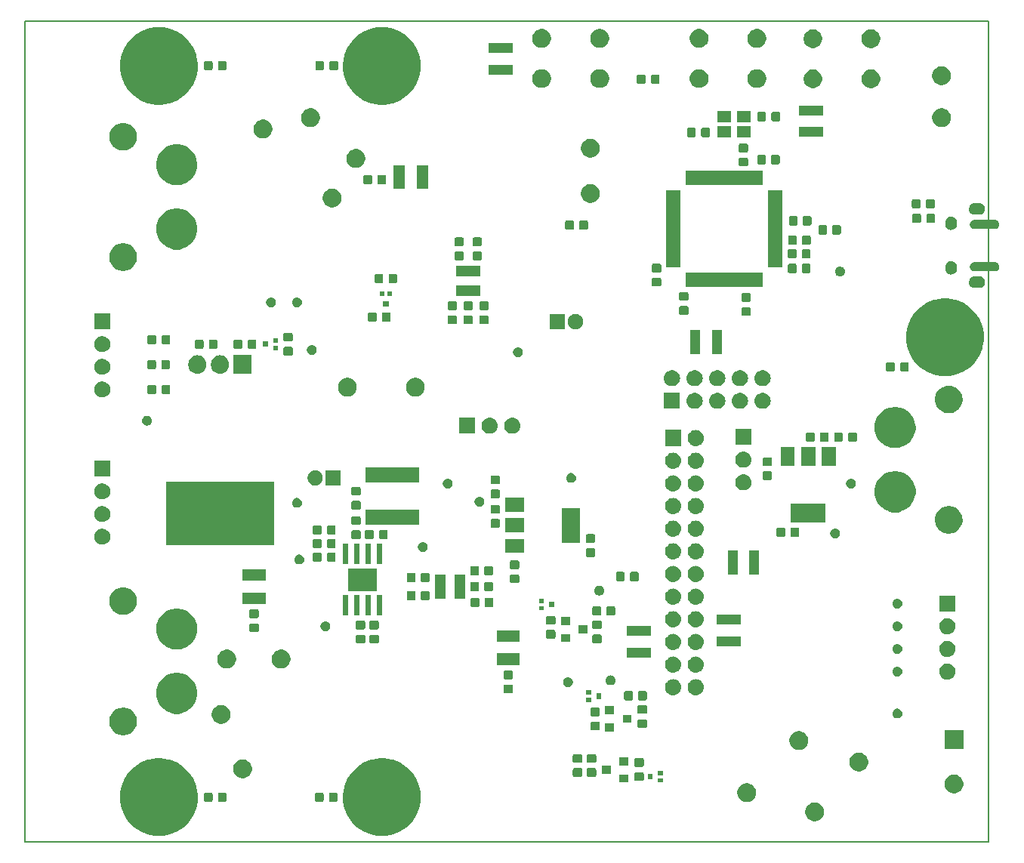
<source format=gbr>
G04 #@! TF.GenerationSoftware,KiCad,Pcbnew,5.0.1*
G04 #@! TF.CreationDate,2019-03-15T16:12:09-04:00*
G04 #@! TF.ProjectId,nu.ai_motor_controller,6E752E61695F6D6F746F725F636F6E74,rev?*
G04 #@! TF.SameCoordinates,Original*
G04 #@! TF.FileFunction,Soldermask,Top*
G04 #@! TF.FilePolarity,Negative*
%FSLAX46Y46*%
G04 Gerber Fmt 4.6, Leading zero omitted, Abs format (unit mm)*
G04 Created by KiCad (PCBNEW 5.0.1) date Fri Mar 15 16:12:09 2019*
%MOMM*%
%LPD*%
G01*
G04 APERTURE LIST*
%ADD10C,0.150000*%
%ADD11C,0.100000*%
G04 APERTURE END LIST*
D10*
X182970000Y-134900000D02*
X74970000Y-134900000D01*
X182970000Y-42900000D02*
X182970000Y-134900000D01*
X74970000Y-42900000D02*
X182970000Y-42900000D01*
X74970000Y-134900000D02*
X74970000Y-42900000D01*
D11*
G36*
X115463711Y-125561964D02*
X116239140Y-125716206D01*
X117030972Y-126044193D01*
X117743601Y-126520357D01*
X118349643Y-127126399D01*
X118825807Y-127839028D01*
X119153794Y-128630860D01*
X119297206Y-129351844D01*
X119321000Y-129471463D01*
X119321000Y-130328537D01*
X119304476Y-130411607D01*
X119153794Y-131169140D01*
X118825807Y-131960972D01*
X118349643Y-132673601D01*
X117743601Y-133279643D01*
X117030972Y-133755807D01*
X116239140Y-134083794D01*
X115518156Y-134227206D01*
X115398537Y-134251000D01*
X114541463Y-134251000D01*
X114421844Y-134227206D01*
X113700860Y-134083794D01*
X112909028Y-133755807D01*
X112196399Y-133279643D01*
X111590357Y-132673601D01*
X111114193Y-131960972D01*
X110786206Y-131169140D01*
X110635524Y-130411607D01*
X110619000Y-130328537D01*
X110619000Y-129471463D01*
X110642794Y-129351844D01*
X110786206Y-128630860D01*
X111114193Y-127839028D01*
X111590357Y-127126399D01*
X112196399Y-126520357D01*
X112909028Y-126044193D01*
X113700860Y-125716206D01*
X114476289Y-125561964D01*
X114541463Y-125549000D01*
X115398537Y-125549000D01*
X115463711Y-125561964D01*
X115463711Y-125561964D01*
G37*
G36*
X90463711Y-125561964D02*
X91239140Y-125716206D01*
X92030972Y-126044193D01*
X92743601Y-126520357D01*
X93349643Y-127126399D01*
X93825807Y-127839028D01*
X94153794Y-128630860D01*
X94297206Y-129351844D01*
X94321000Y-129471463D01*
X94321000Y-130328537D01*
X94304476Y-130411607D01*
X94153794Y-131169140D01*
X93825807Y-131960972D01*
X93349643Y-132673601D01*
X92743601Y-133279643D01*
X92030972Y-133755807D01*
X91239140Y-134083794D01*
X90518156Y-134227206D01*
X90398537Y-134251000D01*
X89541463Y-134251000D01*
X89421844Y-134227206D01*
X88700860Y-134083794D01*
X87909028Y-133755807D01*
X87196399Y-133279643D01*
X86590357Y-132673601D01*
X86114193Y-131960972D01*
X85786206Y-131169140D01*
X85635524Y-130411607D01*
X85619000Y-130328537D01*
X85619000Y-129471463D01*
X85642794Y-129351844D01*
X85786206Y-128630860D01*
X86114193Y-127839028D01*
X86590357Y-127126399D01*
X87196399Y-126520357D01*
X87909028Y-126044193D01*
X88700860Y-125716206D01*
X89476289Y-125561964D01*
X89541463Y-125549000D01*
X90398537Y-125549000D01*
X90463711Y-125561964D01*
X90463711Y-125561964D01*
G37*
G36*
X163809565Y-130540389D02*
X164000834Y-130619615D01*
X164172976Y-130734637D01*
X164319363Y-130881024D01*
X164434385Y-131053166D01*
X164513611Y-131244435D01*
X164554000Y-131447484D01*
X164554000Y-131654516D01*
X164513611Y-131857565D01*
X164434385Y-132048834D01*
X164319363Y-132220976D01*
X164172976Y-132367363D01*
X164000834Y-132482385D01*
X163809565Y-132561611D01*
X163606516Y-132602000D01*
X163399484Y-132602000D01*
X163196435Y-132561611D01*
X163005166Y-132482385D01*
X162833024Y-132367363D01*
X162686637Y-132220976D01*
X162571615Y-132048834D01*
X162492389Y-131857565D01*
X162452000Y-131654516D01*
X162452000Y-131447484D01*
X162492389Y-131244435D01*
X162571615Y-131053166D01*
X162686637Y-130881024D01*
X162833024Y-130734637D01*
X163005166Y-130619615D01*
X163196435Y-130540389D01*
X163399484Y-130500000D01*
X163606516Y-130500000D01*
X163809565Y-130540389D01*
X163809565Y-130540389D01*
G37*
G36*
X156189565Y-128381389D02*
X156380834Y-128460615D01*
X156552976Y-128575637D01*
X156699363Y-128722024D01*
X156814385Y-128894166D01*
X156893611Y-129085435D01*
X156934000Y-129288484D01*
X156934000Y-129495516D01*
X156893611Y-129698565D01*
X156814385Y-129889834D01*
X156699363Y-130061976D01*
X156552976Y-130208363D01*
X156380834Y-130323385D01*
X156189565Y-130402611D01*
X155986516Y-130443000D01*
X155779484Y-130443000D01*
X155576435Y-130402611D01*
X155385166Y-130323385D01*
X155213024Y-130208363D01*
X155066637Y-130061976D01*
X154951615Y-129889834D01*
X154872389Y-129698565D01*
X154832000Y-129495516D01*
X154832000Y-129288484D01*
X154872389Y-129085435D01*
X154951615Y-128894166D01*
X155066637Y-128722024D01*
X155213024Y-128575637D01*
X155385166Y-128460615D01*
X155576435Y-128381389D01*
X155779484Y-128341000D01*
X155986516Y-128341000D01*
X156189565Y-128381389D01*
X156189565Y-128381389D01*
G37*
G36*
X108295091Y-129378085D02*
X108329069Y-129388393D01*
X108360387Y-129405133D01*
X108387839Y-129427661D01*
X108410367Y-129455113D01*
X108427107Y-129486431D01*
X108437415Y-129520409D01*
X108441500Y-129561890D01*
X108441500Y-130238110D01*
X108437415Y-130279591D01*
X108427107Y-130313569D01*
X108410367Y-130344887D01*
X108387839Y-130372339D01*
X108360387Y-130394867D01*
X108329069Y-130411607D01*
X108295091Y-130421915D01*
X108253610Y-130426000D01*
X107652390Y-130426000D01*
X107610909Y-130421915D01*
X107576931Y-130411607D01*
X107545613Y-130394867D01*
X107518161Y-130372339D01*
X107495633Y-130344887D01*
X107478893Y-130313569D01*
X107468585Y-130279591D01*
X107464500Y-130238110D01*
X107464500Y-129561890D01*
X107468585Y-129520409D01*
X107478893Y-129486431D01*
X107495633Y-129455113D01*
X107518161Y-129427661D01*
X107545613Y-129405133D01*
X107576931Y-129388393D01*
X107610909Y-129378085D01*
X107652390Y-129374000D01*
X108253610Y-129374000D01*
X108295091Y-129378085D01*
X108295091Y-129378085D01*
G37*
G36*
X109870091Y-129378085D02*
X109904069Y-129388393D01*
X109935387Y-129405133D01*
X109962839Y-129427661D01*
X109985367Y-129455113D01*
X110002107Y-129486431D01*
X110012415Y-129520409D01*
X110016500Y-129561890D01*
X110016500Y-130238110D01*
X110012415Y-130279591D01*
X110002107Y-130313569D01*
X109985367Y-130344887D01*
X109962839Y-130372339D01*
X109935387Y-130394867D01*
X109904069Y-130411607D01*
X109870091Y-130421915D01*
X109828610Y-130426000D01*
X109227390Y-130426000D01*
X109185909Y-130421915D01*
X109151931Y-130411607D01*
X109120613Y-130394867D01*
X109093161Y-130372339D01*
X109070633Y-130344887D01*
X109053893Y-130313569D01*
X109043585Y-130279591D01*
X109039500Y-130238110D01*
X109039500Y-129561890D01*
X109043585Y-129520409D01*
X109053893Y-129486431D01*
X109070633Y-129455113D01*
X109093161Y-129427661D01*
X109120613Y-129405133D01*
X109151931Y-129388393D01*
X109185909Y-129378085D01*
X109227390Y-129374000D01*
X109828610Y-129374000D01*
X109870091Y-129378085D01*
X109870091Y-129378085D01*
G37*
G36*
X97424091Y-129378085D02*
X97458069Y-129388393D01*
X97489387Y-129405133D01*
X97516839Y-129427661D01*
X97539367Y-129455113D01*
X97556107Y-129486431D01*
X97566415Y-129520409D01*
X97570500Y-129561890D01*
X97570500Y-130238110D01*
X97566415Y-130279591D01*
X97556107Y-130313569D01*
X97539367Y-130344887D01*
X97516839Y-130372339D01*
X97489387Y-130394867D01*
X97458069Y-130411607D01*
X97424091Y-130421915D01*
X97382610Y-130426000D01*
X96781390Y-130426000D01*
X96739909Y-130421915D01*
X96705931Y-130411607D01*
X96674613Y-130394867D01*
X96647161Y-130372339D01*
X96624633Y-130344887D01*
X96607893Y-130313569D01*
X96597585Y-130279591D01*
X96593500Y-130238110D01*
X96593500Y-129561890D01*
X96597585Y-129520409D01*
X96607893Y-129486431D01*
X96624633Y-129455113D01*
X96647161Y-129427661D01*
X96674613Y-129405133D01*
X96705931Y-129388393D01*
X96739909Y-129378085D01*
X96781390Y-129374000D01*
X97382610Y-129374000D01*
X97424091Y-129378085D01*
X97424091Y-129378085D01*
G37*
G36*
X95849091Y-129378085D02*
X95883069Y-129388393D01*
X95914387Y-129405133D01*
X95941839Y-129427661D01*
X95964367Y-129455113D01*
X95981107Y-129486431D01*
X95991415Y-129520409D01*
X95995500Y-129561890D01*
X95995500Y-130238110D01*
X95991415Y-130279591D01*
X95981107Y-130313569D01*
X95964367Y-130344887D01*
X95941839Y-130372339D01*
X95914387Y-130394867D01*
X95883069Y-130411607D01*
X95849091Y-130421915D01*
X95807610Y-130426000D01*
X95206390Y-130426000D01*
X95164909Y-130421915D01*
X95130931Y-130411607D01*
X95099613Y-130394867D01*
X95072161Y-130372339D01*
X95049633Y-130344887D01*
X95032893Y-130313569D01*
X95022585Y-130279591D01*
X95018500Y-130238110D01*
X95018500Y-129561890D01*
X95022585Y-129520409D01*
X95032893Y-129486431D01*
X95049633Y-129455113D01*
X95072161Y-129427661D01*
X95099613Y-129405133D01*
X95130931Y-129388393D01*
X95164909Y-129378085D01*
X95206390Y-129374000D01*
X95807610Y-129374000D01*
X95849091Y-129378085D01*
X95849091Y-129378085D01*
G37*
G36*
X179430565Y-127412389D02*
X179621834Y-127491615D01*
X179793976Y-127606637D01*
X179940363Y-127753024D01*
X180055385Y-127925166D01*
X180134611Y-128116435D01*
X180175000Y-128319484D01*
X180175000Y-128526516D01*
X180134611Y-128729565D01*
X180055385Y-128920834D01*
X179940363Y-129092976D01*
X179793976Y-129239363D01*
X179621834Y-129354385D01*
X179430565Y-129433611D01*
X179227516Y-129474000D01*
X179020484Y-129474000D01*
X178817435Y-129433611D01*
X178626166Y-129354385D01*
X178454024Y-129239363D01*
X178307637Y-129092976D01*
X178192615Y-128920834D01*
X178113389Y-128729565D01*
X178073000Y-128526516D01*
X178073000Y-128319484D01*
X178113389Y-128116435D01*
X178192615Y-127925166D01*
X178307637Y-127753024D01*
X178454024Y-127606637D01*
X178626166Y-127491615D01*
X178817435Y-127412389D01*
X179020484Y-127372000D01*
X179227516Y-127372000D01*
X179430565Y-127412389D01*
X179430565Y-127412389D01*
G37*
G36*
X146494600Y-128260600D02*
X145942600Y-128260600D01*
X145942600Y-127758600D01*
X146494600Y-127758600D01*
X146494600Y-128260600D01*
X146494600Y-128260600D01*
G37*
G36*
X142623400Y-128248600D02*
X141621400Y-128248600D01*
X141621400Y-127346600D01*
X142623400Y-127346600D01*
X142623400Y-128248600D01*
X142623400Y-128248600D01*
G37*
G36*
X144194391Y-127099885D02*
X144228369Y-127110193D01*
X144259687Y-127126933D01*
X144287139Y-127149461D01*
X144309667Y-127176913D01*
X144326407Y-127208231D01*
X144336715Y-127242209D01*
X144340800Y-127283690D01*
X144340800Y-127884910D01*
X144336715Y-127926391D01*
X144326407Y-127960369D01*
X144309667Y-127991687D01*
X144287139Y-128019139D01*
X144259687Y-128041667D01*
X144228369Y-128058407D01*
X144194391Y-128068715D01*
X144152910Y-128072800D01*
X143476690Y-128072800D01*
X143435209Y-128068715D01*
X143401231Y-128058407D01*
X143369913Y-128041667D01*
X143342461Y-128019139D01*
X143319933Y-127991687D01*
X143303193Y-127960369D01*
X143292885Y-127926391D01*
X143288800Y-127884910D01*
X143288800Y-127283690D01*
X143292885Y-127242209D01*
X143303193Y-127208231D01*
X143319933Y-127176913D01*
X143342461Y-127149461D01*
X143369913Y-127126933D01*
X143401231Y-127110193D01*
X143435209Y-127099885D01*
X143476690Y-127095800D01*
X144152910Y-127095800D01*
X144194391Y-127099885D01*
X144194391Y-127099885D01*
G37*
G36*
X145344600Y-127910600D02*
X144792600Y-127910600D01*
X144792600Y-127308600D01*
X145344600Y-127308600D01*
X145344600Y-127910600D01*
X145344600Y-127910600D01*
G37*
G36*
X99674565Y-125714389D02*
X99865834Y-125793615D01*
X100037976Y-125908637D01*
X100184363Y-126055024D01*
X100299385Y-126227166D01*
X100378611Y-126418435D01*
X100419000Y-126621484D01*
X100419000Y-126828516D01*
X100378611Y-127031565D01*
X100299385Y-127222834D01*
X100184363Y-127394976D01*
X100037976Y-127541363D01*
X99865834Y-127656385D01*
X99674565Y-127735611D01*
X99471516Y-127776000D01*
X99264484Y-127776000D01*
X99061435Y-127735611D01*
X98870166Y-127656385D01*
X98698024Y-127541363D01*
X98551637Y-127394976D01*
X98436615Y-127222834D01*
X98357389Y-127031565D01*
X98317000Y-126828516D01*
X98317000Y-126621484D01*
X98357389Y-126418435D01*
X98436615Y-126227166D01*
X98551637Y-126055024D01*
X98698024Y-125908637D01*
X98870166Y-125793615D01*
X99061435Y-125714389D01*
X99264484Y-125674000D01*
X99471516Y-125674000D01*
X99674565Y-125714389D01*
X99674565Y-125714389D01*
G37*
G36*
X138860391Y-126642685D02*
X138894369Y-126652993D01*
X138925687Y-126669733D01*
X138953139Y-126692261D01*
X138975667Y-126719713D01*
X138992407Y-126751031D01*
X139002715Y-126785009D01*
X139006800Y-126826490D01*
X139006800Y-127427710D01*
X139002715Y-127469191D01*
X138992407Y-127503169D01*
X138975667Y-127534487D01*
X138953139Y-127561939D01*
X138925687Y-127584467D01*
X138894369Y-127601207D01*
X138860391Y-127611515D01*
X138818910Y-127615600D01*
X138142690Y-127615600D01*
X138101209Y-127611515D01*
X138067231Y-127601207D01*
X138035913Y-127584467D01*
X138008461Y-127561939D01*
X137985933Y-127534487D01*
X137969193Y-127503169D01*
X137958885Y-127469191D01*
X137954800Y-127427710D01*
X137954800Y-126826490D01*
X137958885Y-126785009D01*
X137969193Y-126751031D01*
X137985933Y-126719713D01*
X138008461Y-126692261D01*
X138035913Y-126669733D01*
X138067231Y-126652993D01*
X138101209Y-126642685D01*
X138142690Y-126638600D01*
X138818910Y-126638600D01*
X138860391Y-126642685D01*
X138860391Y-126642685D01*
G37*
G36*
X137285591Y-126642685D02*
X137319569Y-126652993D01*
X137350887Y-126669733D01*
X137378339Y-126692261D01*
X137400867Y-126719713D01*
X137417607Y-126751031D01*
X137427915Y-126785009D01*
X137432000Y-126826490D01*
X137432000Y-127427710D01*
X137427915Y-127469191D01*
X137417607Y-127503169D01*
X137400867Y-127534487D01*
X137378339Y-127561939D01*
X137350887Y-127584467D01*
X137319569Y-127601207D01*
X137285591Y-127611515D01*
X137244110Y-127615600D01*
X136567890Y-127615600D01*
X136526409Y-127611515D01*
X136492431Y-127601207D01*
X136461113Y-127584467D01*
X136433661Y-127561939D01*
X136411133Y-127534487D01*
X136394393Y-127503169D01*
X136384085Y-127469191D01*
X136380000Y-127427710D01*
X136380000Y-126826490D01*
X136384085Y-126785009D01*
X136394393Y-126751031D01*
X136411133Y-126719713D01*
X136433661Y-126692261D01*
X136461113Y-126669733D01*
X136492431Y-126652993D01*
X136526409Y-126642685D01*
X136567890Y-126638600D01*
X137244110Y-126638600D01*
X137285591Y-126642685D01*
X137285591Y-126642685D01*
G37*
G36*
X146494600Y-127460600D02*
X145942600Y-127460600D01*
X145942600Y-126958600D01*
X146494600Y-126958600D01*
X146494600Y-127460600D01*
X146494600Y-127460600D01*
G37*
G36*
X140623400Y-127298600D02*
X139621400Y-127298600D01*
X139621400Y-126396600D01*
X140623400Y-126396600D01*
X140623400Y-127298600D01*
X140623400Y-127298600D01*
G37*
G36*
X168762565Y-124952389D02*
X168953834Y-125031615D01*
X169125976Y-125146637D01*
X169272363Y-125293024D01*
X169387385Y-125465166D01*
X169466611Y-125656435D01*
X169507000Y-125859484D01*
X169507000Y-126066516D01*
X169466611Y-126269565D01*
X169387385Y-126460834D01*
X169272363Y-126632976D01*
X169125976Y-126779363D01*
X168953834Y-126894385D01*
X168762565Y-126973611D01*
X168559516Y-127014000D01*
X168352484Y-127014000D01*
X168149435Y-126973611D01*
X167958166Y-126894385D01*
X167786024Y-126779363D01*
X167639637Y-126632976D01*
X167524615Y-126460834D01*
X167445389Y-126269565D01*
X167405000Y-126066516D01*
X167405000Y-125859484D01*
X167445389Y-125656435D01*
X167524615Y-125465166D01*
X167639637Y-125293024D01*
X167786024Y-125146637D01*
X167958166Y-125031615D01*
X168149435Y-124952389D01*
X168352484Y-124912000D01*
X168559516Y-124912000D01*
X168762565Y-124952389D01*
X168762565Y-124952389D01*
G37*
G36*
X144194391Y-125524885D02*
X144228369Y-125535193D01*
X144259687Y-125551933D01*
X144287139Y-125574461D01*
X144309667Y-125601913D01*
X144326407Y-125633231D01*
X144336715Y-125667209D01*
X144340800Y-125708690D01*
X144340800Y-126309910D01*
X144336715Y-126351391D01*
X144326407Y-126385369D01*
X144309667Y-126416687D01*
X144287139Y-126444139D01*
X144259687Y-126466667D01*
X144228369Y-126483407D01*
X144194391Y-126493715D01*
X144152910Y-126497800D01*
X143476690Y-126497800D01*
X143435209Y-126493715D01*
X143401231Y-126483407D01*
X143369913Y-126466667D01*
X143342461Y-126444139D01*
X143319933Y-126416687D01*
X143303193Y-126385369D01*
X143292885Y-126351391D01*
X143288800Y-126309910D01*
X143288800Y-125708690D01*
X143292885Y-125667209D01*
X143303193Y-125633231D01*
X143319933Y-125601913D01*
X143342461Y-125574461D01*
X143369913Y-125551933D01*
X143401231Y-125535193D01*
X143435209Y-125524885D01*
X143476690Y-125520800D01*
X144152910Y-125520800D01*
X144194391Y-125524885D01*
X144194391Y-125524885D01*
G37*
G36*
X142623400Y-126348600D02*
X141621400Y-126348600D01*
X141621400Y-125446600D01*
X142623400Y-125446600D01*
X142623400Y-126348600D01*
X142623400Y-126348600D01*
G37*
G36*
X138860391Y-125067685D02*
X138894369Y-125077993D01*
X138925687Y-125094733D01*
X138953139Y-125117261D01*
X138975667Y-125144713D01*
X138992407Y-125176031D01*
X139002715Y-125210009D01*
X139006800Y-125251490D01*
X139006800Y-125852710D01*
X139002715Y-125894191D01*
X138992407Y-125928169D01*
X138975667Y-125959487D01*
X138953139Y-125986939D01*
X138925687Y-126009467D01*
X138894369Y-126026207D01*
X138860391Y-126036515D01*
X138818910Y-126040600D01*
X138142690Y-126040600D01*
X138101209Y-126036515D01*
X138067231Y-126026207D01*
X138035913Y-126009467D01*
X138008461Y-125986939D01*
X137985933Y-125959487D01*
X137969193Y-125928169D01*
X137958885Y-125894191D01*
X137954800Y-125852710D01*
X137954800Y-125251490D01*
X137958885Y-125210009D01*
X137969193Y-125176031D01*
X137985933Y-125144713D01*
X138008461Y-125117261D01*
X138035913Y-125094733D01*
X138067231Y-125077993D01*
X138101209Y-125067685D01*
X138142690Y-125063600D01*
X138818910Y-125063600D01*
X138860391Y-125067685D01*
X138860391Y-125067685D01*
G37*
G36*
X137285591Y-125067685D02*
X137319569Y-125077993D01*
X137350887Y-125094733D01*
X137378339Y-125117261D01*
X137400867Y-125144713D01*
X137417607Y-125176031D01*
X137427915Y-125210009D01*
X137432000Y-125251490D01*
X137432000Y-125852710D01*
X137427915Y-125894191D01*
X137417607Y-125928169D01*
X137400867Y-125959487D01*
X137378339Y-125986939D01*
X137350887Y-126009467D01*
X137319569Y-126026207D01*
X137285591Y-126036515D01*
X137244110Y-126040600D01*
X136567890Y-126040600D01*
X136526409Y-126036515D01*
X136492431Y-126026207D01*
X136461113Y-126009467D01*
X136433661Y-125986939D01*
X136411133Y-125959487D01*
X136394393Y-125928169D01*
X136384085Y-125894191D01*
X136380000Y-125852710D01*
X136380000Y-125251490D01*
X136384085Y-125210009D01*
X136394393Y-125176031D01*
X136411133Y-125144713D01*
X136433661Y-125117261D01*
X136461113Y-125094733D01*
X136492431Y-125077993D01*
X136526409Y-125067685D01*
X136567890Y-125063600D01*
X137244110Y-125063600D01*
X137285591Y-125067685D01*
X137285591Y-125067685D01*
G37*
G36*
X162031565Y-122539389D02*
X162222834Y-122618615D01*
X162394976Y-122733637D01*
X162541363Y-122880024D01*
X162656385Y-123052166D01*
X162735611Y-123243435D01*
X162776000Y-123446484D01*
X162776000Y-123653516D01*
X162735611Y-123856565D01*
X162656385Y-124047834D01*
X162541363Y-124219976D01*
X162394976Y-124366363D01*
X162222834Y-124481385D01*
X162031565Y-124560611D01*
X161828516Y-124601000D01*
X161621484Y-124601000D01*
X161418435Y-124560611D01*
X161227166Y-124481385D01*
X161055024Y-124366363D01*
X160908637Y-124219976D01*
X160793615Y-124047834D01*
X160714389Y-123856565D01*
X160674000Y-123653516D01*
X160674000Y-123446484D01*
X160714389Y-123243435D01*
X160793615Y-123052166D01*
X160908637Y-122880024D01*
X161055024Y-122733637D01*
X161227166Y-122618615D01*
X161418435Y-122539389D01*
X161621484Y-122499000D01*
X161828516Y-122499000D01*
X162031565Y-122539389D01*
X162031565Y-122539389D01*
G37*
G36*
X180175000Y-124474000D02*
X178073000Y-124474000D01*
X178073000Y-122372000D01*
X180175000Y-122372000D01*
X180175000Y-124474000D01*
X180175000Y-124474000D01*
G37*
G36*
X86267714Y-119887833D02*
X86422410Y-119918604D01*
X86704674Y-120035521D01*
X86958705Y-120205259D01*
X87174741Y-120421295D01*
X87344479Y-120675326D01*
X87461396Y-120957590D01*
X87476162Y-121031825D01*
X87521000Y-121257238D01*
X87521000Y-121562762D01*
X87498485Y-121675950D01*
X87461396Y-121862410D01*
X87344479Y-122144674D01*
X87174741Y-122398705D01*
X86958705Y-122614741D01*
X86704674Y-122784479D01*
X86422410Y-122901396D01*
X86322527Y-122921264D01*
X86122762Y-122961000D01*
X85817238Y-122961000D01*
X85617473Y-122921264D01*
X85517590Y-122901396D01*
X85235326Y-122784479D01*
X84981295Y-122614741D01*
X84765259Y-122398705D01*
X84595521Y-122144674D01*
X84478604Y-121862410D01*
X84441515Y-121675950D01*
X84419000Y-121562762D01*
X84419000Y-121257238D01*
X84463838Y-121031825D01*
X84478604Y-120957590D01*
X84595521Y-120675326D01*
X84765259Y-120421295D01*
X84981295Y-120205259D01*
X85235326Y-120035521D01*
X85517590Y-119918604D01*
X85672286Y-119887833D01*
X85817238Y-119859000D01*
X86122762Y-119859000D01*
X86267714Y-119887833D01*
X86267714Y-119887833D01*
G37*
G36*
X140979000Y-122508200D02*
X139977000Y-122508200D01*
X139977000Y-121606200D01*
X140979000Y-121606200D01*
X140979000Y-122508200D01*
X140979000Y-122508200D01*
G37*
G36*
X139266791Y-121435785D02*
X139300769Y-121446093D01*
X139332087Y-121462833D01*
X139359539Y-121485361D01*
X139382067Y-121512813D01*
X139398807Y-121544131D01*
X139409115Y-121578109D01*
X139413200Y-121619590D01*
X139413200Y-122220810D01*
X139409115Y-122262291D01*
X139398807Y-122296269D01*
X139382067Y-122327587D01*
X139359539Y-122355039D01*
X139332087Y-122377567D01*
X139300769Y-122394307D01*
X139266791Y-122404615D01*
X139225310Y-122408700D01*
X138549090Y-122408700D01*
X138507609Y-122404615D01*
X138473631Y-122394307D01*
X138442313Y-122377567D01*
X138414861Y-122355039D01*
X138392333Y-122327587D01*
X138375593Y-122296269D01*
X138365285Y-122262291D01*
X138361200Y-122220810D01*
X138361200Y-121619590D01*
X138365285Y-121578109D01*
X138375593Y-121544131D01*
X138392333Y-121512813D01*
X138414861Y-121485361D01*
X138442313Y-121462833D01*
X138473631Y-121446093D01*
X138507609Y-121435785D01*
X138549090Y-121431700D01*
X139225310Y-121431700D01*
X139266791Y-121435785D01*
X139266791Y-121435785D01*
G37*
G36*
X144549991Y-121156285D02*
X144583969Y-121166593D01*
X144615287Y-121183333D01*
X144642739Y-121205861D01*
X144665267Y-121233313D01*
X144682007Y-121264631D01*
X144692315Y-121298609D01*
X144696400Y-121340090D01*
X144696400Y-121941310D01*
X144692315Y-121982791D01*
X144682007Y-122016769D01*
X144665267Y-122048087D01*
X144642739Y-122075539D01*
X144615287Y-122098067D01*
X144583969Y-122114807D01*
X144549991Y-122125115D01*
X144508510Y-122129200D01*
X143832290Y-122129200D01*
X143790809Y-122125115D01*
X143756831Y-122114807D01*
X143725513Y-122098067D01*
X143698061Y-122075539D01*
X143675533Y-122048087D01*
X143658793Y-122016769D01*
X143648485Y-121982791D01*
X143644400Y-121941310D01*
X143644400Y-121340090D01*
X143648485Y-121298609D01*
X143658793Y-121264631D01*
X143675533Y-121233313D01*
X143698061Y-121205861D01*
X143725513Y-121183333D01*
X143756831Y-121166593D01*
X143790809Y-121156285D01*
X143832290Y-121152200D01*
X144508510Y-121152200D01*
X144549991Y-121156285D01*
X144549991Y-121156285D01*
G37*
G36*
X97261565Y-119618389D02*
X97452834Y-119697615D01*
X97624976Y-119812637D01*
X97771363Y-119959024D01*
X97886385Y-120131166D01*
X97965611Y-120322435D01*
X98006000Y-120525484D01*
X98006000Y-120732516D01*
X97965611Y-120935565D01*
X97886385Y-121126834D01*
X97771363Y-121298976D01*
X97624976Y-121445363D01*
X97452834Y-121560385D01*
X97261565Y-121639611D01*
X97058516Y-121680000D01*
X96851484Y-121680000D01*
X96648435Y-121639611D01*
X96457166Y-121560385D01*
X96285024Y-121445363D01*
X96138637Y-121298976D01*
X96023615Y-121126834D01*
X95944389Y-120935565D01*
X95904000Y-120732516D01*
X95904000Y-120525484D01*
X95944389Y-120322435D01*
X96023615Y-120131166D01*
X96138637Y-119959024D01*
X96285024Y-119812637D01*
X96457166Y-119697615D01*
X96648435Y-119618389D01*
X96851484Y-119578000D01*
X97058516Y-119578000D01*
X97261565Y-119618389D01*
X97261565Y-119618389D01*
G37*
G36*
X142979000Y-121558200D02*
X141977000Y-121558200D01*
X141977000Y-120656200D01*
X142979000Y-120656200D01*
X142979000Y-121558200D01*
X142979000Y-121558200D01*
G37*
G36*
X172934721Y-119972174D02*
X173034995Y-120013709D01*
X173125245Y-120074012D01*
X173201988Y-120150755D01*
X173262291Y-120241005D01*
X173303826Y-120341279D01*
X173325000Y-120447730D01*
X173325000Y-120556270D01*
X173303826Y-120662721D01*
X173262291Y-120762995D01*
X173201988Y-120853245D01*
X173125245Y-120929988D01*
X173034995Y-120990291D01*
X172934721Y-121031826D01*
X172828270Y-121053000D01*
X172719730Y-121053000D01*
X172613279Y-121031826D01*
X172513005Y-120990291D01*
X172422755Y-120929988D01*
X172346012Y-120853245D01*
X172285709Y-120762995D01*
X172244174Y-120662721D01*
X172223000Y-120556270D01*
X172223000Y-120447730D01*
X172244174Y-120341279D01*
X172285709Y-120241005D01*
X172346012Y-120150755D01*
X172422755Y-120074012D01*
X172513005Y-120013709D01*
X172613279Y-119972174D01*
X172719730Y-119951000D01*
X172828270Y-119951000D01*
X172934721Y-119972174D01*
X172934721Y-119972174D01*
G37*
G36*
X139266791Y-119860785D02*
X139300769Y-119871093D01*
X139332087Y-119887833D01*
X139359539Y-119910361D01*
X139382067Y-119937813D01*
X139398807Y-119969131D01*
X139409115Y-120003109D01*
X139413200Y-120044590D01*
X139413200Y-120645810D01*
X139409115Y-120687291D01*
X139398807Y-120721269D01*
X139382067Y-120752587D01*
X139359539Y-120780039D01*
X139332087Y-120802567D01*
X139300769Y-120819307D01*
X139266791Y-120829615D01*
X139225310Y-120833700D01*
X138549090Y-120833700D01*
X138507609Y-120829615D01*
X138473631Y-120819307D01*
X138442313Y-120802567D01*
X138414861Y-120780039D01*
X138392333Y-120752587D01*
X138375593Y-120721269D01*
X138365285Y-120687291D01*
X138361200Y-120645810D01*
X138361200Y-120044590D01*
X138365285Y-120003109D01*
X138375593Y-119969131D01*
X138392333Y-119937813D01*
X138414861Y-119910361D01*
X138442313Y-119887833D01*
X138473631Y-119871093D01*
X138507609Y-119860785D01*
X138549090Y-119856700D01*
X139225310Y-119856700D01*
X139266791Y-119860785D01*
X139266791Y-119860785D01*
G37*
G36*
X140979000Y-120608200D02*
X139977000Y-120608200D01*
X139977000Y-119706200D01*
X140979000Y-119706200D01*
X140979000Y-120608200D01*
X140979000Y-120608200D01*
G37*
G36*
X92418903Y-116003213D02*
X92641177Y-116047426D01*
X93059932Y-116220880D01*
X93436802Y-116472696D01*
X93757304Y-116793198D01*
X94009120Y-117170068D01*
X94163759Y-117543400D01*
X94182574Y-117588824D01*
X94265316Y-118004793D01*
X94271000Y-118033371D01*
X94271000Y-118486629D01*
X94182574Y-118931177D01*
X94009120Y-119349932D01*
X93757304Y-119726802D01*
X93436802Y-120047304D01*
X93059932Y-120299120D01*
X92641177Y-120472574D01*
X92418903Y-120516787D01*
X92196630Y-120561000D01*
X91743370Y-120561000D01*
X91521097Y-120516787D01*
X91298823Y-120472574D01*
X90880068Y-120299120D01*
X90503198Y-120047304D01*
X90182696Y-119726802D01*
X89930880Y-119349932D01*
X89757426Y-118931177D01*
X89669000Y-118486629D01*
X89669000Y-118033371D01*
X89674685Y-118004793D01*
X89757426Y-117588824D01*
X89776241Y-117543400D01*
X89930880Y-117170068D01*
X90182696Y-116793198D01*
X90503198Y-116472696D01*
X90880068Y-116220880D01*
X91298823Y-116047426D01*
X91521097Y-116003213D01*
X91743370Y-115959000D01*
X92196630Y-115959000D01*
X92418903Y-116003213D01*
X92418903Y-116003213D01*
G37*
G36*
X144549991Y-119581285D02*
X144583969Y-119591593D01*
X144615287Y-119608333D01*
X144642739Y-119630861D01*
X144665267Y-119658313D01*
X144682007Y-119689631D01*
X144692315Y-119723609D01*
X144696400Y-119765090D01*
X144696400Y-120366310D01*
X144692315Y-120407791D01*
X144682007Y-120441769D01*
X144665267Y-120473087D01*
X144642739Y-120500539D01*
X144615287Y-120523067D01*
X144583969Y-120539807D01*
X144549991Y-120550115D01*
X144508510Y-120554200D01*
X143832290Y-120554200D01*
X143790809Y-120550115D01*
X143756831Y-120539807D01*
X143725513Y-120523067D01*
X143698061Y-120500539D01*
X143675533Y-120473087D01*
X143658793Y-120441769D01*
X143648485Y-120407791D01*
X143644400Y-120366310D01*
X143644400Y-119765090D01*
X143648485Y-119723609D01*
X143658793Y-119689631D01*
X143675533Y-119658313D01*
X143698061Y-119630861D01*
X143725513Y-119608333D01*
X143756831Y-119591593D01*
X143790809Y-119581285D01*
X143832290Y-119577200D01*
X144508510Y-119577200D01*
X144549991Y-119581285D01*
X144549991Y-119581285D01*
G37*
G36*
X138435800Y-119218200D02*
X137883800Y-119218200D01*
X137883800Y-118716200D01*
X138435800Y-118716200D01*
X138435800Y-119218200D01*
X138435800Y-119218200D01*
G37*
G36*
X142962991Y-117994485D02*
X142996969Y-118004793D01*
X143028287Y-118021533D01*
X143055739Y-118044061D01*
X143078267Y-118071513D01*
X143095007Y-118102831D01*
X143105315Y-118136809D01*
X143109400Y-118178290D01*
X143109400Y-118854510D01*
X143105315Y-118895991D01*
X143095007Y-118929969D01*
X143078267Y-118961287D01*
X143055739Y-118988739D01*
X143028287Y-119011267D01*
X142996969Y-119028007D01*
X142962991Y-119038315D01*
X142921510Y-119042400D01*
X142320290Y-119042400D01*
X142278809Y-119038315D01*
X142244831Y-119028007D01*
X142213513Y-119011267D01*
X142186061Y-118988739D01*
X142163533Y-118961287D01*
X142146793Y-118929969D01*
X142136485Y-118895991D01*
X142132400Y-118854510D01*
X142132400Y-118178290D01*
X142136485Y-118136809D01*
X142146793Y-118102831D01*
X142163533Y-118071513D01*
X142186061Y-118044061D01*
X142213513Y-118021533D01*
X142244831Y-118004793D01*
X142278809Y-117994485D01*
X142320290Y-117990400D01*
X142921510Y-117990400D01*
X142962991Y-117994485D01*
X142962991Y-117994485D01*
G37*
G36*
X144537991Y-117994485D02*
X144571969Y-118004793D01*
X144603287Y-118021533D01*
X144630739Y-118044061D01*
X144653267Y-118071513D01*
X144670007Y-118102831D01*
X144680315Y-118136809D01*
X144684400Y-118178290D01*
X144684400Y-118854510D01*
X144680315Y-118895991D01*
X144670007Y-118929969D01*
X144653267Y-118961287D01*
X144630739Y-118988739D01*
X144603287Y-119011267D01*
X144571969Y-119028007D01*
X144537991Y-119038315D01*
X144496510Y-119042400D01*
X143895290Y-119042400D01*
X143853809Y-119038315D01*
X143819831Y-119028007D01*
X143788513Y-119011267D01*
X143761061Y-118988739D01*
X143738533Y-118961287D01*
X143721793Y-118929969D01*
X143711485Y-118895991D01*
X143707400Y-118854510D01*
X143707400Y-118178290D01*
X143711485Y-118136809D01*
X143721793Y-118102831D01*
X143738533Y-118071513D01*
X143761061Y-118044061D01*
X143788513Y-118021533D01*
X143819831Y-118004793D01*
X143853809Y-117994485D01*
X143895290Y-117990400D01*
X144496510Y-117990400D01*
X144537991Y-117994485D01*
X144537991Y-117994485D01*
G37*
G36*
X139585800Y-118868200D02*
X139033800Y-118868200D01*
X139033800Y-118266200D01*
X139585800Y-118266200D01*
X139585800Y-118868200D01*
X139585800Y-118868200D01*
G37*
G36*
X150265350Y-116663738D02*
X150331534Y-116670256D01*
X150442773Y-116704000D01*
X150501374Y-116721776D01*
X150634988Y-116793195D01*
X150657898Y-116805441D01*
X150689869Y-116831679D01*
X150795093Y-116918033D01*
X150878355Y-117019490D01*
X150907685Y-117055228D01*
X150907686Y-117055230D01*
X150991350Y-117211752D01*
X151003982Y-117253395D01*
X151042870Y-117381592D01*
X151060266Y-117558219D01*
X151042870Y-117734846D01*
X151008523Y-117848072D01*
X150991350Y-117904686D01*
X150945534Y-117990400D01*
X150907685Y-118061210D01*
X150899229Y-118071513D01*
X150795093Y-118198405D01*
X150712483Y-118266200D01*
X150657898Y-118310997D01*
X150657896Y-118310998D01*
X150501374Y-118394662D01*
X150444760Y-118411835D01*
X150331534Y-118446182D01*
X150265349Y-118452701D01*
X150199167Y-118459219D01*
X150110647Y-118459219D01*
X150044465Y-118452701D01*
X149978280Y-118446182D01*
X149865054Y-118411835D01*
X149808440Y-118394662D01*
X149651918Y-118310998D01*
X149651916Y-118310997D01*
X149597331Y-118266200D01*
X149514721Y-118198405D01*
X149410585Y-118071513D01*
X149402129Y-118061210D01*
X149364280Y-117990400D01*
X149318464Y-117904686D01*
X149301291Y-117848072D01*
X149266944Y-117734846D01*
X149249548Y-117558219D01*
X149266944Y-117381592D01*
X149305832Y-117253395D01*
X149318464Y-117211752D01*
X149402128Y-117055230D01*
X149402129Y-117055228D01*
X149431459Y-117019490D01*
X149514721Y-116918033D01*
X149619945Y-116831679D01*
X149651916Y-116805441D01*
X149674826Y-116793195D01*
X149808440Y-116721776D01*
X149867041Y-116704000D01*
X149978280Y-116670256D01*
X150044464Y-116663738D01*
X150110647Y-116657219D01*
X150199167Y-116657219D01*
X150265350Y-116663738D01*
X150265350Y-116663738D01*
G37*
G36*
X147725350Y-116663738D02*
X147791534Y-116670256D01*
X147902773Y-116704000D01*
X147961374Y-116721776D01*
X148094988Y-116793195D01*
X148117898Y-116805441D01*
X148149869Y-116831679D01*
X148255093Y-116918033D01*
X148338355Y-117019490D01*
X148367685Y-117055228D01*
X148367686Y-117055230D01*
X148451350Y-117211752D01*
X148463982Y-117253395D01*
X148502870Y-117381592D01*
X148520266Y-117558219D01*
X148502870Y-117734846D01*
X148468523Y-117848072D01*
X148451350Y-117904686D01*
X148405534Y-117990400D01*
X148367685Y-118061210D01*
X148359229Y-118071513D01*
X148255093Y-118198405D01*
X148172483Y-118266200D01*
X148117898Y-118310997D01*
X148117896Y-118310998D01*
X147961374Y-118394662D01*
X147904760Y-118411835D01*
X147791534Y-118446182D01*
X147725349Y-118452701D01*
X147659167Y-118459219D01*
X147570647Y-118459219D01*
X147504465Y-118452701D01*
X147438280Y-118446182D01*
X147325054Y-118411835D01*
X147268440Y-118394662D01*
X147111918Y-118310998D01*
X147111916Y-118310997D01*
X147057331Y-118266200D01*
X146974721Y-118198405D01*
X146870585Y-118071513D01*
X146862129Y-118061210D01*
X146824280Y-117990400D01*
X146778464Y-117904686D01*
X146761291Y-117848072D01*
X146726944Y-117734846D01*
X146709548Y-117558219D01*
X146726944Y-117381592D01*
X146765832Y-117253395D01*
X146778464Y-117211752D01*
X146862128Y-117055230D01*
X146862129Y-117055228D01*
X146891459Y-117019490D01*
X146974721Y-116918033D01*
X147079945Y-116831679D01*
X147111916Y-116805441D01*
X147134826Y-116793195D01*
X147268440Y-116721776D01*
X147327041Y-116704000D01*
X147438280Y-116670256D01*
X147504464Y-116663738D01*
X147570647Y-116657219D01*
X147659167Y-116657219D01*
X147725350Y-116663738D01*
X147725350Y-116663738D01*
G37*
G36*
X138435800Y-118418200D02*
X137883800Y-118418200D01*
X137883800Y-117916200D01*
X138435800Y-117916200D01*
X138435800Y-118418200D01*
X138435800Y-118418200D01*
G37*
G36*
X129518399Y-117273400D02*
X129552377Y-117283708D01*
X129583695Y-117300448D01*
X129611147Y-117322976D01*
X129633675Y-117350428D01*
X129650415Y-117381746D01*
X129660723Y-117415724D01*
X129664808Y-117457205D01*
X129664808Y-118058425D01*
X129660723Y-118099906D01*
X129650415Y-118133884D01*
X129633675Y-118165202D01*
X129611147Y-118192654D01*
X129583695Y-118215182D01*
X129552377Y-118231922D01*
X129518399Y-118242230D01*
X129476918Y-118246315D01*
X128800698Y-118246315D01*
X128759217Y-118242230D01*
X128725239Y-118231922D01*
X128693921Y-118215182D01*
X128666469Y-118192654D01*
X128643941Y-118165202D01*
X128627201Y-118133884D01*
X128616893Y-118099906D01*
X128612808Y-118058425D01*
X128612808Y-117457205D01*
X128616893Y-117415724D01*
X128627201Y-117381746D01*
X128643941Y-117350428D01*
X128666469Y-117322976D01*
X128693921Y-117300448D01*
X128725239Y-117283708D01*
X128759217Y-117273400D01*
X128800698Y-117269315D01*
X129476918Y-117269315D01*
X129518399Y-117273400D01*
X129518399Y-117273400D01*
G37*
G36*
X135999921Y-116462574D02*
X136100195Y-116504109D01*
X136190445Y-116564412D01*
X136267188Y-116641155D01*
X136327491Y-116731405D01*
X136369026Y-116831679D01*
X136390200Y-116938130D01*
X136390200Y-117046670D01*
X136369026Y-117153121D01*
X136327491Y-117253395D01*
X136267188Y-117343645D01*
X136190445Y-117420388D01*
X136100195Y-117480691D01*
X135999921Y-117522226D01*
X135893470Y-117543400D01*
X135784930Y-117543400D01*
X135678479Y-117522226D01*
X135578205Y-117480691D01*
X135487955Y-117420388D01*
X135411212Y-117343645D01*
X135350909Y-117253395D01*
X135309374Y-117153121D01*
X135288200Y-117046670D01*
X135288200Y-116938130D01*
X135309374Y-116831679D01*
X135350909Y-116731405D01*
X135411212Y-116641155D01*
X135487955Y-116564412D01*
X135578205Y-116504109D01*
X135678479Y-116462574D01*
X135784930Y-116441400D01*
X135893470Y-116441400D01*
X135999921Y-116462574D01*
X135999921Y-116462574D01*
G37*
G36*
X140775121Y-116259374D02*
X140875395Y-116300909D01*
X140965645Y-116361212D01*
X141042388Y-116437955D01*
X141102691Y-116528205D01*
X141144226Y-116628479D01*
X141165400Y-116734930D01*
X141165400Y-116843470D01*
X141144226Y-116949921D01*
X141102691Y-117050195D01*
X141042388Y-117140445D01*
X140965645Y-117217188D01*
X140875395Y-117277491D01*
X140775121Y-117319026D01*
X140668670Y-117340200D01*
X140560130Y-117340200D01*
X140453679Y-117319026D01*
X140353405Y-117277491D01*
X140263155Y-117217188D01*
X140186412Y-117140445D01*
X140126109Y-117050195D01*
X140084574Y-116949921D01*
X140063400Y-116843470D01*
X140063400Y-116734930D01*
X140084574Y-116628479D01*
X140126109Y-116528205D01*
X140186412Y-116437955D01*
X140263155Y-116361212D01*
X140353405Y-116300909D01*
X140453679Y-116259374D01*
X140560130Y-116238200D01*
X140668670Y-116238200D01*
X140775121Y-116259374D01*
X140775121Y-116259374D01*
G37*
G36*
X178624812Y-114936624D02*
X178788784Y-115004544D01*
X178936354Y-115103147D01*
X179061853Y-115228646D01*
X179160456Y-115376216D01*
X179228376Y-115540188D01*
X179263000Y-115714259D01*
X179263000Y-115891741D01*
X179228376Y-116065812D01*
X179160456Y-116229784D01*
X179061853Y-116377354D01*
X178936354Y-116502853D01*
X178788784Y-116601456D01*
X178624812Y-116669376D01*
X178450741Y-116704000D01*
X178273259Y-116704000D01*
X178099188Y-116669376D01*
X177935216Y-116601456D01*
X177787646Y-116502853D01*
X177662147Y-116377354D01*
X177563544Y-116229784D01*
X177495624Y-116065812D01*
X177461000Y-115891741D01*
X177461000Y-115714259D01*
X177495624Y-115540188D01*
X177563544Y-115376216D01*
X177662147Y-115228646D01*
X177787646Y-115103147D01*
X177935216Y-115004544D01*
X178099188Y-114936624D01*
X178273259Y-114902000D01*
X178450741Y-114902000D01*
X178624812Y-114936624D01*
X178624812Y-114936624D01*
G37*
G36*
X129518399Y-115698400D02*
X129552377Y-115708708D01*
X129583695Y-115725448D01*
X129611147Y-115747976D01*
X129633675Y-115775428D01*
X129650415Y-115806746D01*
X129660723Y-115840724D01*
X129664808Y-115882205D01*
X129664808Y-116483425D01*
X129660723Y-116524906D01*
X129650415Y-116558884D01*
X129633675Y-116590202D01*
X129611147Y-116617654D01*
X129583695Y-116640182D01*
X129552377Y-116656922D01*
X129518399Y-116667230D01*
X129476918Y-116671315D01*
X128800698Y-116671315D01*
X128759217Y-116667230D01*
X128725239Y-116656922D01*
X128693921Y-116640182D01*
X128666469Y-116617654D01*
X128643941Y-116590202D01*
X128627201Y-116558884D01*
X128616893Y-116524906D01*
X128612808Y-116483425D01*
X128612808Y-115882205D01*
X128616893Y-115840724D01*
X128627201Y-115806746D01*
X128643941Y-115775428D01*
X128666469Y-115747976D01*
X128693921Y-115725448D01*
X128725239Y-115708708D01*
X128759217Y-115698400D01*
X128800698Y-115694315D01*
X129476918Y-115694315D01*
X129518399Y-115698400D01*
X129518399Y-115698400D01*
G37*
G36*
X172934721Y-115273174D02*
X173034995Y-115314709D01*
X173125245Y-115375012D01*
X173201988Y-115451755D01*
X173262291Y-115542005D01*
X173303826Y-115642279D01*
X173325000Y-115748730D01*
X173325000Y-115857270D01*
X173303826Y-115963721D01*
X173262291Y-116063995D01*
X173201988Y-116154245D01*
X173125245Y-116230988D01*
X173034995Y-116291291D01*
X172934721Y-116332826D01*
X172828270Y-116354000D01*
X172719730Y-116354000D01*
X172613279Y-116332826D01*
X172513005Y-116291291D01*
X172422755Y-116230988D01*
X172346012Y-116154245D01*
X172285709Y-116063995D01*
X172244174Y-115963721D01*
X172223000Y-115857270D01*
X172223000Y-115748730D01*
X172244174Y-115642279D01*
X172285709Y-115542005D01*
X172346012Y-115451755D01*
X172422755Y-115375012D01*
X172513005Y-115314709D01*
X172613279Y-115273174D01*
X172719730Y-115252000D01*
X172828270Y-115252000D01*
X172934721Y-115273174D01*
X172934721Y-115273174D01*
G37*
G36*
X147725349Y-114123737D02*
X147791534Y-114130256D01*
X147902773Y-114164000D01*
X147961374Y-114181776D01*
X148050132Y-114229219D01*
X148117898Y-114265441D01*
X148153636Y-114294771D01*
X148255093Y-114378033D01*
X148338355Y-114479490D01*
X148367685Y-114515228D01*
X148367686Y-114515230D01*
X148451350Y-114671752D01*
X148451350Y-114671753D01*
X148502870Y-114841592D01*
X148520266Y-115018219D01*
X148502870Y-115194846D01*
X148479109Y-115273175D01*
X148451350Y-115364686D01*
X148423595Y-115416611D01*
X148367685Y-115521210D01*
X148350619Y-115542005D01*
X148255093Y-115658405D01*
X148161177Y-115735479D01*
X148117898Y-115770997D01*
X148117896Y-115770998D01*
X147961374Y-115854662D01*
X147952776Y-115857270D01*
X147791534Y-115906182D01*
X147725350Y-115912700D01*
X147659167Y-115919219D01*
X147570647Y-115919219D01*
X147504464Y-115912700D01*
X147438280Y-115906182D01*
X147277038Y-115857270D01*
X147268440Y-115854662D01*
X147111918Y-115770998D01*
X147111916Y-115770997D01*
X147068637Y-115735479D01*
X146974721Y-115658405D01*
X146879195Y-115542005D01*
X146862129Y-115521210D01*
X146806219Y-115416611D01*
X146778464Y-115364686D01*
X146750705Y-115273175D01*
X146726944Y-115194846D01*
X146709548Y-115018219D01*
X146726944Y-114841592D01*
X146778464Y-114671753D01*
X146778464Y-114671752D01*
X146862128Y-114515230D01*
X146862129Y-114515228D01*
X146891459Y-114479490D01*
X146974721Y-114378033D01*
X147076178Y-114294771D01*
X147111916Y-114265441D01*
X147179682Y-114229219D01*
X147268440Y-114181776D01*
X147327041Y-114164000D01*
X147438280Y-114130256D01*
X147504465Y-114123737D01*
X147570647Y-114117219D01*
X147659167Y-114117219D01*
X147725349Y-114123737D01*
X147725349Y-114123737D01*
G37*
G36*
X150265349Y-114123737D02*
X150331534Y-114130256D01*
X150442773Y-114164000D01*
X150501374Y-114181776D01*
X150590132Y-114229219D01*
X150657898Y-114265441D01*
X150693636Y-114294771D01*
X150795093Y-114378033D01*
X150878355Y-114479490D01*
X150907685Y-114515228D01*
X150907686Y-114515230D01*
X150991350Y-114671752D01*
X150991350Y-114671753D01*
X151042870Y-114841592D01*
X151060266Y-115018219D01*
X151042870Y-115194846D01*
X151019109Y-115273175D01*
X150991350Y-115364686D01*
X150963595Y-115416611D01*
X150907685Y-115521210D01*
X150890619Y-115542005D01*
X150795093Y-115658405D01*
X150701177Y-115735479D01*
X150657898Y-115770997D01*
X150657896Y-115770998D01*
X150501374Y-115854662D01*
X150492776Y-115857270D01*
X150331534Y-115906182D01*
X150265350Y-115912700D01*
X150199167Y-115919219D01*
X150110647Y-115919219D01*
X150044464Y-115912700D01*
X149978280Y-115906182D01*
X149817038Y-115857270D01*
X149808440Y-115854662D01*
X149651918Y-115770998D01*
X149651916Y-115770997D01*
X149608637Y-115735479D01*
X149514721Y-115658405D01*
X149419195Y-115542005D01*
X149402129Y-115521210D01*
X149346219Y-115416611D01*
X149318464Y-115364686D01*
X149290705Y-115273175D01*
X149266944Y-115194846D01*
X149249548Y-115018219D01*
X149266944Y-114841592D01*
X149318464Y-114671753D01*
X149318464Y-114671752D01*
X149402128Y-114515230D01*
X149402129Y-114515228D01*
X149431459Y-114479490D01*
X149514721Y-114378033D01*
X149616178Y-114294771D01*
X149651916Y-114265441D01*
X149719682Y-114229219D01*
X149808440Y-114181776D01*
X149867041Y-114164000D01*
X149978280Y-114130256D01*
X150044465Y-114123737D01*
X150110647Y-114117219D01*
X150199167Y-114117219D01*
X150265349Y-114123737D01*
X150265349Y-114123737D01*
G37*
G36*
X103992565Y-113395389D02*
X104183834Y-113474615D01*
X104355976Y-113589637D01*
X104502363Y-113736024D01*
X104617385Y-113908166D01*
X104696611Y-114099435D01*
X104737000Y-114302484D01*
X104737000Y-114509516D01*
X104696611Y-114712565D01*
X104617385Y-114903834D01*
X104502363Y-115075976D01*
X104355976Y-115222363D01*
X104183834Y-115337385D01*
X103992565Y-115416611D01*
X103789516Y-115457000D01*
X103582484Y-115457000D01*
X103379435Y-115416611D01*
X103188166Y-115337385D01*
X103016024Y-115222363D01*
X102869637Y-115075976D01*
X102754615Y-114903834D01*
X102675389Y-114712565D01*
X102635000Y-114509516D01*
X102635000Y-114302484D01*
X102675389Y-114099435D01*
X102754615Y-113908166D01*
X102869637Y-113736024D01*
X103016024Y-113589637D01*
X103188166Y-113474615D01*
X103379435Y-113395389D01*
X103582484Y-113355000D01*
X103789516Y-113355000D01*
X103992565Y-113395389D01*
X103992565Y-113395389D01*
G37*
G36*
X97896565Y-113395389D02*
X98087834Y-113474615D01*
X98259976Y-113589637D01*
X98406363Y-113736024D01*
X98521385Y-113908166D01*
X98600611Y-114099435D01*
X98641000Y-114302484D01*
X98641000Y-114509516D01*
X98600611Y-114712565D01*
X98521385Y-114903834D01*
X98406363Y-115075976D01*
X98259976Y-115222363D01*
X98087834Y-115337385D01*
X97896565Y-115416611D01*
X97693516Y-115457000D01*
X97486484Y-115457000D01*
X97283435Y-115416611D01*
X97092166Y-115337385D01*
X96920024Y-115222363D01*
X96773637Y-115075976D01*
X96658615Y-114903834D01*
X96579389Y-114712565D01*
X96539000Y-114509516D01*
X96539000Y-114302484D01*
X96579389Y-114099435D01*
X96658615Y-113908166D01*
X96773637Y-113736024D01*
X96920024Y-113589637D01*
X97092166Y-113474615D01*
X97283435Y-113395389D01*
X97486484Y-113355000D01*
X97693516Y-113355000D01*
X97896565Y-113395389D01*
X97896565Y-113395389D01*
G37*
G36*
X130439808Y-115085815D02*
X127837808Y-115085815D01*
X127837808Y-113783815D01*
X130439808Y-113783815D01*
X130439808Y-115085815D01*
X130439808Y-115085815D01*
G37*
G36*
X145155907Y-114229219D02*
X142453907Y-114229219D01*
X142453907Y-113127219D01*
X145155907Y-113127219D01*
X145155907Y-114229219D01*
X145155907Y-114229219D01*
G37*
G36*
X178624812Y-112396624D02*
X178788784Y-112464544D01*
X178936354Y-112563147D01*
X179061853Y-112688646D01*
X179160456Y-112836216D01*
X179228376Y-113000188D01*
X179263000Y-113174259D01*
X179263000Y-113351741D01*
X179228376Y-113525812D01*
X179160456Y-113689784D01*
X179061853Y-113837354D01*
X178936354Y-113962853D01*
X178788784Y-114061456D01*
X178624812Y-114129376D01*
X178450741Y-114164000D01*
X178273259Y-114164000D01*
X178099188Y-114129376D01*
X177935216Y-114061456D01*
X177787646Y-113962853D01*
X177662147Y-113837354D01*
X177563544Y-113689784D01*
X177495624Y-113525812D01*
X177461000Y-113351741D01*
X177461000Y-113174259D01*
X177495624Y-113000188D01*
X177563544Y-112836216D01*
X177662147Y-112688646D01*
X177787646Y-112563147D01*
X177935216Y-112464544D01*
X178099188Y-112396624D01*
X178273259Y-112362000D01*
X178450741Y-112362000D01*
X178624812Y-112396624D01*
X178624812Y-112396624D01*
G37*
G36*
X172934721Y-112733174D02*
X173034995Y-112774709D01*
X173125245Y-112835012D01*
X173201988Y-112911755D01*
X173262291Y-113002005D01*
X173303826Y-113102279D01*
X173325000Y-113208730D01*
X173325000Y-113317270D01*
X173303826Y-113423721D01*
X173262291Y-113523995D01*
X173201988Y-113614245D01*
X173125245Y-113690988D01*
X173034995Y-113751291D01*
X172934721Y-113792826D01*
X172828270Y-113814000D01*
X172719730Y-113814000D01*
X172613279Y-113792826D01*
X172513005Y-113751291D01*
X172422755Y-113690988D01*
X172346012Y-113614245D01*
X172285709Y-113523995D01*
X172244174Y-113423721D01*
X172223000Y-113317270D01*
X172223000Y-113208730D01*
X172244174Y-113102279D01*
X172285709Y-113002005D01*
X172346012Y-112911755D01*
X172422755Y-112835012D01*
X172513005Y-112774709D01*
X172613279Y-112733174D01*
X172719730Y-112712000D01*
X172828270Y-112712000D01*
X172934721Y-112733174D01*
X172934721Y-112733174D01*
G37*
G36*
X147725350Y-111583738D02*
X147791534Y-111590256D01*
X147902773Y-111624000D01*
X147961374Y-111641776D01*
X148045204Y-111686585D01*
X148117898Y-111725441D01*
X148153636Y-111754771D01*
X148255093Y-111838033D01*
X148327900Y-111926750D01*
X148367685Y-111975228D01*
X148367686Y-111975230D01*
X148451350Y-112131752D01*
X148451350Y-112131753D01*
X148502870Y-112301592D01*
X148520266Y-112478219D01*
X148502870Y-112654846D01*
X148479109Y-112733175D01*
X148451350Y-112824686D01*
X148439260Y-112847304D01*
X148367685Y-112981210D01*
X148350619Y-113002005D01*
X148255093Y-113118405D01*
X148153636Y-113201667D01*
X148117898Y-113230997D01*
X148117896Y-113230998D01*
X147961374Y-113314662D01*
X147952776Y-113317270D01*
X147791534Y-113366182D01*
X147725350Y-113372700D01*
X147659167Y-113379219D01*
X147570647Y-113379219D01*
X147504464Y-113372700D01*
X147438280Y-113366182D01*
X147277038Y-113317270D01*
X147268440Y-113314662D01*
X147111918Y-113230998D01*
X147111916Y-113230997D01*
X147076178Y-113201667D01*
X146974721Y-113118405D01*
X146879195Y-113002005D01*
X146862129Y-112981210D01*
X146790554Y-112847304D01*
X146778464Y-112824686D01*
X146750705Y-112733175D01*
X146726944Y-112654846D01*
X146709548Y-112478219D01*
X146726944Y-112301592D01*
X146778464Y-112131753D01*
X146778464Y-112131752D01*
X146862128Y-111975230D01*
X146862129Y-111975228D01*
X146901914Y-111926750D01*
X146974721Y-111838033D01*
X147076178Y-111754771D01*
X147111916Y-111725441D01*
X147184610Y-111686585D01*
X147268440Y-111641776D01*
X147327041Y-111624000D01*
X147438280Y-111590256D01*
X147504464Y-111583738D01*
X147570647Y-111577219D01*
X147659167Y-111577219D01*
X147725350Y-111583738D01*
X147725350Y-111583738D01*
G37*
G36*
X150265350Y-111583738D02*
X150331534Y-111590256D01*
X150442773Y-111624000D01*
X150501374Y-111641776D01*
X150585204Y-111686585D01*
X150657898Y-111725441D01*
X150693636Y-111754771D01*
X150795093Y-111838033D01*
X150867900Y-111926750D01*
X150907685Y-111975228D01*
X150907686Y-111975230D01*
X150991350Y-112131752D01*
X150991350Y-112131753D01*
X151042870Y-112301592D01*
X151060266Y-112478219D01*
X151042870Y-112654846D01*
X151019109Y-112733175D01*
X150991350Y-112824686D01*
X150979260Y-112847304D01*
X150907685Y-112981210D01*
X150890619Y-113002005D01*
X150795093Y-113118405D01*
X150693636Y-113201667D01*
X150657898Y-113230997D01*
X150657896Y-113230998D01*
X150501374Y-113314662D01*
X150492776Y-113317270D01*
X150331534Y-113366182D01*
X150265350Y-113372700D01*
X150199167Y-113379219D01*
X150110647Y-113379219D01*
X150044464Y-113372700D01*
X149978280Y-113366182D01*
X149817038Y-113317270D01*
X149808440Y-113314662D01*
X149651918Y-113230998D01*
X149651916Y-113230997D01*
X149616178Y-113201667D01*
X149514721Y-113118405D01*
X149419195Y-113002005D01*
X149402129Y-112981210D01*
X149330554Y-112847304D01*
X149318464Y-112824686D01*
X149290705Y-112733175D01*
X149266944Y-112654846D01*
X149249548Y-112478219D01*
X149266944Y-112301592D01*
X149318464Y-112131753D01*
X149318464Y-112131752D01*
X149402128Y-111975230D01*
X149402129Y-111975228D01*
X149441914Y-111926750D01*
X149514721Y-111838033D01*
X149616178Y-111754771D01*
X149651916Y-111725441D01*
X149724610Y-111686585D01*
X149808440Y-111641776D01*
X149867041Y-111624000D01*
X149978280Y-111590256D01*
X150044464Y-111583738D01*
X150110647Y-111577219D01*
X150199167Y-111577219D01*
X150265350Y-111583738D01*
X150265350Y-111583738D01*
G37*
G36*
X92418903Y-108803213D02*
X92641177Y-108847426D01*
X93059932Y-109020880D01*
X93436802Y-109272696D01*
X93757304Y-109593198D01*
X94009120Y-109970068D01*
X94182574Y-110388823D01*
X94217276Y-110563280D01*
X94271000Y-110833370D01*
X94271000Y-111286630D01*
X94254236Y-111370908D01*
X94182574Y-111731177D01*
X94009120Y-112149932D01*
X93757304Y-112526802D01*
X93436802Y-112847304D01*
X93059932Y-113099120D01*
X92641177Y-113272574D01*
X92429586Y-113314662D01*
X92196630Y-113361000D01*
X91743370Y-113361000D01*
X91510414Y-113314662D01*
X91298823Y-113272574D01*
X90880068Y-113099120D01*
X90503198Y-112847304D01*
X90182696Y-112526802D01*
X89930880Y-112149932D01*
X89757426Y-111731177D01*
X89685764Y-111370908D01*
X89669000Y-111286630D01*
X89669000Y-110833370D01*
X89722724Y-110563280D01*
X89757426Y-110388823D01*
X89930880Y-109970068D01*
X90182696Y-109593198D01*
X90503198Y-109272696D01*
X90880068Y-109020880D01*
X91298823Y-108847426D01*
X91521097Y-108803213D01*
X91743370Y-108759000D01*
X92196630Y-108759000D01*
X92418903Y-108803213D01*
X92418903Y-108803213D01*
G37*
G36*
X155214307Y-112959219D02*
X152512307Y-112959219D01*
X152512307Y-111857219D01*
X155214307Y-111857219D01*
X155214307Y-112959219D01*
X155214307Y-112959219D01*
G37*
G36*
X112955591Y-111686585D02*
X112989569Y-111696893D01*
X113020887Y-111713633D01*
X113048339Y-111736161D01*
X113070867Y-111763613D01*
X113087607Y-111794931D01*
X113097915Y-111828909D01*
X113102000Y-111870390D01*
X113102000Y-112471610D01*
X113097915Y-112513091D01*
X113087607Y-112547069D01*
X113070867Y-112578387D01*
X113048339Y-112605839D01*
X113020887Y-112628367D01*
X112989569Y-112645107D01*
X112955591Y-112655415D01*
X112914110Y-112659500D01*
X112237890Y-112659500D01*
X112196409Y-112655415D01*
X112162431Y-112645107D01*
X112131113Y-112628367D01*
X112103661Y-112605839D01*
X112081133Y-112578387D01*
X112064393Y-112547069D01*
X112054085Y-112513091D01*
X112050000Y-112471610D01*
X112050000Y-111870390D01*
X112054085Y-111828909D01*
X112064393Y-111794931D01*
X112081133Y-111763613D01*
X112103661Y-111736161D01*
X112131113Y-111713633D01*
X112162431Y-111696893D01*
X112196409Y-111686585D01*
X112237890Y-111682500D01*
X112914110Y-111682500D01*
X112955591Y-111686585D01*
X112955591Y-111686585D01*
G37*
G36*
X114479591Y-111686585D02*
X114513569Y-111696893D01*
X114544887Y-111713633D01*
X114572339Y-111736161D01*
X114594867Y-111763613D01*
X114611607Y-111794931D01*
X114621915Y-111828909D01*
X114626000Y-111870390D01*
X114626000Y-112471610D01*
X114621915Y-112513091D01*
X114611607Y-112547069D01*
X114594867Y-112578387D01*
X114572339Y-112605839D01*
X114544887Y-112628367D01*
X114513569Y-112645107D01*
X114479591Y-112655415D01*
X114438110Y-112659500D01*
X113761890Y-112659500D01*
X113720409Y-112655415D01*
X113686431Y-112645107D01*
X113655113Y-112628367D01*
X113627661Y-112605839D01*
X113605133Y-112578387D01*
X113588393Y-112547069D01*
X113578085Y-112513091D01*
X113574000Y-112471610D01*
X113574000Y-111870390D01*
X113578085Y-111828909D01*
X113588393Y-111794931D01*
X113605133Y-111763613D01*
X113627661Y-111736161D01*
X113655113Y-111713633D01*
X113686431Y-111696893D01*
X113720409Y-111686585D01*
X113761890Y-111682500D01*
X114438110Y-111682500D01*
X114479591Y-111686585D01*
X114479591Y-111686585D01*
G37*
G36*
X139469991Y-111656685D02*
X139503969Y-111666993D01*
X139535287Y-111683733D01*
X139562739Y-111706261D01*
X139585267Y-111733713D01*
X139602007Y-111765031D01*
X139612315Y-111799009D01*
X139616400Y-111840490D01*
X139616400Y-112441710D01*
X139612315Y-112483191D01*
X139602007Y-112517169D01*
X139585267Y-112548487D01*
X139562739Y-112575939D01*
X139535287Y-112598467D01*
X139503969Y-112615207D01*
X139469991Y-112625515D01*
X139428510Y-112629600D01*
X138752290Y-112629600D01*
X138710809Y-112625515D01*
X138676831Y-112615207D01*
X138645513Y-112598467D01*
X138618061Y-112575939D01*
X138595533Y-112548487D01*
X138578793Y-112517169D01*
X138568485Y-112483191D01*
X138564400Y-112441710D01*
X138564400Y-111840490D01*
X138568485Y-111799009D01*
X138578793Y-111765031D01*
X138595533Y-111733713D01*
X138618061Y-111706261D01*
X138645513Y-111683733D01*
X138676831Y-111666993D01*
X138710809Y-111656685D01*
X138752290Y-111652600D01*
X139428510Y-111652600D01*
X139469991Y-111656685D01*
X139469991Y-111656685D01*
G37*
G36*
X136051400Y-112500600D02*
X135049400Y-112500600D01*
X135049400Y-111598600D01*
X136051400Y-111598600D01*
X136051400Y-112500600D01*
X136051400Y-112500600D01*
G37*
G36*
X130439808Y-112485815D02*
X127837808Y-112485815D01*
X127837808Y-111183815D01*
X130439808Y-111183815D01*
X130439808Y-112485815D01*
X130439808Y-112485815D01*
G37*
G36*
X134288391Y-111148685D02*
X134322369Y-111158993D01*
X134353687Y-111175733D01*
X134381139Y-111198261D01*
X134403667Y-111225713D01*
X134420407Y-111257031D01*
X134430715Y-111291009D01*
X134434800Y-111332490D01*
X134434800Y-111933710D01*
X134430715Y-111975191D01*
X134420407Y-112009169D01*
X134403667Y-112040487D01*
X134381139Y-112067939D01*
X134353687Y-112090467D01*
X134322369Y-112107207D01*
X134288391Y-112117515D01*
X134246910Y-112121600D01*
X133570690Y-112121600D01*
X133529209Y-112117515D01*
X133495231Y-112107207D01*
X133463913Y-112090467D01*
X133436461Y-112067939D01*
X133413933Y-112040487D01*
X133397193Y-112009169D01*
X133386885Y-111975191D01*
X133382800Y-111933710D01*
X133382800Y-111332490D01*
X133386885Y-111291009D01*
X133397193Y-111257031D01*
X133413933Y-111225713D01*
X133436461Y-111198261D01*
X133463913Y-111175733D01*
X133495231Y-111158993D01*
X133529209Y-111148685D01*
X133570690Y-111144600D01*
X134246910Y-111144600D01*
X134288391Y-111148685D01*
X134288391Y-111148685D01*
G37*
G36*
X145155907Y-111829219D02*
X142453907Y-111829219D01*
X142453907Y-110727219D01*
X145155907Y-110727219D01*
X145155907Y-111829219D01*
X145155907Y-111829219D01*
G37*
G36*
X178624812Y-109856624D02*
X178788784Y-109924544D01*
X178936354Y-110023147D01*
X179061853Y-110148646D01*
X179160456Y-110296216D01*
X179228376Y-110460188D01*
X179263000Y-110634259D01*
X179263000Y-110811741D01*
X179228376Y-110985812D01*
X179160456Y-111149784D01*
X179061853Y-111297354D01*
X178936354Y-111422853D01*
X178788784Y-111521456D01*
X178624812Y-111589376D01*
X178450741Y-111624000D01*
X178273259Y-111624000D01*
X178099188Y-111589376D01*
X177935216Y-111521456D01*
X177787646Y-111422853D01*
X177662147Y-111297354D01*
X177563544Y-111149784D01*
X177495624Y-110985812D01*
X177461000Y-110811741D01*
X177461000Y-110634259D01*
X177495624Y-110460188D01*
X177563544Y-110296216D01*
X177662147Y-110148646D01*
X177787646Y-110023147D01*
X177935216Y-109924544D01*
X178099188Y-109856624D01*
X178273259Y-109822000D01*
X178450741Y-109822000D01*
X178624812Y-109856624D01*
X178624812Y-109856624D01*
G37*
G36*
X138051400Y-111550600D02*
X137049400Y-111550600D01*
X137049400Y-110648600D01*
X138051400Y-110648600D01*
X138051400Y-111550600D01*
X138051400Y-111550600D01*
G37*
G36*
X101017591Y-110416585D02*
X101051569Y-110426893D01*
X101082887Y-110443633D01*
X101110339Y-110466161D01*
X101132867Y-110493613D01*
X101149607Y-110524931D01*
X101159915Y-110558909D01*
X101164000Y-110600390D01*
X101164000Y-111201610D01*
X101159915Y-111243091D01*
X101149607Y-111277069D01*
X101132867Y-111308387D01*
X101110339Y-111335839D01*
X101082887Y-111358367D01*
X101051569Y-111375107D01*
X101017591Y-111385415D01*
X100976110Y-111389500D01*
X100299890Y-111389500D01*
X100258409Y-111385415D01*
X100224431Y-111375107D01*
X100193113Y-111358367D01*
X100165661Y-111335839D01*
X100143133Y-111308387D01*
X100126393Y-111277069D01*
X100116085Y-111243091D01*
X100112000Y-111201610D01*
X100112000Y-110600390D01*
X100116085Y-110558909D01*
X100126393Y-110524931D01*
X100143133Y-110493613D01*
X100165661Y-110466161D01*
X100193113Y-110443633D01*
X100224431Y-110426893D01*
X100258409Y-110416585D01*
X100299890Y-110412500D01*
X100976110Y-110412500D01*
X101017591Y-110416585D01*
X101017591Y-110416585D01*
G37*
G36*
X172934721Y-110193174D02*
X173034995Y-110234709D01*
X173125245Y-110295012D01*
X173201988Y-110371755D01*
X173262291Y-110462005D01*
X173303826Y-110562279D01*
X173325000Y-110668730D01*
X173325000Y-110777270D01*
X173303826Y-110883721D01*
X173262291Y-110983995D01*
X173201988Y-111074245D01*
X173125245Y-111150988D01*
X173034995Y-111211291D01*
X172934721Y-111252826D01*
X172828270Y-111274000D01*
X172719730Y-111274000D01*
X172613279Y-111252826D01*
X172513005Y-111211291D01*
X172422755Y-111150988D01*
X172346012Y-111074245D01*
X172285709Y-110983995D01*
X172244174Y-110883721D01*
X172223000Y-110777270D01*
X172223000Y-110668730D01*
X172244174Y-110562279D01*
X172285709Y-110462005D01*
X172346012Y-110371755D01*
X172422755Y-110295012D01*
X172513005Y-110234709D01*
X172613279Y-110193174D01*
X172719730Y-110172000D01*
X172828270Y-110172000D01*
X172934721Y-110193174D01*
X172934721Y-110193174D01*
G37*
G36*
X108799721Y-110193174D02*
X108899995Y-110234709D01*
X108990245Y-110295012D01*
X109066988Y-110371755D01*
X109127291Y-110462005D01*
X109168826Y-110562279D01*
X109190000Y-110668730D01*
X109190000Y-110777270D01*
X109168826Y-110883721D01*
X109127291Y-110983995D01*
X109066988Y-111074245D01*
X108990245Y-111150988D01*
X108899995Y-111211291D01*
X108799721Y-111252826D01*
X108693270Y-111274000D01*
X108584730Y-111274000D01*
X108478279Y-111252826D01*
X108378005Y-111211291D01*
X108287755Y-111150988D01*
X108211012Y-111074245D01*
X108150709Y-110983995D01*
X108109174Y-110883721D01*
X108088000Y-110777270D01*
X108088000Y-110668730D01*
X108109174Y-110562279D01*
X108150709Y-110462005D01*
X108211012Y-110371755D01*
X108287755Y-110295012D01*
X108378005Y-110234709D01*
X108478279Y-110193174D01*
X108584730Y-110172000D01*
X108693270Y-110172000D01*
X108799721Y-110193174D01*
X108799721Y-110193174D01*
G37*
G36*
X112955591Y-110111585D02*
X112989569Y-110121893D01*
X113020887Y-110138633D01*
X113048339Y-110161161D01*
X113070867Y-110188613D01*
X113087607Y-110219931D01*
X113097915Y-110253909D01*
X113102000Y-110295390D01*
X113102000Y-110896610D01*
X113097915Y-110938091D01*
X113087607Y-110972069D01*
X113070867Y-111003387D01*
X113048339Y-111030839D01*
X113020887Y-111053367D01*
X112989569Y-111070107D01*
X112955591Y-111080415D01*
X112914110Y-111084500D01*
X112237890Y-111084500D01*
X112196409Y-111080415D01*
X112162431Y-111070107D01*
X112131113Y-111053367D01*
X112103661Y-111030839D01*
X112081133Y-111003387D01*
X112064393Y-110972069D01*
X112054085Y-110938091D01*
X112050000Y-110896610D01*
X112050000Y-110295390D01*
X112054085Y-110253909D01*
X112064393Y-110219931D01*
X112081133Y-110188613D01*
X112103661Y-110161161D01*
X112131113Y-110138633D01*
X112162431Y-110121893D01*
X112196409Y-110111585D01*
X112237890Y-110107500D01*
X112914110Y-110107500D01*
X112955591Y-110111585D01*
X112955591Y-110111585D01*
G37*
G36*
X114479591Y-110111585D02*
X114513569Y-110121893D01*
X114544887Y-110138633D01*
X114572339Y-110161161D01*
X114594867Y-110188613D01*
X114611607Y-110219931D01*
X114621915Y-110253909D01*
X114626000Y-110295390D01*
X114626000Y-110896610D01*
X114621915Y-110938091D01*
X114611607Y-110972069D01*
X114594867Y-111003387D01*
X114572339Y-111030839D01*
X114544887Y-111053367D01*
X114513569Y-111070107D01*
X114479591Y-111080415D01*
X114438110Y-111084500D01*
X113761890Y-111084500D01*
X113720409Y-111080415D01*
X113686431Y-111070107D01*
X113655113Y-111053367D01*
X113627661Y-111030839D01*
X113605133Y-111003387D01*
X113588393Y-110972069D01*
X113578085Y-110938091D01*
X113574000Y-110896610D01*
X113574000Y-110295390D01*
X113578085Y-110253909D01*
X113588393Y-110219931D01*
X113605133Y-110188613D01*
X113627661Y-110161161D01*
X113655113Y-110138633D01*
X113686431Y-110121893D01*
X113720409Y-110111585D01*
X113761890Y-110107500D01*
X114438110Y-110107500D01*
X114479591Y-110111585D01*
X114479591Y-110111585D01*
G37*
G36*
X139469991Y-110081685D02*
X139503969Y-110091993D01*
X139535287Y-110108733D01*
X139562739Y-110131261D01*
X139585267Y-110158713D01*
X139602007Y-110190031D01*
X139612315Y-110224009D01*
X139616400Y-110265490D01*
X139616400Y-110866710D01*
X139612315Y-110908191D01*
X139602007Y-110942169D01*
X139585267Y-110973487D01*
X139562739Y-111000939D01*
X139535287Y-111023467D01*
X139503969Y-111040207D01*
X139469991Y-111050515D01*
X139428510Y-111054600D01*
X138752290Y-111054600D01*
X138710809Y-111050515D01*
X138676831Y-111040207D01*
X138645513Y-111023467D01*
X138618061Y-111000939D01*
X138595533Y-110973487D01*
X138578793Y-110942169D01*
X138568485Y-110908191D01*
X138564400Y-110866710D01*
X138564400Y-110265490D01*
X138568485Y-110224009D01*
X138578793Y-110190031D01*
X138595533Y-110158713D01*
X138618061Y-110131261D01*
X138645513Y-110108733D01*
X138676831Y-110091993D01*
X138710809Y-110081685D01*
X138752290Y-110077600D01*
X139428510Y-110077600D01*
X139469991Y-110081685D01*
X139469991Y-110081685D01*
G37*
G36*
X147725350Y-109043738D02*
X147791534Y-109050256D01*
X147895356Y-109081750D01*
X147961374Y-109101776D01*
X147985629Y-109114741D01*
X148117898Y-109185441D01*
X148153636Y-109214771D01*
X148255093Y-109298033D01*
X148332225Y-109392020D01*
X148367685Y-109435228D01*
X148367686Y-109435230D01*
X148451350Y-109591752D01*
X148454074Y-109600733D01*
X148502870Y-109761592D01*
X148520266Y-109938219D01*
X148502870Y-110114846D01*
X148470993Y-110219931D01*
X148451350Y-110284686D01*
X148441908Y-110302350D01*
X148367685Y-110441210D01*
X148350619Y-110462005D01*
X148255093Y-110578405D01*
X148169559Y-110648600D01*
X148117898Y-110690997D01*
X148117896Y-110690998D01*
X147961374Y-110774662D01*
X147952776Y-110777270D01*
X147791534Y-110826182D01*
X147725350Y-110832700D01*
X147659167Y-110839219D01*
X147570647Y-110839219D01*
X147504464Y-110832700D01*
X147438280Y-110826182D01*
X147277038Y-110777270D01*
X147268440Y-110774662D01*
X147111918Y-110690998D01*
X147111916Y-110690997D01*
X147060255Y-110648600D01*
X146974721Y-110578405D01*
X146879195Y-110462005D01*
X146862129Y-110441210D01*
X146787906Y-110302350D01*
X146778464Y-110284686D01*
X146758821Y-110219931D01*
X146726944Y-110114846D01*
X146709548Y-109938219D01*
X146726944Y-109761592D01*
X146775740Y-109600733D01*
X146778464Y-109591752D01*
X146862128Y-109435230D01*
X146862129Y-109435228D01*
X146897589Y-109392020D01*
X146974721Y-109298033D01*
X147076178Y-109214771D01*
X147111916Y-109185441D01*
X147244185Y-109114741D01*
X147268440Y-109101776D01*
X147334458Y-109081750D01*
X147438280Y-109050256D01*
X147504464Y-109043738D01*
X147570647Y-109037219D01*
X147659167Y-109037219D01*
X147725350Y-109043738D01*
X147725350Y-109043738D01*
G37*
G36*
X150265350Y-109043738D02*
X150331534Y-109050256D01*
X150435356Y-109081750D01*
X150501374Y-109101776D01*
X150525629Y-109114741D01*
X150657898Y-109185441D01*
X150693636Y-109214771D01*
X150795093Y-109298033D01*
X150872225Y-109392020D01*
X150907685Y-109435228D01*
X150907686Y-109435230D01*
X150991350Y-109591752D01*
X150994074Y-109600733D01*
X151042870Y-109761592D01*
X151060266Y-109938219D01*
X151042870Y-110114846D01*
X151010993Y-110219931D01*
X150991350Y-110284686D01*
X150981908Y-110302350D01*
X150907685Y-110441210D01*
X150890619Y-110462005D01*
X150795093Y-110578405D01*
X150709559Y-110648600D01*
X150657898Y-110690997D01*
X150657896Y-110690998D01*
X150501374Y-110774662D01*
X150492776Y-110777270D01*
X150331534Y-110826182D01*
X150265350Y-110832700D01*
X150199167Y-110839219D01*
X150110647Y-110839219D01*
X150044464Y-110832700D01*
X149978280Y-110826182D01*
X149817038Y-110777270D01*
X149808440Y-110774662D01*
X149651918Y-110690998D01*
X149651916Y-110690997D01*
X149600255Y-110648600D01*
X149514721Y-110578405D01*
X149419195Y-110462005D01*
X149402129Y-110441210D01*
X149327906Y-110302350D01*
X149318464Y-110284686D01*
X149298821Y-110219931D01*
X149266944Y-110114846D01*
X149249548Y-109938219D01*
X149266944Y-109761592D01*
X149315740Y-109600733D01*
X149318464Y-109591752D01*
X149402128Y-109435230D01*
X149402129Y-109435228D01*
X149437589Y-109392020D01*
X149514721Y-109298033D01*
X149616178Y-109214771D01*
X149651916Y-109185441D01*
X149784185Y-109114741D01*
X149808440Y-109101776D01*
X149874458Y-109081750D01*
X149978280Y-109050256D01*
X150044464Y-109043738D01*
X150110647Y-109037219D01*
X150199167Y-109037219D01*
X150265350Y-109043738D01*
X150265350Y-109043738D01*
G37*
G36*
X136051400Y-110600600D02*
X135049400Y-110600600D01*
X135049400Y-109698600D01*
X136051400Y-109698600D01*
X136051400Y-110600600D01*
X136051400Y-110600600D01*
G37*
G36*
X155214307Y-110559219D02*
X152512307Y-110559219D01*
X152512307Y-109457219D01*
X155214307Y-109457219D01*
X155214307Y-110559219D01*
X155214307Y-110559219D01*
G37*
G36*
X134288391Y-109573685D02*
X134322369Y-109583993D01*
X134353687Y-109600733D01*
X134381139Y-109623261D01*
X134403667Y-109650713D01*
X134420407Y-109682031D01*
X134430715Y-109716009D01*
X134434800Y-109757490D01*
X134434800Y-110358710D01*
X134430715Y-110400191D01*
X134420407Y-110434169D01*
X134403667Y-110465487D01*
X134381139Y-110492939D01*
X134353687Y-110515467D01*
X134322369Y-110532207D01*
X134288391Y-110542515D01*
X134246910Y-110546600D01*
X133570690Y-110546600D01*
X133529209Y-110542515D01*
X133495231Y-110532207D01*
X133463913Y-110515467D01*
X133436461Y-110492939D01*
X133413933Y-110465487D01*
X133397193Y-110434169D01*
X133386885Y-110400191D01*
X133382800Y-110358710D01*
X133382800Y-109757490D01*
X133386885Y-109716009D01*
X133397193Y-109682031D01*
X133413933Y-109650713D01*
X133436461Y-109623261D01*
X133463913Y-109600733D01*
X133495231Y-109583993D01*
X133529209Y-109573685D01*
X133570690Y-109569600D01*
X134246910Y-109569600D01*
X134288391Y-109573685D01*
X134288391Y-109573685D01*
G37*
G36*
X101017591Y-108841585D02*
X101051569Y-108851893D01*
X101082887Y-108868633D01*
X101110339Y-108891161D01*
X101132867Y-108918613D01*
X101149607Y-108949931D01*
X101159915Y-108983909D01*
X101164000Y-109025390D01*
X101164000Y-109626610D01*
X101159915Y-109668091D01*
X101149607Y-109702069D01*
X101132867Y-109733387D01*
X101110339Y-109760839D01*
X101082887Y-109783367D01*
X101051569Y-109800107D01*
X101017591Y-109810415D01*
X100976110Y-109814500D01*
X100299890Y-109814500D01*
X100258409Y-109810415D01*
X100224431Y-109800107D01*
X100193113Y-109783367D01*
X100165661Y-109760839D01*
X100143133Y-109733387D01*
X100126393Y-109702069D01*
X100116085Y-109668091D01*
X100112000Y-109626610D01*
X100112000Y-109025390D01*
X100116085Y-108983909D01*
X100126393Y-108949931D01*
X100143133Y-108918613D01*
X100165661Y-108891161D01*
X100193113Y-108868633D01*
X100224431Y-108851893D01*
X100258409Y-108841585D01*
X100299890Y-108837500D01*
X100976110Y-108837500D01*
X101017591Y-108841585D01*
X101017591Y-108841585D01*
G37*
G36*
X139406991Y-108494885D02*
X139440969Y-108505193D01*
X139472287Y-108521933D01*
X139499739Y-108544461D01*
X139522267Y-108571913D01*
X139539007Y-108603231D01*
X139549315Y-108637209D01*
X139553400Y-108678690D01*
X139553400Y-109354910D01*
X139549315Y-109396391D01*
X139539007Y-109430369D01*
X139522267Y-109461687D01*
X139499739Y-109489139D01*
X139472287Y-109511667D01*
X139440969Y-109528407D01*
X139406991Y-109538715D01*
X139365510Y-109542800D01*
X138764290Y-109542800D01*
X138722809Y-109538715D01*
X138688831Y-109528407D01*
X138657513Y-109511667D01*
X138630061Y-109489139D01*
X138607533Y-109461687D01*
X138590793Y-109430369D01*
X138580485Y-109396391D01*
X138576400Y-109354910D01*
X138576400Y-108678690D01*
X138580485Y-108637209D01*
X138590793Y-108603231D01*
X138607533Y-108571913D01*
X138630061Y-108544461D01*
X138657513Y-108521933D01*
X138688831Y-108505193D01*
X138722809Y-108494885D01*
X138764290Y-108490800D01*
X139365510Y-108490800D01*
X139406991Y-108494885D01*
X139406991Y-108494885D01*
G37*
G36*
X140981991Y-108494885D02*
X141015969Y-108505193D01*
X141047287Y-108521933D01*
X141074739Y-108544461D01*
X141097267Y-108571913D01*
X141114007Y-108603231D01*
X141124315Y-108637209D01*
X141128400Y-108678690D01*
X141128400Y-109354910D01*
X141124315Y-109396391D01*
X141114007Y-109430369D01*
X141097267Y-109461687D01*
X141074739Y-109489139D01*
X141047287Y-109511667D01*
X141015969Y-109528407D01*
X140981991Y-109538715D01*
X140940510Y-109542800D01*
X140339290Y-109542800D01*
X140297809Y-109538715D01*
X140263831Y-109528407D01*
X140232513Y-109511667D01*
X140205061Y-109489139D01*
X140182533Y-109461687D01*
X140165793Y-109430369D01*
X140155485Y-109396391D01*
X140151400Y-109354910D01*
X140151400Y-108678690D01*
X140155485Y-108637209D01*
X140165793Y-108603231D01*
X140182533Y-108571913D01*
X140205061Y-108544461D01*
X140232513Y-108521933D01*
X140263831Y-108505193D01*
X140297809Y-108494885D01*
X140339290Y-108490800D01*
X140940510Y-108490800D01*
X140981991Y-108494885D01*
X140981991Y-108494885D01*
G37*
G36*
X115030000Y-109536000D02*
X114440000Y-109536000D01*
X114440000Y-107246000D01*
X115030000Y-107246000D01*
X115030000Y-109536000D01*
X115030000Y-109536000D01*
G37*
G36*
X112490000Y-109536000D02*
X111900000Y-109536000D01*
X111900000Y-107246000D01*
X112490000Y-107246000D01*
X112490000Y-109536000D01*
X112490000Y-109536000D01*
G37*
G36*
X113760000Y-109536000D02*
X113170000Y-109536000D01*
X113170000Y-107246000D01*
X113760000Y-107246000D01*
X113760000Y-109536000D01*
X113760000Y-109536000D01*
G37*
G36*
X111220000Y-109536000D02*
X110630000Y-109536000D01*
X110630000Y-107246000D01*
X111220000Y-107246000D01*
X111220000Y-109536000D01*
X111220000Y-109536000D01*
G37*
G36*
X86322527Y-106398736D02*
X86422410Y-106418604D01*
X86704674Y-106535521D01*
X86958705Y-106705259D01*
X87174741Y-106921295D01*
X87344479Y-107175326D01*
X87461396Y-107457590D01*
X87461396Y-107457591D01*
X87521000Y-107757238D01*
X87521000Y-108062762D01*
X87502334Y-108156600D01*
X87461396Y-108362410D01*
X87344479Y-108644674D01*
X87174741Y-108898705D01*
X86958705Y-109114741D01*
X86704674Y-109284479D01*
X86422410Y-109401396D01*
X86322527Y-109421264D01*
X86122762Y-109461000D01*
X85817238Y-109461000D01*
X85617473Y-109421264D01*
X85517590Y-109401396D01*
X85235326Y-109284479D01*
X84981295Y-109114741D01*
X84765259Y-108898705D01*
X84595521Y-108644674D01*
X84478604Y-108362410D01*
X84437666Y-108156600D01*
X84419000Y-108062762D01*
X84419000Y-107757238D01*
X84478604Y-107457591D01*
X84478604Y-107457590D01*
X84595521Y-107175326D01*
X84765259Y-106921295D01*
X84981295Y-106705259D01*
X85235326Y-106535521D01*
X85517590Y-106418604D01*
X85617473Y-106398736D01*
X85817238Y-106359000D01*
X86122762Y-106359000D01*
X86322527Y-106398736D01*
X86322527Y-106398736D01*
G37*
G36*
X179263000Y-109084000D02*
X177461000Y-109084000D01*
X177461000Y-107282000D01*
X179263000Y-107282000D01*
X179263000Y-109084000D01*
X179263000Y-109084000D01*
G37*
G36*
X133152600Y-108956600D02*
X132600600Y-108956600D01*
X132600600Y-108454600D01*
X133152600Y-108454600D01*
X133152600Y-108956600D01*
X133152600Y-108956600D01*
G37*
G36*
X172934721Y-107653174D02*
X173034995Y-107694709D01*
X173125245Y-107755012D01*
X173201988Y-107831755D01*
X173262291Y-107922005D01*
X173303826Y-108022279D01*
X173325000Y-108128730D01*
X173325000Y-108237270D01*
X173303826Y-108343721D01*
X173262291Y-108443995D01*
X173201988Y-108534245D01*
X173125245Y-108610988D01*
X173034995Y-108671291D01*
X172934721Y-108712826D01*
X172828270Y-108734000D01*
X172719730Y-108734000D01*
X172613279Y-108712826D01*
X172513005Y-108671291D01*
X172422755Y-108610988D01*
X172346012Y-108534245D01*
X172285709Y-108443995D01*
X172244174Y-108343721D01*
X172223000Y-108237270D01*
X172223000Y-108128730D01*
X172244174Y-108022279D01*
X172285709Y-107922005D01*
X172346012Y-107831755D01*
X172422755Y-107755012D01*
X172513005Y-107694709D01*
X172613279Y-107653174D01*
X172719730Y-107632000D01*
X172828270Y-107632000D01*
X172934721Y-107653174D01*
X172934721Y-107653174D01*
G37*
G36*
X134302600Y-108606600D02*
X133750600Y-108606600D01*
X133750600Y-108004600D01*
X134302600Y-108004600D01*
X134302600Y-108606600D01*
X134302600Y-108606600D01*
G37*
G36*
X125745091Y-107534085D02*
X125779069Y-107544393D01*
X125810387Y-107561133D01*
X125837839Y-107583661D01*
X125860367Y-107611113D01*
X125877107Y-107642431D01*
X125887415Y-107676409D01*
X125891500Y-107717890D01*
X125891500Y-108394110D01*
X125887415Y-108435591D01*
X125877107Y-108469569D01*
X125860367Y-108500887D01*
X125837839Y-108528339D01*
X125810387Y-108550867D01*
X125779069Y-108567607D01*
X125745091Y-108577915D01*
X125703610Y-108582000D01*
X125102390Y-108582000D01*
X125060909Y-108577915D01*
X125026931Y-108567607D01*
X124995613Y-108550867D01*
X124968161Y-108528339D01*
X124945633Y-108500887D01*
X124928893Y-108469569D01*
X124918585Y-108435591D01*
X124914500Y-108394110D01*
X124914500Y-107717890D01*
X124918585Y-107676409D01*
X124928893Y-107642431D01*
X124945633Y-107611113D01*
X124968161Y-107583661D01*
X124995613Y-107561133D01*
X125026931Y-107544393D01*
X125060909Y-107534085D01*
X125102390Y-107530000D01*
X125703610Y-107530000D01*
X125745091Y-107534085D01*
X125745091Y-107534085D01*
G37*
G36*
X127320091Y-107534085D02*
X127354069Y-107544393D01*
X127385387Y-107561133D01*
X127412839Y-107583661D01*
X127435367Y-107611113D01*
X127452107Y-107642431D01*
X127462415Y-107676409D01*
X127466500Y-107717890D01*
X127466500Y-108394110D01*
X127462415Y-108435591D01*
X127452107Y-108469569D01*
X127435367Y-108500887D01*
X127412839Y-108528339D01*
X127385387Y-108550867D01*
X127354069Y-108567607D01*
X127320091Y-108577915D01*
X127278610Y-108582000D01*
X126677390Y-108582000D01*
X126635909Y-108577915D01*
X126601931Y-108567607D01*
X126570613Y-108550867D01*
X126543161Y-108528339D01*
X126520633Y-108500887D01*
X126503893Y-108469569D01*
X126493585Y-108435591D01*
X126489500Y-108394110D01*
X126489500Y-107717890D01*
X126493585Y-107676409D01*
X126503893Y-107642431D01*
X126520633Y-107611113D01*
X126543161Y-107583661D01*
X126570613Y-107561133D01*
X126601931Y-107544393D01*
X126635909Y-107534085D01*
X126677390Y-107530000D01*
X127278610Y-107530000D01*
X127320091Y-107534085D01*
X127320091Y-107534085D01*
G37*
G36*
X147725349Y-106503737D02*
X147791534Y-106510256D01*
X147904760Y-106544603D01*
X147961374Y-106561776D01*
X148046731Y-106607401D01*
X148117898Y-106645441D01*
X148153636Y-106674771D01*
X148255093Y-106758033D01*
X148338355Y-106859490D01*
X148367685Y-106895228D01*
X148367686Y-106895230D01*
X148451350Y-107051752D01*
X148451350Y-107051753D01*
X148502870Y-107221592D01*
X148520266Y-107398219D01*
X148502870Y-107574846D01*
X148479109Y-107653175D01*
X148451350Y-107744686D01*
X148411093Y-107820000D01*
X148367685Y-107901210D01*
X148350619Y-107922005D01*
X148255093Y-108038405D01*
X148153636Y-108121667D01*
X148117898Y-108150997D01*
X148117896Y-108150998D01*
X147961374Y-108234662D01*
X147952776Y-108237270D01*
X147791534Y-108286182D01*
X147725349Y-108292701D01*
X147659167Y-108299219D01*
X147570647Y-108299219D01*
X147504465Y-108292701D01*
X147438280Y-108286182D01*
X147277038Y-108237270D01*
X147268440Y-108234662D01*
X147111918Y-108150998D01*
X147111916Y-108150997D01*
X147076178Y-108121667D01*
X146974721Y-108038405D01*
X146879195Y-107922005D01*
X146862129Y-107901210D01*
X146818721Y-107820000D01*
X146778464Y-107744686D01*
X146750705Y-107653175D01*
X146726944Y-107574846D01*
X146709548Y-107398219D01*
X146726944Y-107221592D01*
X146778464Y-107051753D01*
X146778464Y-107051752D01*
X146862128Y-106895230D01*
X146862129Y-106895228D01*
X146891459Y-106859490D01*
X146974721Y-106758033D01*
X147076178Y-106674771D01*
X147111916Y-106645441D01*
X147183083Y-106607401D01*
X147268440Y-106561776D01*
X147325054Y-106544603D01*
X147438280Y-106510256D01*
X147504465Y-106503737D01*
X147570647Y-106497219D01*
X147659167Y-106497219D01*
X147725349Y-106503737D01*
X147725349Y-106503737D01*
G37*
G36*
X150265349Y-106503737D02*
X150331534Y-106510256D01*
X150444760Y-106544603D01*
X150501374Y-106561776D01*
X150586731Y-106607401D01*
X150657898Y-106645441D01*
X150693636Y-106674771D01*
X150795093Y-106758033D01*
X150878355Y-106859490D01*
X150907685Y-106895228D01*
X150907686Y-106895230D01*
X150991350Y-107051752D01*
X150991350Y-107051753D01*
X151042870Y-107221592D01*
X151060266Y-107398219D01*
X151042870Y-107574846D01*
X151019109Y-107653175D01*
X150991350Y-107744686D01*
X150951093Y-107820000D01*
X150907685Y-107901210D01*
X150890619Y-107922005D01*
X150795093Y-108038405D01*
X150693636Y-108121667D01*
X150657898Y-108150997D01*
X150657896Y-108150998D01*
X150501374Y-108234662D01*
X150492776Y-108237270D01*
X150331534Y-108286182D01*
X150265349Y-108292701D01*
X150199167Y-108299219D01*
X150110647Y-108299219D01*
X150044465Y-108292701D01*
X149978280Y-108286182D01*
X149817038Y-108237270D01*
X149808440Y-108234662D01*
X149651918Y-108150998D01*
X149651916Y-108150997D01*
X149616178Y-108121667D01*
X149514721Y-108038405D01*
X149419195Y-107922005D01*
X149402129Y-107901210D01*
X149358721Y-107820000D01*
X149318464Y-107744686D01*
X149290705Y-107653175D01*
X149266944Y-107574846D01*
X149249548Y-107398219D01*
X149266944Y-107221592D01*
X149318464Y-107051753D01*
X149318464Y-107051752D01*
X149402128Y-106895230D01*
X149402129Y-106895228D01*
X149431459Y-106859490D01*
X149514721Y-106758033D01*
X149616178Y-106674771D01*
X149651916Y-106645441D01*
X149723083Y-106607401D01*
X149808440Y-106561776D01*
X149865054Y-106544603D01*
X149978280Y-106510256D01*
X150044465Y-106503737D01*
X150110647Y-106497219D01*
X150199167Y-106497219D01*
X150265349Y-106503737D01*
X150265349Y-106503737D01*
G37*
G36*
X101939000Y-108229000D02*
X99337000Y-108229000D01*
X99337000Y-106927000D01*
X101939000Y-106927000D01*
X101939000Y-108229000D01*
X101939000Y-108229000D01*
G37*
G36*
X133152600Y-108156600D02*
X132600600Y-108156600D01*
X132600600Y-107654600D01*
X133152600Y-107654600D01*
X133152600Y-108156600D01*
X133152600Y-108156600D01*
G37*
G36*
X120182591Y-106772085D02*
X120216569Y-106782393D01*
X120247887Y-106799133D01*
X120275339Y-106821661D01*
X120297867Y-106849113D01*
X120314607Y-106880431D01*
X120324915Y-106914409D01*
X120329000Y-106955890D01*
X120329000Y-107632110D01*
X120324915Y-107673591D01*
X120314607Y-107707569D01*
X120297867Y-107738887D01*
X120275339Y-107766339D01*
X120247887Y-107788867D01*
X120216569Y-107805607D01*
X120182591Y-107815915D01*
X120141110Y-107820000D01*
X119539890Y-107820000D01*
X119498409Y-107815915D01*
X119464431Y-107805607D01*
X119433113Y-107788867D01*
X119405661Y-107766339D01*
X119383133Y-107738887D01*
X119366393Y-107707569D01*
X119356085Y-107673591D01*
X119352000Y-107632110D01*
X119352000Y-106955890D01*
X119356085Y-106914409D01*
X119366393Y-106880431D01*
X119383133Y-106849113D01*
X119405661Y-106821661D01*
X119433113Y-106799133D01*
X119464431Y-106782393D01*
X119498409Y-106772085D01*
X119539890Y-106768000D01*
X120141110Y-106768000D01*
X120182591Y-106772085D01*
X120182591Y-106772085D01*
G37*
G36*
X118607591Y-106772085D02*
X118641569Y-106782393D01*
X118672887Y-106799133D01*
X118700339Y-106821661D01*
X118722867Y-106849113D01*
X118739607Y-106880431D01*
X118749915Y-106914409D01*
X118754000Y-106955890D01*
X118754000Y-107632110D01*
X118749915Y-107673591D01*
X118739607Y-107707569D01*
X118722867Y-107738887D01*
X118700339Y-107766339D01*
X118672887Y-107788867D01*
X118641569Y-107805607D01*
X118607591Y-107815915D01*
X118566110Y-107820000D01*
X117964890Y-107820000D01*
X117923409Y-107815915D01*
X117889431Y-107805607D01*
X117858113Y-107788867D01*
X117830661Y-107766339D01*
X117808133Y-107738887D01*
X117791393Y-107707569D01*
X117781085Y-107673591D01*
X117777000Y-107632110D01*
X117777000Y-106955890D01*
X117781085Y-106914409D01*
X117791393Y-106880431D01*
X117808133Y-106849113D01*
X117830661Y-106821661D01*
X117858113Y-106799133D01*
X117889431Y-106782393D01*
X117923409Y-106772085D01*
X117964890Y-106768000D01*
X118566110Y-106768000D01*
X118607591Y-106772085D01*
X118607591Y-106772085D01*
G37*
G36*
X124290000Y-107604000D02*
X123128000Y-107604000D01*
X123128000Y-104952000D01*
X124290000Y-104952000D01*
X124290000Y-107604000D01*
X124290000Y-107604000D01*
G37*
G36*
X122090000Y-107604000D02*
X120928000Y-107604000D01*
X120928000Y-104952000D01*
X122090000Y-104952000D01*
X122090000Y-107604000D01*
X122090000Y-107604000D01*
G37*
G36*
X139505121Y-106200974D02*
X139605395Y-106242509D01*
X139695645Y-106302812D01*
X139772388Y-106379555D01*
X139832691Y-106469805D01*
X139874226Y-106570079D01*
X139895400Y-106676530D01*
X139895400Y-106785070D01*
X139874226Y-106891521D01*
X139832691Y-106991795D01*
X139772388Y-107082045D01*
X139695645Y-107158788D01*
X139605395Y-107219091D01*
X139505121Y-107260626D01*
X139398670Y-107281800D01*
X139290130Y-107281800D01*
X139183679Y-107260626D01*
X139083405Y-107219091D01*
X138993155Y-107158788D01*
X138916412Y-107082045D01*
X138856109Y-106991795D01*
X138814574Y-106891521D01*
X138793400Y-106785070D01*
X138793400Y-106676530D01*
X138814574Y-106570079D01*
X138856109Y-106469805D01*
X138916412Y-106379555D01*
X138993155Y-106302812D01*
X139083405Y-106242509D01*
X139183679Y-106200974D01*
X139290130Y-106179800D01*
X139398670Y-106179800D01*
X139505121Y-106200974D01*
X139505121Y-106200974D01*
G37*
G36*
X127294591Y-105756085D02*
X127328569Y-105766393D01*
X127359887Y-105783133D01*
X127387339Y-105805661D01*
X127409867Y-105833113D01*
X127426607Y-105864431D01*
X127436915Y-105898409D01*
X127441000Y-105939890D01*
X127441000Y-106616110D01*
X127436915Y-106657591D01*
X127426607Y-106691569D01*
X127409867Y-106722887D01*
X127387339Y-106750339D01*
X127359887Y-106772867D01*
X127328569Y-106789607D01*
X127294591Y-106799915D01*
X127253110Y-106804000D01*
X126651890Y-106804000D01*
X126610409Y-106799915D01*
X126576431Y-106789607D01*
X126545113Y-106772867D01*
X126517661Y-106750339D01*
X126495133Y-106722887D01*
X126478393Y-106691569D01*
X126468085Y-106657591D01*
X126464000Y-106616110D01*
X126464000Y-105939890D01*
X126468085Y-105898409D01*
X126478393Y-105864431D01*
X126495133Y-105833113D01*
X126517661Y-105805661D01*
X126545113Y-105783133D01*
X126576431Y-105766393D01*
X126610409Y-105756085D01*
X126651890Y-105752000D01*
X127253110Y-105752000D01*
X127294591Y-105756085D01*
X127294591Y-105756085D01*
G37*
G36*
X125719591Y-105756085D02*
X125753569Y-105766393D01*
X125784887Y-105783133D01*
X125812339Y-105805661D01*
X125834867Y-105833113D01*
X125851607Y-105864431D01*
X125861915Y-105898409D01*
X125866000Y-105939890D01*
X125866000Y-106616110D01*
X125861915Y-106657591D01*
X125851607Y-106691569D01*
X125834867Y-106722887D01*
X125812339Y-106750339D01*
X125784887Y-106772867D01*
X125753569Y-106789607D01*
X125719591Y-106799915D01*
X125678110Y-106804000D01*
X125076890Y-106804000D01*
X125035409Y-106799915D01*
X125001431Y-106789607D01*
X124970113Y-106772867D01*
X124942661Y-106750339D01*
X124920133Y-106722887D01*
X124903393Y-106691569D01*
X124893085Y-106657591D01*
X124889000Y-106616110D01*
X124889000Y-105939890D01*
X124893085Y-105898409D01*
X124903393Y-105864431D01*
X124920133Y-105833113D01*
X124942661Y-105805661D01*
X124970113Y-105783133D01*
X125001431Y-105766393D01*
X125035409Y-105756085D01*
X125076890Y-105752000D01*
X125678110Y-105752000D01*
X125719591Y-105756085D01*
X125719591Y-105756085D01*
G37*
G36*
X114450000Y-106786000D02*
X111210000Y-106786000D01*
X111210000Y-104246000D01*
X114450000Y-104246000D01*
X114450000Y-106786000D01*
X114450000Y-106786000D01*
G37*
G36*
X130227591Y-104930085D02*
X130261569Y-104940393D01*
X130292887Y-104957133D01*
X130320339Y-104979661D01*
X130342867Y-105007113D01*
X130359607Y-105038431D01*
X130369915Y-105072409D01*
X130374000Y-105113890D01*
X130374000Y-105715110D01*
X130369915Y-105756591D01*
X130359607Y-105790569D01*
X130342867Y-105821887D01*
X130320339Y-105849339D01*
X130292887Y-105871867D01*
X130261569Y-105888607D01*
X130227591Y-105898915D01*
X130186110Y-105903000D01*
X129509890Y-105903000D01*
X129468409Y-105898915D01*
X129434431Y-105888607D01*
X129403113Y-105871867D01*
X129375661Y-105849339D01*
X129353133Y-105821887D01*
X129336393Y-105790569D01*
X129326085Y-105756591D01*
X129322000Y-105715110D01*
X129322000Y-105113890D01*
X129326085Y-105072409D01*
X129336393Y-105038431D01*
X129353133Y-105007113D01*
X129375661Y-104979661D01*
X129403113Y-104957133D01*
X129434431Y-104940393D01*
X129468409Y-104930085D01*
X129509890Y-104926000D01*
X130186110Y-104926000D01*
X130227591Y-104930085D01*
X130227591Y-104930085D01*
G37*
G36*
X120182591Y-104740085D02*
X120216569Y-104750393D01*
X120247887Y-104767133D01*
X120275339Y-104789661D01*
X120297867Y-104817113D01*
X120314607Y-104848431D01*
X120324915Y-104882409D01*
X120329000Y-104923890D01*
X120329000Y-105600110D01*
X120324915Y-105641591D01*
X120314607Y-105675569D01*
X120297867Y-105706887D01*
X120275339Y-105734339D01*
X120247887Y-105756867D01*
X120216569Y-105773607D01*
X120182591Y-105783915D01*
X120141110Y-105788000D01*
X119539890Y-105788000D01*
X119498409Y-105783915D01*
X119464431Y-105773607D01*
X119433113Y-105756867D01*
X119405661Y-105734339D01*
X119383133Y-105706887D01*
X119366393Y-105675569D01*
X119356085Y-105641591D01*
X119352000Y-105600110D01*
X119352000Y-104923890D01*
X119356085Y-104882409D01*
X119366393Y-104848431D01*
X119383133Y-104817113D01*
X119405661Y-104789661D01*
X119433113Y-104767133D01*
X119464431Y-104750393D01*
X119498409Y-104740085D01*
X119539890Y-104736000D01*
X120141110Y-104736000D01*
X120182591Y-104740085D01*
X120182591Y-104740085D01*
G37*
G36*
X118607591Y-104740085D02*
X118641569Y-104750393D01*
X118672887Y-104767133D01*
X118700339Y-104789661D01*
X118722867Y-104817113D01*
X118739607Y-104848431D01*
X118749915Y-104882409D01*
X118754000Y-104923890D01*
X118754000Y-105600110D01*
X118749915Y-105641591D01*
X118739607Y-105675569D01*
X118722867Y-105706887D01*
X118700339Y-105734339D01*
X118672887Y-105756867D01*
X118641569Y-105773607D01*
X118607591Y-105783915D01*
X118566110Y-105788000D01*
X117964890Y-105788000D01*
X117923409Y-105783915D01*
X117889431Y-105773607D01*
X117858113Y-105756867D01*
X117830661Y-105734339D01*
X117808133Y-105706887D01*
X117791393Y-105675569D01*
X117781085Y-105641591D01*
X117777000Y-105600110D01*
X117777000Y-104923890D01*
X117781085Y-104882409D01*
X117791393Y-104848431D01*
X117808133Y-104817113D01*
X117830661Y-104789661D01*
X117858113Y-104767133D01*
X117889431Y-104750393D01*
X117923409Y-104740085D01*
X117964890Y-104736000D01*
X118566110Y-104736000D01*
X118607591Y-104740085D01*
X118607591Y-104740085D01*
G37*
G36*
X150265350Y-103963738D02*
X150331534Y-103970256D01*
X150444760Y-104004603D01*
X150501374Y-104021776D01*
X150563742Y-104055113D01*
X150657898Y-104105441D01*
X150676136Y-104120409D01*
X150795093Y-104218033D01*
X150841301Y-104274339D01*
X150907685Y-104355228D01*
X150907686Y-104355230D01*
X150991350Y-104511752D01*
X150991350Y-104511753D01*
X151042870Y-104681592D01*
X151060266Y-104858219D01*
X151042870Y-105034846D01*
X151031475Y-105072409D01*
X150991350Y-105204686D01*
X150917255Y-105343306D01*
X150907685Y-105361210D01*
X150878355Y-105396948D01*
X150795093Y-105498405D01*
X150708378Y-105569569D01*
X150657898Y-105610997D01*
X150657896Y-105610998D01*
X150501374Y-105694662D01*
X150444760Y-105711835D01*
X150331534Y-105746182D01*
X150272462Y-105752000D01*
X150199167Y-105759219D01*
X150110647Y-105759219D01*
X150037352Y-105752000D01*
X149978280Y-105746182D01*
X149865054Y-105711835D01*
X149808440Y-105694662D01*
X149651918Y-105610998D01*
X149651916Y-105610997D01*
X149601436Y-105569569D01*
X149514721Y-105498405D01*
X149431459Y-105396948D01*
X149402129Y-105361210D01*
X149392559Y-105343306D01*
X149318464Y-105204686D01*
X149278339Y-105072409D01*
X149266944Y-105034846D01*
X149249548Y-104858219D01*
X149266944Y-104681592D01*
X149318464Y-104511753D01*
X149318464Y-104511752D01*
X149402128Y-104355230D01*
X149402129Y-104355228D01*
X149468513Y-104274339D01*
X149514721Y-104218033D01*
X149633678Y-104120409D01*
X149651916Y-104105441D01*
X149746072Y-104055113D01*
X149808440Y-104021776D01*
X149865054Y-104004603D01*
X149978280Y-103970256D01*
X150044465Y-103963737D01*
X150110647Y-103957219D01*
X150199167Y-103957219D01*
X150265350Y-103963738D01*
X150265350Y-103963738D01*
G37*
G36*
X147725350Y-103963738D02*
X147791534Y-103970256D01*
X147904760Y-104004603D01*
X147961374Y-104021776D01*
X148023742Y-104055113D01*
X148117898Y-104105441D01*
X148136136Y-104120409D01*
X148255093Y-104218033D01*
X148301301Y-104274339D01*
X148367685Y-104355228D01*
X148367686Y-104355230D01*
X148451350Y-104511752D01*
X148451350Y-104511753D01*
X148502870Y-104681592D01*
X148520266Y-104858219D01*
X148502870Y-105034846D01*
X148491475Y-105072409D01*
X148451350Y-105204686D01*
X148377255Y-105343306D01*
X148367685Y-105361210D01*
X148338355Y-105396948D01*
X148255093Y-105498405D01*
X148168378Y-105569569D01*
X148117898Y-105610997D01*
X148117896Y-105610998D01*
X147961374Y-105694662D01*
X147904760Y-105711835D01*
X147791534Y-105746182D01*
X147732462Y-105752000D01*
X147659167Y-105759219D01*
X147570647Y-105759219D01*
X147497352Y-105752000D01*
X147438280Y-105746182D01*
X147325054Y-105711835D01*
X147268440Y-105694662D01*
X147111918Y-105610998D01*
X147111916Y-105610997D01*
X147061436Y-105569569D01*
X146974721Y-105498405D01*
X146891459Y-105396948D01*
X146862129Y-105361210D01*
X146852559Y-105343306D01*
X146778464Y-105204686D01*
X146738339Y-105072409D01*
X146726944Y-105034846D01*
X146709548Y-104858219D01*
X146726944Y-104681592D01*
X146778464Y-104511753D01*
X146778464Y-104511752D01*
X146862128Y-104355230D01*
X146862129Y-104355228D01*
X146928513Y-104274339D01*
X146974721Y-104218033D01*
X147093678Y-104120409D01*
X147111916Y-104105441D01*
X147206072Y-104055113D01*
X147268440Y-104021776D01*
X147325054Y-104004603D01*
X147438280Y-103970256D01*
X147504465Y-103963737D01*
X147570647Y-103957219D01*
X147659167Y-103957219D01*
X147725350Y-103963738D01*
X147725350Y-103963738D01*
G37*
G36*
X143623591Y-104634085D02*
X143657569Y-104644393D01*
X143688887Y-104661133D01*
X143716339Y-104683661D01*
X143738867Y-104711113D01*
X143755607Y-104742431D01*
X143765915Y-104776409D01*
X143770000Y-104817890D01*
X143770000Y-105494110D01*
X143765915Y-105535591D01*
X143755607Y-105569569D01*
X143738867Y-105600887D01*
X143716339Y-105628339D01*
X143688887Y-105650867D01*
X143657569Y-105667607D01*
X143623591Y-105677915D01*
X143582110Y-105682000D01*
X142980890Y-105682000D01*
X142939409Y-105677915D01*
X142905431Y-105667607D01*
X142874113Y-105650867D01*
X142846661Y-105628339D01*
X142824133Y-105600887D01*
X142807393Y-105569569D01*
X142797085Y-105535591D01*
X142793000Y-105494110D01*
X142793000Y-104817890D01*
X142797085Y-104776409D01*
X142807393Y-104742431D01*
X142824133Y-104711113D01*
X142846661Y-104683661D01*
X142874113Y-104661133D01*
X142905431Y-104644393D01*
X142939409Y-104634085D01*
X142980890Y-104630000D01*
X143582110Y-104630000D01*
X143623591Y-104634085D01*
X143623591Y-104634085D01*
G37*
G36*
X142048591Y-104634085D02*
X142082569Y-104644393D01*
X142113887Y-104661133D01*
X142141339Y-104683661D01*
X142163867Y-104711113D01*
X142180607Y-104742431D01*
X142190915Y-104776409D01*
X142195000Y-104817890D01*
X142195000Y-105494110D01*
X142190915Y-105535591D01*
X142180607Y-105569569D01*
X142163867Y-105600887D01*
X142141339Y-105628339D01*
X142113887Y-105650867D01*
X142082569Y-105667607D01*
X142048591Y-105677915D01*
X142007110Y-105682000D01*
X141405890Y-105682000D01*
X141364409Y-105677915D01*
X141330431Y-105667607D01*
X141299113Y-105650867D01*
X141271661Y-105628339D01*
X141249133Y-105600887D01*
X141232393Y-105569569D01*
X141222085Y-105535591D01*
X141218000Y-105494110D01*
X141218000Y-104817890D01*
X141222085Y-104776409D01*
X141232393Y-104742431D01*
X141249133Y-104711113D01*
X141271661Y-104683661D01*
X141299113Y-104661133D01*
X141330431Y-104644393D01*
X141364409Y-104634085D01*
X141405890Y-104630000D01*
X142007110Y-104630000D01*
X142048591Y-104634085D01*
X142048591Y-104634085D01*
G37*
G36*
X101939000Y-105629000D02*
X99337000Y-105629000D01*
X99337000Y-104327000D01*
X101939000Y-104327000D01*
X101939000Y-105629000D01*
X101939000Y-105629000D01*
G37*
G36*
X127294591Y-103978085D02*
X127328569Y-103988393D01*
X127359887Y-104005133D01*
X127387339Y-104027661D01*
X127409867Y-104055113D01*
X127426607Y-104086431D01*
X127436915Y-104120409D01*
X127441000Y-104161890D01*
X127441000Y-104838110D01*
X127436915Y-104879591D01*
X127426607Y-104913569D01*
X127409867Y-104944887D01*
X127387339Y-104972339D01*
X127359887Y-104994867D01*
X127328569Y-105011607D01*
X127294591Y-105021915D01*
X127253110Y-105026000D01*
X126651890Y-105026000D01*
X126610409Y-105021915D01*
X126576431Y-105011607D01*
X126545113Y-104994867D01*
X126517661Y-104972339D01*
X126495133Y-104944887D01*
X126478393Y-104913569D01*
X126468085Y-104879591D01*
X126464000Y-104838110D01*
X126464000Y-104161890D01*
X126468085Y-104120409D01*
X126478393Y-104086431D01*
X126495133Y-104055113D01*
X126517661Y-104027661D01*
X126545113Y-104005133D01*
X126576431Y-103988393D01*
X126610409Y-103978085D01*
X126651890Y-103974000D01*
X127253110Y-103974000D01*
X127294591Y-103978085D01*
X127294591Y-103978085D01*
G37*
G36*
X125719591Y-103978085D02*
X125753569Y-103988393D01*
X125784887Y-104005133D01*
X125812339Y-104027661D01*
X125834867Y-104055113D01*
X125851607Y-104086431D01*
X125861915Y-104120409D01*
X125866000Y-104161890D01*
X125866000Y-104838110D01*
X125861915Y-104879591D01*
X125851607Y-104913569D01*
X125834867Y-104944887D01*
X125812339Y-104972339D01*
X125784887Y-104994867D01*
X125753569Y-105011607D01*
X125719591Y-105021915D01*
X125678110Y-105026000D01*
X125076890Y-105026000D01*
X125035409Y-105021915D01*
X125001431Y-105011607D01*
X124970113Y-104994867D01*
X124942661Y-104972339D01*
X124920133Y-104944887D01*
X124903393Y-104913569D01*
X124893085Y-104879591D01*
X124889000Y-104838110D01*
X124889000Y-104161890D01*
X124893085Y-104120409D01*
X124903393Y-104086431D01*
X124920133Y-104055113D01*
X124942661Y-104027661D01*
X124970113Y-104005133D01*
X125001431Y-103988393D01*
X125035409Y-103978085D01*
X125076890Y-103974000D01*
X125678110Y-103974000D01*
X125719591Y-103978085D01*
X125719591Y-103978085D01*
G37*
G36*
X157239907Y-104939219D02*
X156137907Y-104939219D01*
X156137907Y-102237219D01*
X157239907Y-102237219D01*
X157239907Y-104939219D01*
X157239907Y-104939219D01*
G37*
G36*
X154839907Y-104939219D02*
X153737907Y-104939219D01*
X153737907Y-102237219D01*
X154839907Y-102237219D01*
X154839907Y-104939219D01*
X154839907Y-104939219D01*
G37*
G36*
X130227591Y-103355085D02*
X130261569Y-103365393D01*
X130292887Y-103382133D01*
X130320339Y-103404661D01*
X130342867Y-103432113D01*
X130359607Y-103463431D01*
X130369915Y-103497409D01*
X130374000Y-103538890D01*
X130374000Y-104140110D01*
X130369915Y-104181591D01*
X130359607Y-104215569D01*
X130342867Y-104246887D01*
X130320339Y-104274339D01*
X130292887Y-104296867D01*
X130261569Y-104313607D01*
X130227591Y-104323915D01*
X130186110Y-104328000D01*
X129509890Y-104328000D01*
X129468409Y-104323915D01*
X129434431Y-104313607D01*
X129403113Y-104296867D01*
X129375661Y-104274339D01*
X129353133Y-104246887D01*
X129336393Y-104215569D01*
X129326085Y-104181591D01*
X129322000Y-104140110D01*
X129322000Y-103538890D01*
X129326085Y-103497409D01*
X129336393Y-103463431D01*
X129353133Y-103432113D01*
X129375661Y-103404661D01*
X129403113Y-103382133D01*
X129434431Y-103365393D01*
X129468409Y-103355085D01*
X129509890Y-103351000D01*
X130186110Y-103351000D01*
X130227591Y-103355085D01*
X130227591Y-103355085D01*
G37*
G36*
X111220000Y-103786000D02*
X110630000Y-103786000D01*
X110630000Y-101496000D01*
X111220000Y-101496000D01*
X111220000Y-103786000D01*
X111220000Y-103786000D01*
G37*
G36*
X115030000Y-103786000D02*
X114440000Y-103786000D01*
X114440000Y-101496000D01*
X115030000Y-101496000D01*
X115030000Y-103786000D01*
X115030000Y-103786000D01*
G37*
G36*
X112490000Y-103786000D02*
X111900000Y-103786000D01*
X111900000Y-101496000D01*
X112490000Y-101496000D01*
X112490000Y-103786000D01*
X112490000Y-103786000D01*
G37*
G36*
X113760000Y-103786000D02*
X113170000Y-103786000D01*
X113170000Y-101496000D01*
X113760000Y-101496000D01*
X113760000Y-103786000D01*
X113760000Y-103786000D01*
G37*
G36*
X105878721Y-102700174D02*
X105978995Y-102741709D01*
X106069245Y-102802012D01*
X106145988Y-102878755D01*
X106206291Y-102969005D01*
X106247826Y-103069279D01*
X106269000Y-103175730D01*
X106269000Y-103284270D01*
X106247826Y-103390721D01*
X106206291Y-103490995D01*
X106145988Y-103581245D01*
X106069245Y-103657988D01*
X105978995Y-103718291D01*
X105878721Y-103759826D01*
X105772270Y-103781000D01*
X105663730Y-103781000D01*
X105557279Y-103759826D01*
X105457005Y-103718291D01*
X105366755Y-103657988D01*
X105290012Y-103581245D01*
X105229709Y-103490995D01*
X105188174Y-103390721D01*
X105167000Y-103284270D01*
X105167000Y-103175730D01*
X105188174Y-103069279D01*
X105229709Y-102969005D01*
X105290012Y-102878755D01*
X105366755Y-102802012D01*
X105457005Y-102741709D01*
X105557279Y-102700174D01*
X105663730Y-102679000D01*
X105772270Y-102679000D01*
X105878721Y-102700174D01*
X105878721Y-102700174D01*
G37*
G36*
X108066591Y-102454085D02*
X108100569Y-102464393D01*
X108131887Y-102481133D01*
X108159339Y-102503661D01*
X108181867Y-102531113D01*
X108198607Y-102562431D01*
X108208915Y-102596409D01*
X108213000Y-102637890D01*
X108213000Y-103314110D01*
X108208915Y-103355591D01*
X108198607Y-103389569D01*
X108181867Y-103420887D01*
X108159339Y-103448339D01*
X108131887Y-103470867D01*
X108100569Y-103487607D01*
X108066591Y-103497915D01*
X108025110Y-103502000D01*
X107423890Y-103502000D01*
X107382409Y-103497915D01*
X107348431Y-103487607D01*
X107317113Y-103470867D01*
X107289661Y-103448339D01*
X107267133Y-103420887D01*
X107250393Y-103389569D01*
X107240085Y-103355591D01*
X107236000Y-103314110D01*
X107236000Y-102637890D01*
X107240085Y-102596409D01*
X107250393Y-102562431D01*
X107267133Y-102531113D01*
X107289661Y-102503661D01*
X107317113Y-102481133D01*
X107348431Y-102464393D01*
X107382409Y-102454085D01*
X107423890Y-102450000D01*
X108025110Y-102450000D01*
X108066591Y-102454085D01*
X108066591Y-102454085D01*
G37*
G36*
X109641591Y-102454085D02*
X109675569Y-102464393D01*
X109706887Y-102481133D01*
X109734339Y-102503661D01*
X109756867Y-102531113D01*
X109773607Y-102562431D01*
X109783915Y-102596409D01*
X109788000Y-102637890D01*
X109788000Y-103314110D01*
X109783915Y-103355591D01*
X109773607Y-103389569D01*
X109756867Y-103420887D01*
X109734339Y-103448339D01*
X109706887Y-103470867D01*
X109675569Y-103487607D01*
X109641591Y-103497915D01*
X109600110Y-103502000D01*
X108998890Y-103502000D01*
X108957409Y-103497915D01*
X108923431Y-103487607D01*
X108892113Y-103470867D01*
X108864661Y-103448339D01*
X108842133Y-103420887D01*
X108825393Y-103389569D01*
X108815085Y-103355591D01*
X108811000Y-103314110D01*
X108811000Y-102637890D01*
X108815085Y-102596409D01*
X108825393Y-102562431D01*
X108842133Y-102531113D01*
X108864661Y-102503661D01*
X108892113Y-102481133D01*
X108923431Y-102464393D01*
X108957409Y-102454085D01*
X108998890Y-102450000D01*
X109600110Y-102450000D01*
X109641591Y-102454085D01*
X109641591Y-102454085D01*
G37*
G36*
X150265349Y-101423737D02*
X150331534Y-101430256D01*
X150444760Y-101464603D01*
X150501374Y-101481776D01*
X150639994Y-101555871D01*
X150657898Y-101565441D01*
X150693636Y-101594771D01*
X150795093Y-101678033D01*
X150877732Y-101778730D01*
X150907685Y-101815228D01*
X150907686Y-101815230D01*
X150991350Y-101971752D01*
X150992006Y-101973915D01*
X151042870Y-102141592D01*
X151060266Y-102318219D01*
X151042870Y-102494846D01*
X151023545Y-102558552D01*
X150991350Y-102664686D01*
X150950179Y-102741710D01*
X150907685Y-102821210D01*
X150878355Y-102856948D01*
X150795093Y-102958405D01*
X150696619Y-103039219D01*
X150657898Y-103070997D01*
X150657896Y-103070998D01*
X150501374Y-103154662D01*
X150444760Y-103171835D01*
X150331534Y-103206182D01*
X150265350Y-103212700D01*
X150199167Y-103219219D01*
X150110647Y-103219219D01*
X150044464Y-103212700D01*
X149978280Y-103206182D01*
X149865054Y-103171835D01*
X149808440Y-103154662D01*
X149651918Y-103070998D01*
X149651916Y-103070997D01*
X149613195Y-103039219D01*
X149514721Y-102958405D01*
X149431459Y-102856948D01*
X149402129Y-102821210D01*
X149359635Y-102741710D01*
X149318464Y-102664686D01*
X149286269Y-102558552D01*
X149266944Y-102494846D01*
X149249548Y-102318219D01*
X149266944Y-102141592D01*
X149317808Y-101973915D01*
X149318464Y-101971752D01*
X149402128Y-101815230D01*
X149402129Y-101815228D01*
X149432082Y-101778730D01*
X149514721Y-101678033D01*
X149616178Y-101594771D01*
X149651916Y-101565441D01*
X149669820Y-101555871D01*
X149808440Y-101481776D01*
X149865054Y-101464603D01*
X149978280Y-101430256D01*
X150044465Y-101423737D01*
X150110647Y-101417219D01*
X150199167Y-101417219D01*
X150265349Y-101423737D01*
X150265349Y-101423737D01*
G37*
G36*
X147725349Y-101423737D02*
X147791534Y-101430256D01*
X147904760Y-101464603D01*
X147961374Y-101481776D01*
X148099994Y-101555871D01*
X148117898Y-101565441D01*
X148153636Y-101594771D01*
X148255093Y-101678033D01*
X148337732Y-101778730D01*
X148367685Y-101815228D01*
X148367686Y-101815230D01*
X148451350Y-101971752D01*
X148452006Y-101973915D01*
X148502870Y-102141592D01*
X148520266Y-102318219D01*
X148502870Y-102494846D01*
X148483545Y-102558552D01*
X148451350Y-102664686D01*
X148410179Y-102741710D01*
X148367685Y-102821210D01*
X148338355Y-102856948D01*
X148255093Y-102958405D01*
X148156619Y-103039219D01*
X148117898Y-103070997D01*
X148117896Y-103070998D01*
X147961374Y-103154662D01*
X147904760Y-103171835D01*
X147791534Y-103206182D01*
X147725350Y-103212700D01*
X147659167Y-103219219D01*
X147570647Y-103219219D01*
X147504464Y-103212700D01*
X147438280Y-103206182D01*
X147325054Y-103171835D01*
X147268440Y-103154662D01*
X147111918Y-103070998D01*
X147111916Y-103070997D01*
X147073195Y-103039219D01*
X146974721Y-102958405D01*
X146891459Y-102856948D01*
X146862129Y-102821210D01*
X146819635Y-102741710D01*
X146778464Y-102664686D01*
X146746269Y-102558552D01*
X146726944Y-102494846D01*
X146709548Y-102318219D01*
X146726944Y-102141592D01*
X146777808Y-101973915D01*
X146778464Y-101971752D01*
X146862128Y-101815230D01*
X146862129Y-101815228D01*
X146892082Y-101778730D01*
X146974721Y-101678033D01*
X147076178Y-101594771D01*
X147111916Y-101565441D01*
X147129820Y-101555871D01*
X147268440Y-101481776D01*
X147325054Y-101464603D01*
X147438280Y-101430256D01*
X147504465Y-101423737D01*
X147570647Y-101417219D01*
X147659167Y-101417219D01*
X147725349Y-101423737D01*
X147725349Y-101423737D01*
G37*
G36*
X138736591Y-101983585D02*
X138770569Y-101993893D01*
X138801887Y-102010633D01*
X138829339Y-102033161D01*
X138851867Y-102060613D01*
X138868607Y-102091931D01*
X138878915Y-102125909D01*
X138883000Y-102167390D01*
X138883000Y-102768610D01*
X138878915Y-102810091D01*
X138868607Y-102844069D01*
X138851867Y-102875387D01*
X138829339Y-102902839D01*
X138801887Y-102925367D01*
X138770569Y-102942107D01*
X138736591Y-102952415D01*
X138695110Y-102956500D01*
X138018890Y-102956500D01*
X137977409Y-102952415D01*
X137943431Y-102942107D01*
X137912113Y-102925367D01*
X137884661Y-102902839D01*
X137862133Y-102875387D01*
X137845393Y-102844069D01*
X137835085Y-102810091D01*
X137831000Y-102768610D01*
X137831000Y-102167390D01*
X137835085Y-102125909D01*
X137845393Y-102091931D01*
X137862133Y-102060613D01*
X137884661Y-102033161D01*
X137912113Y-102010633D01*
X137943431Y-101993893D01*
X137977409Y-101983585D01*
X138018890Y-101979500D01*
X138695110Y-101979500D01*
X138736591Y-101983585D01*
X138736591Y-101983585D01*
G37*
G36*
X130924000Y-102521000D02*
X128822000Y-102521000D01*
X128822000Y-100919000D01*
X130924000Y-100919000D01*
X130924000Y-102521000D01*
X130924000Y-102521000D01*
G37*
G36*
X119721721Y-101303174D02*
X119821995Y-101344709D01*
X119912245Y-101405012D01*
X119988988Y-101481755D01*
X120049291Y-101572005D01*
X120090826Y-101672279D01*
X120112000Y-101778730D01*
X120112000Y-101887270D01*
X120090826Y-101993721D01*
X120049291Y-102093995D01*
X119988988Y-102184245D01*
X119912245Y-102260988D01*
X119821995Y-102321291D01*
X119721721Y-102362826D01*
X119615270Y-102384000D01*
X119506730Y-102384000D01*
X119400279Y-102362826D01*
X119300005Y-102321291D01*
X119209755Y-102260988D01*
X119133012Y-102184245D01*
X119072709Y-102093995D01*
X119031174Y-101993721D01*
X119010000Y-101887270D01*
X119010000Y-101778730D01*
X119031174Y-101672279D01*
X119072709Y-101572005D01*
X119133012Y-101481755D01*
X119209755Y-101405012D01*
X119300005Y-101344709D01*
X119400279Y-101303174D01*
X119506730Y-101282000D01*
X119615270Y-101282000D01*
X119721721Y-101303174D01*
X119721721Y-101303174D01*
G37*
G36*
X108066591Y-100930085D02*
X108100569Y-100940393D01*
X108131887Y-100957133D01*
X108159339Y-100979661D01*
X108181867Y-101007113D01*
X108198607Y-101038431D01*
X108208915Y-101072409D01*
X108213000Y-101113890D01*
X108213000Y-101790110D01*
X108208915Y-101831591D01*
X108198607Y-101865569D01*
X108181867Y-101896887D01*
X108159339Y-101924339D01*
X108131887Y-101946867D01*
X108100569Y-101963607D01*
X108066591Y-101973915D01*
X108025110Y-101978000D01*
X107423890Y-101978000D01*
X107382409Y-101973915D01*
X107348431Y-101963607D01*
X107317113Y-101946867D01*
X107289661Y-101924339D01*
X107267133Y-101896887D01*
X107250393Y-101865569D01*
X107240085Y-101831591D01*
X107236000Y-101790110D01*
X107236000Y-101113890D01*
X107240085Y-101072409D01*
X107250393Y-101038431D01*
X107267133Y-101007113D01*
X107289661Y-100979661D01*
X107317113Y-100957133D01*
X107348431Y-100940393D01*
X107382409Y-100930085D01*
X107423890Y-100926000D01*
X108025110Y-100926000D01*
X108066591Y-100930085D01*
X108066591Y-100930085D01*
G37*
G36*
X109641591Y-100930085D02*
X109675569Y-100940393D01*
X109706887Y-100957133D01*
X109734339Y-100979661D01*
X109756867Y-101007113D01*
X109773607Y-101038431D01*
X109783915Y-101072409D01*
X109788000Y-101113890D01*
X109788000Y-101790110D01*
X109783915Y-101831591D01*
X109773607Y-101865569D01*
X109756867Y-101896887D01*
X109734339Y-101924339D01*
X109706887Y-101946867D01*
X109675569Y-101963607D01*
X109641591Y-101973915D01*
X109600110Y-101978000D01*
X108998890Y-101978000D01*
X108957409Y-101973915D01*
X108923431Y-101963607D01*
X108892113Y-101946867D01*
X108864661Y-101924339D01*
X108842133Y-101896887D01*
X108825393Y-101865569D01*
X108815085Y-101831591D01*
X108811000Y-101790110D01*
X108811000Y-101113890D01*
X108815085Y-101072409D01*
X108825393Y-101038431D01*
X108842133Y-101007113D01*
X108864661Y-100979661D01*
X108892113Y-100957133D01*
X108923431Y-100940393D01*
X108957409Y-100930085D01*
X108998890Y-100926000D01*
X109600110Y-100926000D01*
X109641591Y-100930085D01*
X109641591Y-100930085D01*
G37*
G36*
X102879000Y-101597000D02*
X90777000Y-101597000D01*
X90777000Y-94495000D01*
X102879000Y-94495000D01*
X102879000Y-101597000D01*
X102879000Y-101597000D01*
G37*
G36*
X83882812Y-99823624D02*
X84046784Y-99891544D01*
X84194354Y-99990147D01*
X84319853Y-100115646D01*
X84418456Y-100263216D01*
X84486376Y-100427188D01*
X84521000Y-100601259D01*
X84521000Y-100778741D01*
X84486376Y-100952812D01*
X84418456Y-101116784D01*
X84319853Y-101264354D01*
X84194354Y-101389853D01*
X84046784Y-101488456D01*
X83882812Y-101556376D01*
X83708741Y-101591000D01*
X83531259Y-101591000D01*
X83357188Y-101556376D01*
X83193216Y-101488456D01*
X83045646Y-101389853D01*
X82920147Y-101264354D01*
X82821544Y-101116784D01*
X82753624Y-100952812D01*
X82719000Y-100778741D01*
X82719000Y-100601259D01*
X82753624Y-100427188D01*
X82821544Y-100263216D01*
X82920147Y-100115646D01*
X83045646Y-99990147D01*
X83193216Y-99891544D01*
X83357188Y-99823624D01*
X83531259Y-99789000D01*
X83708741Y-99789000D01*
X83882812Y-99823624D01*
X83882812Y-99823624D01*
G37*
G36*
X138736591Y-100408585D02*
X138770569Y-100418893D01*
X138801887Y-100435633D01*
X138829339Y-100458161D01*
X138851867Y-100485613D01*
X138868607Y-100516931D01*
X138878915Y-100550909D01*
X138883000Y-100592390D01*
X138883000Y-101193610D01*
X138878915Y-101235091D01*
X138868607Y-101269069D01*
X138851867Y-101300387D01*
X138829339Y-101327839D01*
X138801887Y-101350367D01*
X138770569Y-101367107D01*
X138736591Y-101377415D01*
X138695110Y-101381500D01*
X138018890Y-101381500D01*
X137977409Y-101377415D01*
X137943431Y-101367107D01*
X137912113Y-101350367D01*
X137884661Y-101327839D01*
X137862133Y-101300387D01*
X137845393Y-101269069D01*
X137835085Y-101235091D01*
X137831000Y-101193610D01*
X137831000Y-100592390D01*
X137835085Y-100550909D01*
X137845393Y-100516931D01*
X137862133Y-100485613D01*
X137884661Y-100458161D01*
X137912113Y-100435633D01*
X137943431Y-100418893D01*
X137977409Y-100408585D01*
X138018890Y-100404500D01*
X138695110Y-100404500D01*
X138736591Y-100408585D01*
X138736591Y-100408585D01*
G37*
G36*
X137224000Y-101371000D02*
X135122000Y-101371000D01*
X135122000Y-97469000D01*
X137224000Y-97469000D01*
X137224000Y-101371000D01*
X137224000Y-101371000D01*
G37*
G36*
X113908591Y-99914085D02*
X113942569Y-99924393D01*
X113973887Y-99941133D01*
X114001339Y-99963661D01*
X114023867Y-99991113D01*
X114040607Y-100022431D01*
X114050915Y-100056409D01*
X114055000Y-100097890D01*
X114055000Y-100774110D01*
X114050915Y-100815591D01*
X114040607Y-100849569D01*
X114023867Y-100880887D01*
X114001339Y-100908339D01*
X113973887Y-100930867D01*
X113942569Y-100947607D01*
X113908591Y-100957915D01*
X113867110Y-100962000D01*
X113265890Y-100962000D01*
X113224409Y-100957915D01*
X113190431Y-100947607D01*
X113159113Y-100930867D01*
X113131661Y-100908339D01*
X113109133Y-100880887D01*
X113092393Y-100849569D01*
X113082085Y-100815591D01*
X113078000Y-100774110D01*
X113078000Y-100097890D01*
X113082085Y-100056409D01*
X113092393Y-100022431D01*
X113109133Y-99991113D01*
X113131661Y-99963661D01*
X113159113Y-99941133D01*
X113190431Y-99924393D01*
X113224409Y-99914085D01*
X113265890Y-99910000D01*
X113867110Y-99910000D01*
X113908591Y-99914085D01*
X113908591Y-99914085D01*
G37*
G36*
X115483591Y-99914085D02*
X115517569Y-99924393D01*
X115548887Y-99941133D01*
X115576339Y-99963661D01*
X115598867Y-99991113D01*
X115615607Y-100022431D01*
X115625915Y-100056409D01*
X115630000Y-100097890D01*
X115630000Y-100774110D01*
X115625915Y-100815591D01*
X115615607Y-100849569D01*
X115598867Y-100880887D01*
X115576339Y-100908339D01*
X115548887Y-100930867D01*
X115517569Y-100947607D01*
X115483591Y-100957915D01*
X115442110Y-100962000D01*
X114840890Y-100962000D01*
X114799409Y-100957915D01*
X114765431Y-100947607D01*
X114734113Y-100930867D01*
X114706661Y-100908339D01*
X114684133Y-100880887D01*
X114667393Y-100849569D01*
X114657085Y-100815591D01*
X114653000Y-100774110D01*
X114653000Y-100097890D01*
X114657085Y-100056409D01*
X114667393Y-100022431D01*
X114684133Y-99991113D01*
X114706661Y-99963661D01*
X114734113Y-99941133D01*
X114765431Y-99924393D01*
X114799409Y-99914085D01*
X114840890Y-99910000D01*
X115442110Y-99910000D01*
X115483591Y-99914085D01*
X115483591Y-99914085D01*
G37*
G36*
X112447591Y-99977085D02*
X112481569Y-99987393D01*
X112512887Y-100004133D01*
X112540339Y-100026661D01*
X112562867Y-100054113D01*
X112579607Y-100085431D01*
X112589915Y-100119409D01*
X112594000Y-100160890D01*
X112594000Y-100762110D01*
X112589915Y-100803591D01*
X112579607Y-100837569D01*
X112562867Y-100868887D01*
X112540339Y-100896339D01*
X112512887Y-100918867D01*
X112481569Y-100935607D01*
X112447591Y-100945915D01*
X112406110Y-100950000D01*
X111729890Y-100950000D01*
X111688409Y-100945915D01*
X111654431Y-100935607D01*
X111623113Y-100918867D01*
X111595661Y-100896339D01*
X111573133Y-100868887D01*
X111556393Y-100837569D01*
X111546085Y-100803591D01*
X111542000Y-100762110D01*
X111542000Y-100160890D01*
X111546085Y-100119409D01*
X111556393Y-100085431D01*
X111573133Y-100054113D01*
X111595661Y-100026661D01*
X111623113Y-100004133D01*
X111654431Y-99987393D01*
X111688409Y-99977085D01*
X111729890Y-99973000D01*
X112406110Y-99973000D01*
X112447591Y-99977085D01*
X112447591Y-99977085D01*
G37*
G36*
X165949721Y-99779174D02*
X166049995Y-99820709D01*
X166140245Y-99881012D01*
X166216988Y-99957755D01*
X166277291Y-100048005D01*
X166318826Y-100148279D01*
X166340000Y-100254730D01*
X166340000Y-100363270D01*
X166318826Y-100469721D01*
X166277291Y-100569995D01*
X166216988Y-100660245D01*
X166140245Y-100736988D01*
X166049995Y-100797291D01*
X165949721Y-100838826D01*
X165843270Y-100860000D01*
X165734730Y-100860000D01*
X165628279Y-100838826D01*
X165528005Y-100797291D01*
X165437755Y-100736988D01*
X165361012Y-100660245D01*
X165300709Y-100569995D01*
X165259174Y-100469721D01*
X165238000Y-100363270D01*
X165238000Y-100254730D01*
X165259174Y-100148279D01*
X165300709Y-100048005D01*
X165361012Y-99957755D01*
X165437755Y-99881012D01*
X165528005Y-99820709D01*
X165628279Y-99779174D01*
X165734730Y-99758000D01*
X165843270Y-99758000D01*
X165949721Y-99779174D01*
X165949721Y-99779174D01*
G37*
G36*
X161609244Y-99654649D02*
X161643222Y-99664957D01*
X161674540Y-99681697D01*
X161701992Y-99704225D01*
X161724520Y-99731677D01*
X161741260Y-99762995D01*
X161751568Y-99796973D01*
X161755653Y-99838454D01*
X161755653Y-100514674D01*
X161751568Y-100556155D01*
X161741260Y-100590133D01*
X161724520Y-100621451D01*
X161701992Y-100648903D01*
X161674540Y-100671431D01*
X161643222Y-100688171D01*
X161609244Y-100698479D01*
X161567763Y-100702564D01*
X160966543Y-100702564D01*
X160925062Y-100698479D01*
X160891084Y-100688171D01*
X160859766Y-100671431D01*
X160832314Y-100648903D01*
X160809786Y-100621451D01*
X160793046Y-100590133D01*
X160782738Y-100556155D01*
X160778653Y-100514674D01*
X160778653Y-99838454D01*
X160782738Y-99796973D01*
X160793046Y-99762995D01*
X160809786Y-99731677D01*
X160832314Y-99704225D01*
X160859766Y-99681697D01*
X160891084Y-99664957D01*
X160925062Y-99654649D01*
X160966543Y-99650564D01*
X161567763Y-99650564D01*
X161609244Y-99654649D01*
X161609244Y-99654649D01*
G37*
G36*
X160034244Y-99654649D02*
X160068222Y-99664957D01*
X160099540Y-99681697D01*
X160126992Y-99704225D01*
X160149520Y-99731677D01*
X160166260Y-99762995D01*
X160176568Y-99796973D01*
X160180653Y-99838454D01*
X160180653Y-100514674D01*
X160176568Y-100556155D01*
X160166260Y-100590133D01*
X160149520Y-100621451D01*
X160126992Y-100648903D01*
X160099540Y-100671431D01*
X160068222Y-100688171D01*
X160034244Y-100698479D01*
X159992763Y-100702564D01*
X159391543Y-100702564D01*
X159350062Y-100698479D01*
X159316084Y-100688171D01*
X159284766Y-100671431D01*
X159257314Y-100648903D01*
X159234786Y-100621451D01*
X159218046Y-100590133D01*
X159207738Y-100556155D01*
X159203653Y-100514674D01*
X159203653Y-99838454D01*
X159207738Y-99796973D01*
X159218046Y-99762995D01*
X159234786Y-99731677D01*
X159257314Y-99704225D01*
X159284766Y-99681697D01*
X159316084Y-99664957D01*
X159350062Y-99654649D01*
X159391543Y-99650564D01*
X159992763Y-99650564D01*
X160034244Y-99654649D01*
X160034244Y-99654649D01*
G37*
G36*
X150265349Y-98883737D02*
X150331534Y-98890256D01*
X150444760Y-98924603D01*
X150501374Y-98941776D01*
X150529410Y-98956762D01*
X150657898Y-99025441D01*
X150693636Y-99054771D01*
X150795093Y-99138033D01*
X150865824Y-99224220D01*
X150907685Y-99275228D01*
X150907686Y-99275230D01*
X150991350Y-99431752D01*
X151004026Y-99473539D01*
X151042870Y-99601592D01*
X151060266Y-99778219D01*
X151042870Y-99954846D01*
X151012758Y-100054113D01*
X150991350Y-100124686D01*
X150941873Y-100217250D01*
X150907685Y-100281210D01*
X150878355Y-100316948D01*
X150795093Y-100418405D01*
X150693636Y-100501667D01*
X150657898Y-100530997D01*
X150657896Y-100530998D01*
X150501374Y-100614662D01*
X150478993Y-100621451D01*
X150331534Y-100666182D01*
X150278239Y-100671431D01*
X150199167Y-100679219D01*
X150110647Y-100679219D01*
X150031575Y-100671431D01*
X149978280Y-100666182D01*
X149830821Y-100621451D01*
X149808440Y-100614662D01*
X149651918Y-100530998D01*
X149651916Y-100530997D01*
X149616178Y-100501667D01*
X149514721Y-100418405D01*
X149431459Y-100316948D01*
X149402129Y-100281210D01*
X149367941Y-100217250D01*
X149318464Y-100124686D01*
X149297056Y-100054113D01*
X149266944Y-99954846D01*
X149249548Y-99778219D01*
X149266944Y-99601592D01*
X149305788Y-99473539D01*
X149318464Y-99431752D01*
X149402128Y-99275230D01*
X149402129Y-99275228D01*
X149443990Y-99224220D01*
X149514721Y-99138033D01*
X149616178Y-99054771D01*
X149651916Y-99025441D01*
X149780404Y-98956762D01*
X149808440Y-98941776D01*
X149865054Y-98924603D01*
X149978280Y-98890256D01*
X150044465Y-98883737D01*
X150110647Y-98877219D01*
X150199167Y-98877219D01*
X150265349Y-98883737D01*
X150265349Y-98883737D01*
G37*
G36*
X147725349Y-98883737D02*
X147791534Y-98890256D01*
X147904760Y-98924603D01*
X147961374Y-98941776D01*
X147989410Y-98956762D01*
X148117898Y-99025441D01*
X148153636Y-99054771D01*
X148255093Y-99138033D01*
X148325824Y-99224220D01*
X148367685Y-99275228D01*
X148367686Y-99275230D01*
X148451350Y-99431752D01*
X148464026Y-99473539D01*
X148502870Y-99601592D01*
X148520266Y-99778219D01*
X148502870Y-99954846D01*
X148472758Y-100054113D01*
X148451350Y-100124686D01*
X148401873Y-100217250D01*
X148367685Y-100281210D01*
X148338355Y-100316948D01*
X148255093Y-100418405D01*
X148153636Y-100501667D01*
X148117898Y-100530997D01*
X148117896Y-100530998D01*
X147961374Y-100614662D01*
X147938993Y-100621451D01*
X147791534Y-100666182D01*
X147738239Y-100671431D01*
X147659167Y-100679219D01*
X147570647Y-100679219D01*
X147491575Y-100671431D01*
X147438280Y-100666182D01*
X147290821Y-100621451D01*
X147268440Y-100614662D01*
X147111918Y-100530998D01*
X147111916Y-100530997D01*
X147076178Y-100501667D01*
X146974721Y-100418405D01*
X146891459Y-100316948D01*
X146862129Y-100281210D01*
X146827941Y-100217250D01*
X146778464Y-100124686D01*
X146757056Y-100054113D01*
X146726944Y-99954846D01*
X146709548Y-99778219D01*
X146726944Y-99601592D01*
X146765788Y-99473539D01*
X146778464Y-99431752D01*
X146862128Y-99275230D01*
X146862129Y-99275228D01*
X146903990Y-99224220D01*
X146974721Y-99138033D01*
X147076178Y-99054771D01*
X147111916Y-99025441D01*
X147240404Y-98956762D01*
X147268440Y-98941776D01*
X147325054Y-98924603D01*
X147438280Y-98890256D01*
X147504465Y-98883737D01*
X147570647Y-98877219D01*
X147659167Y-98877219D01*
X147725349Y-98883737D01*
X147725349Y-98883737D01*
G37*
G36*
X109641591Y-99406085D02*
X109675569Y-99416393D01*
X109706887Y-99433133D01*
X109734339Y-99455661D01*
X109756867Y-99483113D01*
X109773607Y-99514431D01*
X109783915Y-99548409D01*
X109788000Y-99589890D01*
X109788000Y-100266110D01*
X109783915Y-100307591D01*
X109773607Y-100341569D01*
X109756867Y-100372887D01*
X109734339Y-100400339D01*
X109706887Y-100422867D01*
X109675569Y-100439607D01*
X109641591Y-100449915D01*
X109600110Y-100454000D01*
X108998890Y-100454000D01*
X108957409Y-100449915D01*
X108923431Y-100439607D01*
X108892113Y-100422867D01*
X108864661Y-100400339D01*
X108842133Y-100372887D01*
X108825393Y-100341569D01*
X108815085Y-100307591D01*
X108811000Y-100266110D01*
X108811000Y-99589890D01*
X108815085Y-99548409D01*
X108825393Y-99514431D01*
X108842133Y-99483113D01*
X108864661Y-99455661D01*
X108892113Y-99433133D01*
X108923431Y-99416393D01*
X108957409Y-99406085D01*
X108998890Y-99402000D01*
X109600110Y-99402000D01*
X109641591Y-99406085D01*
X109641591Y-99406085D01*
G37*
G36*
X108066591Y-99406085D02*
X108100569Y-99416393D01*
X108131887Y-99433133D01*
X108159339Y-99455661D01*
X108181867Y-99483113D01*
X108198607Y-99514431D01*
X108208915Y-99548409D01*
X108213000Y-99589890D01*
X108213000Y-100266110D01*
X108208915Y-100307591D01*
X108198607Y-100341569D01*
X108181867Y-100372887D01*
X108159339Y-100400339D01*
X108131887Y-100422867D01*
X108100569Y-100439607D01*
X108066591Y-100449915D01*
X108025110Y-100454000D01*
X107423890Y-100454000D01*
X107382409Y-100449915D01*
X107348431Y-100439607D01*
X107317113Y-100422867D01*
X107289661Y-100400339D01*
X107267133Y-100372887D01*
X107250393Y-100341569D01*
X107240085Y-100307591D01*
X107236000Y-100266110D01*
X107236000Y-99589890D01*
X107240085Y-99548409D01*
X107250393Y-99514431D01*
X107267133Y-99483113D01*
X107289661Y-99455661D01*
X107317113Y-99433133D01*
X107348431Y-99416393D01*
X107382409Y-99406085D01*
X107423890Y-99402000D01*
X108025110Y-99402000D01*
X108066591Y-99406085D01*
X108066591Y-99406085D01*
G37*
G36*
X178826723Y-97283625D02*
X178972410Y-97312604D01*
X179254674Y-97429521D01*
X179508705Y-97599259D01*
X179724741Y-97815295D01*
X179894479Y-98069326D01*
X180011396Y-98351590D01*
X180021440Y-98402085D01*
X180059734Y-98594599D01*
X180071000Y-98651240D01*
X180071000Y-98956760D01*
X180011396Y-99256410D01*
X179894479Y-99538674D01*
X179724741Y-99792705D01*
X179508705Y-100008741D01*
X179254674Y-100178479D01*
X178972410Y-100295396D01*
X178872527Y-100315264D01*
X178672762Y-100355000D01*
X178367238Y-100355000D01*
X178167473Y-100315264D01*
X178067590Y-100295396D01*
X177785326Y-100178479D01*
X177531295Y-100008741D01*
X177315259Y-99792705D01*
X177145521Y-99538674D01*
X177028604Y-99256410D01*
X176969000Y-98956760D01*
X176969000Y-98651240D01*
X176980267Y-98594599D01*
X177018560Y-98402085D01*
X177028604Y-98351590D01*
X177145521Y-98069326D01*
X177315259Y-97815295D01*
X177531295Y-97599259D01*
X177785326Y-97429521D01*
X178067590Y-97312604D01*
X178213277Y-97283625D01*
X178367238Y-97253000D01*
X178672762Y-97253000D01*
X178826723Y-97283625D01*
X178826723Y-97283625D01*
G37*
G36*
X130924000Y-100221000D02*
X128822000Y-100221000D01*
X128822000Y-98619000D01*
X130924000Y-98619000D01*
X130924000Y-100221000D01*
X130924000Y-100221000D01*
G37*
G36*
X128068591Y-98707085D02*
X128102569Y-98717393D01*
X128133887Y-98734133D01*
X128161339Y-98756661D01*
X128183867Y-98784113D01*
X128200607Y-98815431D01*
X128210915Y-98849409D01*
X128215000Y-98890890D01*
X128215000Y-99492110D01*
X128210915Y-99533591D01*
X128200607Y-99567569D01*
X128183867Y-99598887D01*
X128161339Y-99626339D01*
X128133887Y-99648867D01*
X128102569Y-99665607D01*
X128068591Y-99675915D01*
X128027110Y-99680000D01*
X127350890Y-99680000D01*
X127309409Y-99675915D01*
X127275431Y-99665607D01*
X127244113Y-99648867D01*
X127216661Y-99626339D01*
X127194133Y-99598887D01*
X127177393Y-99567569D01*
X127167085Y-99533591D01*
X127163000Y-99492110D01*
X127163000Y-98890890D01*
X127167085Y-98849409D01*
X127177393Y-98815431D01*
X127194133Y-98784113D01*
X127216661Y-98756661D01*
X127244113Y-98734133D01*
X127275431Y-98717393D01*
X127309409Y-98707085D01*
X127350890Y-98703000D01*
X128027110Y-98703000D01*
X128068591Y-98707085D01*
X128068591Y-98707085D01*
G37*
G36*
X112447591Y-98402085D02*
X112481569Y-98412393D01*
X112512887Y-98429133D01*
X112540339Y-98451661D01*
X112562867Y-98479113D01*
X112579607Y-98510431D01*
X112589915Y-98544409D01*
X112594000Y-98585890D01*
X112594000Y-99187110D01*
X112589915Y-99228591D01*
X112579607Y-99262569D01*
X112562867Y-99293887D01*
X112540339Y-99321339D01*
X112512887Y-99343867D01*
X112481569Y-99360607D01*
X112447591Y-99370915D01*
X112406110Y-99375000D01*
X111729890Y-99375000D01*
X111688409Y-99370915D01*
X111654431Y-99360607D01*
X111623113Y-99343867D01*
X111595661Y-99321339D01*
X111573133Y-99293887D01*
X111556393Y-99262569D01*
X111546085Y-99228591D01*
X111542000Y-99187110D01*
X111542000Y-98585890D01*
X111546085Y-98544409D01*
X111556393Y-98510431D01*
X111573133Y-98479113D01*
X111595661Y-98451661D01*
X111623113Y-98429133D01*
X111654431Y-98412393D01*
X111688409Y-98402085D01*
X111729890Y-98398000D01*
X112406110Y-98398000D01*
X112447591Y-98402085D01*
X112447591Y-98402085D01*
G37*
G36*
X119133000Y-99319000D02*
X113131000Y-99319000D01*
X113131000Y-97617000D01*
X119133000Y-97617000D01*
X119133000Y-99319000D01*
X119133000Y-99319000D01*
G37*
G36*
X164716653Y-99068564D02*
X160814653Y-99068564D01*
X160814653Y-96966564D01*
X164716653Y-96966564D01*
X164716653Y-99068564D01*
X164716653Y-99068564D01*
G37*
G36*
X83882812Y-97283624D02*
X84046784Y-97351544D01*
X84194354Y-97450147D01*
X84319853Y-97575646D01*
X84418456Y-97723216D01*
X84486376Y-97887188D01*
X84521000Y-98061259D01*
X84521000Y-98238741D01*
X84486376Y-98412812D01*
X84418456Y-98576784D01*
X84319853Y-98724354D01*
X84194354Y-98849853D01*
X84046784Y-98948456D01*
X83882812Y-99016376D01*
X83708741Y-99051000D01*
X83531259Y-99051000D01*
X83357188Y-99016376D01*
X83193216Y-98948456D01*
X83045646Y-98849853D01*
X82920147Y-98724354D01*
X82821544Y-98576784D01*
X82753624Y-98412812D01*
X82719000Y-98238741D01*
X82719000Y-98061259D01*
X82753624Y-97887188D01*
X82821544Y-97723216D01*
X82920147Y-97575646D01*
X83045646Y-97450147D01*
X83193216Y-97351544D01*
X83357188Y-97283624D01*
X83531259Y-97249000D01*
X83708741Y-97249000D01*
X83882812Y-97283624D01*
X83882812Y-97283624D01*
G37*
G36*
X147725350Y-96343738D02*
X147791534Y-96350256D01*
X147904760Y-96384603D01*
X147961374Y-96401776D01*
X148099994Y-96475871D01*
X148117898Y-96485441D01*
X148153636Y-96514771D01*
X148255093Y-96598033D01*
X148318327Y-96675085D01*
X148367685Y-96735228D01*
X148367686Y-96735230D01*
X148451350Y-96891752D01*
X148451350Y-96891753D01*
X148502870Y-97061592D01*
X148520266Y-97238219D01*
X148502870Y-97414846D01*
X148477882Y-97497220D01*
X148451350Y-97584686D01*
X148420016Y-97643307D01*
X148367685Y-97741210D01*
X148338355Y-97776948D01*
X148255093Y-97878405D01*
X148162711Y-97954220D01*
X148117898Y-97990997D01*
X148117896Y-97990998D01*
X147961374Y-98074662D01*
X147922652Y-98086408D01*
X147791534Y-98126182D01*
X147725349Y-98132701D01*
X147659167Y-98139219D01*
X147570647Y-98139219D01*
X147504464Y-98132700D01*
X147438280Y-98126182D01*
X147307162Y-98086408D01*
X147268440Y-98074662D01*
X147111918Y-97990998D01*
X147111916Y-97990997D01*
X147067103Y-97954220D01*
X146974721Y-97878405D01*
X146891459Y-97776948D01*
X146862129Y-97741210D01*
X146809798Y-97643307D01*
X146778464Y-97584686D01*
X146751932Y-97497220D01*
X146726944Y-97414846D01*
X146709548Y-97238219D01*
X146726944Y-97061592D01*
X146778464Y-96891753D01*
X146778464Y-96891752D01*
X146862128Y-96735230D01*
X146862129Y-96735228D01*
X146911487Y-96675085D01*
X146974721Y-96598033D01*
X147076178Y-96514771D01*
X147111916Y-96485441D01*
X147129820Y-96475871D01*
X147268440Y-96401776D01*
X147325054Y-96384603D01*
X147438280Y-96350256D01*
X147504464Y-96343738D01*
X147570647Y-96337219D01*
X147659167Y-96337219D01*
X147725350Y-96343738D01*
X147725350Y-96343738D01*
G37*
G36*
X150265350Y-96343738D02*
X150331534Y-96350256D01*
X150444760Y-96384603D01*
X150501374Y-96401776D01*
X150639994Y-96475871D01*
X150657898Y-96485441D01*
X150693636Y-96514771D01*
X150795093Y-96598033D01*
X150858327Y-96675085D01*
X150907685Y-96735228D01*
X150907686Y-96735230D01*
X150991350Y-96891752D01*
X150991350Y-96891753D01*
X151042870Y-97061592D01*
X151060266Y-97238219D01*
X151042870Y-97414846D01*
X151017882Y-97497220D01*
X150991350Y-97584686D01*
X150960016Y-97643307D01*
X150907685Y-97741210D01*
X150878355Y-97776948D01*
X150795093Y-97878405D01*
X150702711Y-97954220D01*
X150657898Y-97990997D01*
X150657896Y-97990998D01*
X150501374Y-98074662D01*
X150462652Y-98086408D01*
X150331534Y-98126182D01*
X150265349Y-98132701D01*
X150199167Y-98139219D01*
X150110647Y-98139219D01*
X150044464Y-98132700D01*
X149978280Y-98126182D01*
X149847162Y-98086408D01*
X149808440Y-98074662D01*
X149651918Y-97990998D01*
X149651916Y-97990997D01*
X149607103Y-97954220D01*
X149514721Y-97878405D01*
X149431459Y-97776948D01*
X149402129Y-97741210D01*
X149349798Y-97643307D01*
X149318464Y-97584686D01*
X149291932Y-97497220D01*
X149266944Y-97414846D01*
X149249548Y-97238219D01*
X149266944Y-97061592D01*
X149318464Y-96891753D01*
X149318464Y-96891752D01*
X149402128Y-96735230D01*
X149402129Y-96735228D01*
X149451487Y-96675085D01*
X149514721Y-96598033D01*
X149616178Y-96514771D01*
X149651916Y-96485441D01*
X149669820Y-96475871D01*
X149808440Y-96401776D01*
X149865054Y-96384603D01*
X149978280Y-96350256D01*
X150044464Y-96343738D01*
X150110647Y-96337219D01*
X150199167Y-96337219D01*
X150265350Y-96343738D01*
X150265350Y-96343738D01*
G37*
G36*
X128068591Y-97132085D02*
X128102569Y-97142393D01*
X128133887Y-97159133D01*
X128161339Y-97181661D01*
X128183867Y-97209113D01*
X128200607Y-97240431D01*
X128210915Y-97274409D01*
X128215000Y-97315890D01*
X128215000Y-97917110D01*
X128210915Y-97958591D01*
X128200607Y-97992569D01*
X128183867Y-98023887D01*
X128161339Y-98051339D01*
X128133887Y-98073867D01*
X128102569Y-98090607D01*
X128068591Y-98100915D01*
X128027110Y-98105000D01*
X127350890Y-98105000D01*
X127309409Y-98100915D01*
X127275431Y-98090607D01*
X127244113Y-98073867D01*
X127216661Y-98051339D01*
X127194133Y-98023887D01*
X127177393Y-97992569D01*
X127167085Y-97958591D01*
X127163000Y-97917110D01*
X127163000Y-97315890D01*
X127167085Y-97274409D01*
X127177393Y-97240431D01*
X127194133Y-97209113D01*
X127216661Y-97181661D01*
X127244113Y-97159133D01*
X127275431Y-97142393D01*
X127309409Y-97132085D01*
X127350890Y-97128000D01*
X128027110Y-97128000D01*
X128068591Y-97132085D01*
X128068591Y-97132085D01*
G37*
G36*
X172956254Y-93394697D02*
X173191177Y-93441426D01*
X173609932Y-93614880D01*
X173986802Y-93866696D01*
X174307304Y-94187198D01*
X174559120Y-94564068D01*
X174732574Y-94982823D01*
X174750361Y-95072245D01*
X174821000Y-95427370D01*
X174821000Y-95880630D01*
X174796965Y-96001461D01*
X174732574Y-96325177D01*
X174559120Y-96743932D01*
X174307304Y-97120802D01*
X173986802Y-97441304D01*
X173609932Y-97693120D01*
X173191177Y-97866574D01*
X173131698Y-97878405D01*
X172746630Y-97955000D01*
X172293370Y-97955000D01*
X171908302Y-97878405D01*
X171848823Y-97866574D01*
X171430068Y-97693120D01*
X171053198Y-97441304D01*
X170732696Y-97120802D01*
X170480880Y-96743932D01*
X170307426Y-96325177D01*
X170243035Y-96001461D01*
X170219000Y-95880630D01*
X170219000Y-95427370D01*
X170289639Y-95072245D01*
X170307426Y-94982823D01*
X170480880Y-94564068D01*
X170732696Y-94187198D01*
X171053198Y-93866696D01*
X171430068Y-93614880D01*
X171848823Y-93441426D01*
X172083746Y-93394697D01*
X172293370Y-93353000D01*
X172746630Y-93353000D01*
X172956254Y-93394697D01*
X172956254Y-93394697D01*
G37*
G36*
X130924000Y-97921000D02*
X128822000Y-97921000D01*
X128822000Y-96319000D01*
X130924000Y-96319000D01*
X130924000Y-97921000D01*
X130924000Y-97921000D01*
G37*
G36*
X112447591Y-96675085D02*
X112481569Y-96685393D01*
X112512887Y-96702133D01*
X112540339Y-96724661D01*
X112562867Y-96752113D01*
X112579607Y-96783431D01*
X112589915Y-96817409D01*
X112594000Y-96858890D01*
X112594000Y-97460110D01*
X112589915Y-97501591D01*
X112579607Y-97535569D01*
X112562867Y-97566887D01*
X112540339Y-97594339D01*
X112512887Y-97616867D01*
X112481569Y-97633607D01*
X112447591Y-97643915D01*
X112406110Y-97648000D01*
X111729890Y-97648000D01*
X111688409Y-97643915D01*
X111654431Y-97633607D01*
X111623113Y-97616867D01*
X111595661Y-97594339D01*
X111573133Y-97566887D01*
X111556393Y-97535569D01*
X111546085Y-97501591D01*
X111542000Y-97460110D01*
X111542000Y-96858890D01*
X111546085Y-96817409D01*
X111556393Y-96783431D01*
X111573133Y-96752113D01*
X111595661Y-96724661D01*
X111623113Y-96702133D01*
X111654431Y-96685393D01*
X111688409Y-96675085D01*
X111729890Y-96671000D01*
X112406110Y-96671000D01*
X112447591Y-96675085D01*
X112447591Y-96675085D01*
G37*
G36*
X105624721Y-96350174D02*
X105724995Y-96391709D01*
X105815245Y-96452012D01*
X105891988Y-96528755D01*
X105952291Y-96619005D01*
X105993826Y-96719279D01*
X106015000Y-96825730D01*
X106015000Y-96934270D01*
X105993826Y-97040721D01*
X105952291Y-97140995D01*
X105891988Y-97231245D01*
X105815245Y-97307988D01*
X105724995Y-97368291D01*
X105624721Y-97409826D01*
X105518270Y-97431000D01*
X105409730Y-97431000D01*
X105303279Y-97409826D01*
X105203005Y-97368291D01*
X105112755Y-97307988D01*
X105036012Y-97231245D01*
X104975709Y-97140995D01*
X104934174Y-97040721D01*
X104913000Y-96934270D01*
X104913000Y-96825730D01*
X104934174Y-96719279D01*
X104975709Y-96619005D01*
X105036012Y-96528755D01*
X105112755Y-96452012D01*
X105203005Y-96391709D01*
X105303279Y-96350174D01*
X105409730Y-96329000D01*
X105518270Y-96329000D01*
X105624721Y-96350174D01*
X105624721Y-96350174D01*
G37*
G36*
X126071721Y-96223174D02*
X126171995Y-96264709D01*
X126262245Y-96325012D01*
X126338988Y-96401755D01*
X126399291Y-96492005D01*
X126440826Y-96592279D01*
X126462000Y-96698730D01*
X126462000Y-96807270D01*
X126440826Y-96913721D01*
X126399291Y-97013995D01*
X126338988Y-97104245D01*
X126262245Y-97180988D01*
X126171995Y-97241291D01*
X126071721Y-97282826D01*
X125965270Y-97304000D01*
X125856730Y-97304000D01*
X125750279Y-97282826D01*
X125650005Y-97241291D01*
X125559755Y-97180988D01*
X125483012Y-97104245D01*
X125422709Y-97013995D01*
X125381174Y-96913721D01*
X125360000Y-96807270D01*
X125360000Y-96698730D01*
X125381174Y-96592279D01*
X125422709Y-96492005D01*
X125483012Y-96401755D01*
X125559755Y-96325012D01*
X125650005Y-96264709D01*
X125750279Y-96223174D01*
X125856730Y-96202000D01*
X125965270Y-96202000D01*
X126071721Y-96223174D01*
X126071721Y-96223174D01*
G37*
G36*
X83882812Y-94743624D02*
X84046784Y-94811544D01*
X84194354Y-94910147D01*
X84319853Y-95035646D01*
X84418456Y-95183216D01*
X84486376Y-95347188D01*
X84521000Y-95521259D01*
X84521000Y-95698741D01*
X84486376Y-95872812D01*
X84418456Y-96036784D01*
X84319853Y-96184354D01*
X84194354Y-96309853D01*
X84046784Y-96408456D01*
X83882812Y-96476376D01*
X83708741Y-96511000D01*
X83531259Y-96511000D01*
X83357188Y-96476376D01*
X83193216Y-96408456D01*
X83045646Y-96309853D01*
X82920147Y-96184354D01*
X82821544Y-96036784D01*
X82753624Y-95872812D01*
X82719000Y-95698741D01*
X82719000Y-95521259D01*
X82753624Y-95347188D01*
X82821544Y-95183216D01*
X82920147Y-95035646D01*
X83045646Y-94910147D01*
X83193216Y-94811544D01*
X83357188Y-94743624D01*
X83531259Y-94709000D01*
X83708741Y-94709000D01*
X83882812Y-94743624D01*
X83882812Y-94743624D01*
G37*
G36*
X128068591Y-95405085D02*
X128102569Y-95415393D01*
X128133887Y-95432133D01*
X128161339Y-95454661D01*
X128183867Y-95482113D01*
X128200607Y-95513431D01*
X128210915Y-95547409D01*
X128215000Y-95588890D01*
X128215000Y-96190110D01*
X128210915Y-96231591D01*
X128200607Y-96265569D01*
X128183867Y-96296887D01*
X128161339Y-96324339D01*
X128133887Y-96346867D01*
X128102569Y-96363607D01*
X128068591Y-96373915D01*
X128027110Y-96378000D01*
X127350890Y-96378000D01*
X127309409Y-96373915D01*
X127275431Y-96363607D01*
X127244113Y-96346867D01*
X127216661Y-96324339D01*
X127194133Y-96296887D01*
X127177393Y-96265569D01*
X127167085Y-96231591D01*
X127163000Y-96190110D01*
X127163000Y-95588890D01*
X127167085Y-95547409D01*
X127177393Y-95513431D01*
X127194133Y-95482113D01*
X127216661Y-95454661D01*
X127244113Y-95432133D01*
X127275431Y-95415393D01*
X127309409Y-95405085D01*
X127350890Y-95401000D01*
X128027110Y-95401000D01*
X128068591Y-95405085D01*
X128068591Y-95405085D01*
G37*
G36*
X112447591Y-95100085D02*
X112481569Y-95110393D01*
X112512887Y-95127133D01*
X112540339Y-95149661D01*
X112562867Y-95177113D01*
X112579607Y-95208431D01*
X112589915Y-95242409D01*
X112594000Y-95283890D01*
X112594000Y-95885110D01*
X112589915Y-95926591D01*
X112579607Y-95960569D01*
X112562867Y-95991887D01*
X112540339Y-96019339D01*
X112512887Y-96041867D01*
X112481569Y-96058607D01*
X112447591Y-96068915D01*
X112406110Y-96073000D01*
X111729890Y-96073000D01*
X111688409Y-96068915D01*
X111654431Y-96058607D01*
X111623113Y-96041867D01*
X111595661Y-96019339D01*
X111573133Y-95991887D01*
X111556393Y-95960569D01*
X111546085Y-95926591D01*
X111542000Y-95885110D01*
X111542000Y-95283890D01*
X111546085Y-95242409D01*
X111556393Y-95208431D01*
X111573133Y-95177113D01*
X111595661Y-95149661D01*
X111623113Y-95127133D01*
X111654431Y-95110393D01*
X111688409Y-95100085D01*
X111729890Y-95096000D01*
X112406110Y-95096000D01*
X112447591Y-95100085D01*
X112447591Y-95100085D01*
G37*
G36*
X147725350Y-93803738D02*
X147791534Y-93810256D01*
X147893612Y-93841221D01*
X147961374Y-93861776D01*
X148046192Y-93907113D01*
X148117898Y-93945441D01*
X148150758Y-93972409D01*
X148255093Y-94058033D01*
X148332762Y-94152674D01*
X148367685Y-94195228D01*
X148367686Y-94195230D01*
X148451350Y-94351752D01*
X148451350Y-94351753D01*
X148502870Y-94521592D01*
X148520266Y-94698219D01*
X148502870Y-94874846D01*
X148484016Y-94937000D01*
X148451350Y-95044686D01*
X148395239Y-95149661D01*
X148367685Y-95201210D01*
X148361053Y-95209291D01*
X148255093Y-95338405D01*
X148173842Y-95405085D01*
X148117898Y-95450997D01*
X148117896Y-95450998D01*
X147961374Y-95534662D01*
X147919352Y-95547409D01*
X147791534Y-95586182D01*
X147725349Y-95592701D01*
X147659167Y-95599219D01*
X147570647Y-95599219D01*
X147504465Y-95592701D01*
X147438280Y-95586182D01*
X147310462Y-95547409D01*
X147268440Y-95534662D01*
X147111918Y-95450998D01*
X147111916Y-95450997D01*
X147055972Y-95405085D01*
X146974721Y-95338405D01*
X146868761Y-95209291D01*
X146862129Y-95201210D01*
X146834575Y-95149661D01*
X146778464Y-95044686D01*
X146745798Y-94937000D01*
X146726944Y-94874846D01*
X146709548Y-94698219D01*
X146726944Y-94521592D01*
X146778464Y-94351753D01*
X146778464Y-94351752D01*
X146862128Y-94195230D01*
X146862129Y-94195228D01*
X146897052Y-94152674D01*
X146974721Y-94058033D01*
X147079056Y-93972409D01*
X147111916Y-93945441D01*
X147183622Y-93907113D01*
X147268440Y-93861776D01*
X147336202Y-93841221D01*
X147438280Y-93810256D01*
X147504464Y-93803738D01*
X147570647Y-93797219D01*
X147659167Y-93797219D01*
X147725350Y-93803738D01*
X147725350Y-93803738D01*
G37*
G36*
X150265350Y-93803738D02*
X150331534Y-93810256D01*
X150433612Y-93841221D01*
X150501374Y-93861776D01*
X150586192Y-93907113D01*
X150657898Y-93945441D01*
X150690758Y-93972409D01*
X150795093Y-94058033D01*
X150872762Y-94152674D01*
X150907685Y-94195228D01*
X150907686Y-94195230D01*
X150991350Y-94351752D01*
X150991350Y-94351753D01*
X151042870Y-94521592D01*
X151060266Y-94698219D01*
X151042870Y-94874846D01*
X151024016Y-94937000D01*
X150991350Y-95044686D01*
X150935239Y-95149661D01*
X150907685Y-95201210D01*
X150901053Y-95209291D01*
X150795093Y-95338405D01*
X150713842Y-95405085D01*
X150657898Y-95450997D01*
X150657896Y-95450998D01*
X150501374Y-95534662D01*
X150459352Y-95547409D01*
X150331534Y-95586182D01*
X150265349Y-95592701D01*
X150199167Y-95599219D01*
X150110647Y-95599219D01*
X150044465Y-95592701D01*
X149978280Y-95586182D01*
X149850462Y-95547409D01*
X149808440Y-95534662D01*
X149651918Y-95450998D01*
X149651916Y-95450997D01*
X149595972Y-95405085D01*
X149514721Y-95338405D01*
X149408761Y-95209291D01*
X149402129Y-95201210D01*
X149374575Y-95149661D01*
X149318464Y-95044686D01*
X149285798Y-94937000D01*
X149266944Y-94874846D01*
X149249548Y-94698219D01*
X149266944Y-94521592D01*
X149318464Y-94351753D01*
X149318464Y-94351752D01*
X149402128Y-94195230D01*
X149402129Y-94195228D01*
X149437052Y-94152674D01*
X149514721Y-94058033D01*
X149619056Y-93972409D01*
X149651916Y-93945441D01*
X149723622Y-93907113D01*
X149808440Y-93861776D01*
X149876202Y-93841221D01*
X149978280Y-93810256D01*
X150044464Y-93803738D01*
X150110647Y-93797219D01*
X150199167Y-93797219D01*
X150265350Y-93803738D01*
X150265350Y-93803738D01*
G37*
G36*
X155612442Y-93699518D02*
X155678627Y-93706037D01*
X155791853Y-93740384D01*
X155848467Y-93757557D01*
X155974651Y-93825005D01*
X156004991Y-93841222D01*
X156036601Y-93867164D01*
X156142186Y-93953814D01*
X156225448Y-94055271D01*
X156254778Y-94091009D01*
X156254779Y-94091011D01*
X156338443Y-94247533D01*
X156352238Y-94293010D01*
X156389963Y-94417373D01*
X156407359Y-94594000D01*
X156389963Y-94770627D01*
X156368874Y-94840147D01*
X156338443Y-94940467D01*
X156287568Y-95035646D01*
X156254778Y-95096991D01*
X156243779Y-95110393D01*
X156142186Y-95234186D01*
X156071008Y-95292599D01*
X156004991Y-95346778D01*
X156004989Y-95346779D01*
X155848467Y-95430443D01*
X155809827Y-95442164D01*
X155678627Y-95481963D01*
X155612442Y-95488482D01*
X155546260Y-95495000D01*
X155457740Y-95495000D01*
X155391557Y-95488481D01*
X155325373Y-95481963D01*
X155194173Y-95442164D01*
X155155533Y-95430443D01*
X154999011Y-95346779D01*
X154999009Y-95346778D01*
X154932992Y-95292599D01*
X154861814Y-95234186D01*
X154760221Y-95110393D01*
X154749222Y-95096991D01*
X154716432Y-95035646D01*
X154665557Y-94940467D01*
X154635126Y-94840147D01*
X154614037Y-94770627D01*
X154596641Y-94594000D01*
X154614037Y-94417373D01*
X154651762Y-94293010D01*
X154665557Y-94247533D01*
X154749221Y-94091011D01*
X154749222Y-94091009D01*
X154778552Y-94055271D01*
X154861814Y-93953814D01*
X154967399Y-93867164D01*
X154999009Y-93841222D01*
X155029349Y-93825005D01*
X155155533Y-93757557D01*
X155212147Y-93740384D01*
X155325373Y-93706037D01*
X155391558Y-93699518D01*
X155457740Y-93693000D01*
X155546260Y-93693000D01*
X155612442Y-93699518D01*
X155612442Y-93699518D01*
G37*
G36*
X167727721Y-94191174D02*
X167827995Y-94232709D01*
X167918245Y-94293012D01*
X167994988Y-94369755D01*
X168055291Y-94460005D01*
X168096826Y-94560279D01*
X168118000Y-94666730D01*
X168118000Y-94775270D01*
X168096826Y-94881721D01*
X168055291Y-94981995D01*
X167994988Y-95072245D01*
X167918245Y-95148988D01*
X167827995Y-95209291D01*
X167727721Y-95250826D01*
X167621270Y-95272000D01*
X167512730Y-95272000D01*
X167406279Y-95250826D01*
X167306005Y-95209291D01*
X167215755Y-95148988D01*
X167139012Y-95072245D01*
X167078709Y-94981995D01*
X167037174Y-94881721D01*
X167016000Y-94775270D01*
X167016000Y-94666730D01*
X167037174Y-94560279D01*
X167078709Y-94460005D01*
X167139012Y-94369755D01*
X167215755Y-94293012D01*
X167306005Y-94232709D01*
X167406279Y-94191174D01*
X167512730Y-94170000D01*
X167621270Y-94170000D01*
X167727721Y-94191174D01*
X167727721Y-94191174D01*
G37*
G36*
X122515721Y-94191174D02*
X122615995Y-94232709D01*
X122706245Y-94293012D01*
X122782988Y-94369755D01*
X122843291Y-94460005D01*
X122884826Y-94560279D01*
X122906000Y-94666730D01*
X122906000Y-94775270D01*
X122884826Y-94881721D01*
X122843291Y-94981995D01*
X122782988Y-95072245D01*
X122706245Y-95148988D01*
X122615995Y-95209291D01*
X122515721Y-95250826D01*
X122409270Y-95272000D01*
X122300730Y-95272000D01*
X122194279Y-95250826D01*
X122094005Y-95209291D01*
X122003755Y-95148988D01*
X121927012Y-95072245D01*
X121866709Y-94981995D01*
X121825174Y-94881721D01*
X121804000Y-94775270D01*
X121804000Y-94666730D01*
X121825174Y-94560279D01*
X121866709Y-94460005D01*
X121927012Y-94369755D01*
X122003755Y-94293012D01*
X122094005Y-94232709D01*
X122194279Y-94191174D01*
X122300730Y-94170000D01*
X122409270Y-94170000D01*
X122515721Y-94191174D01*
X122515721Y-94191174D01*
G37*
G36*
X107744228Y-93267703D02*
X107899100Y-93331853D01*
X108038481Y-93424985D01*
X108157015Y-93543519D01*
X108250147Y-93682900D01*
X108314297Y-93837772D01*
X108347000Y-94002184D01*
X108347000Y-94169816D01*
X108314297Y-94334228D01*
X108250147Y-94489100D01*
X108157015Y-94628481D01*
X108038481Y-94747015D01*
X107899100Y-94840147D01*
X107744228Y-94904297D01*
X107579816Y-94937000D01*
X107412184Y-94937000D01*
X107247772Y-94904297D01*
X107092900Y-94840147D01*
X106953519Y-94747015D01*
X106834985Y-94628481D01*
X106741853Y-94489100D01*
X106677703Y-94334228D01*
X106645000Y-94169816D01*
X106645000Y-94002184D01*
X106677703Y-93837772D01*
X106741853Y-93682900D01*
X106834985Y-93543519D01*
X106953519Y-93424985D01*
X107092900Y-93331853D01*
X107247772Y-93267703D01*
X107412184Y-93235000D01*
X107579816Y-93235000D01*
X107744228Y-93267703D01*
X107744228Y-93267703D01*
G37*
G36*
X110347000Y-94937000D02*
X108645000Y-94937000D01*
X108645000Y-93235000D01*
X110347000Y-93235000D01*
X110347000Y-94937000D01*
X110347000Y-94937000D01*
G37*
G36*
X128068591Y-93830085D02*
X128102569Y-93840393D01*
X128133887Y-93857133D01*
X128161339Y-93879661D01*
X128183867Y-93907113D01*
X128200607Y-93938431D01*
X128210915Y-93972409D01*
X128215000Y-94013890D01*
X128215000Y-94615110D01*
X128210915Y-94656591D01*
X128200607Y-94690569D01*
X128183867Y-94721887D01*
X128161339Y-94749339D01*
X128133887Y-94771867D01*
X128102569Y-94788607D01*
X128068591Y-94798915D01*
X128027110Y-94803000D01*
X127350890Y-94803000D01*
X127309409Y-94798915D01*
X127275431Y-94788607D01*
X127244113Y-94771867D01*
X127216661Y-94749339D01*
X127194133Y-94721887D01*
X127177393Y-94690569D01*
X127167085Y-94656591D01*
X127163000Y-94615110D01*
X127163000Y-94013890D01*
X127167085Y-93972409D01*
X127177393Y-93938431D01*
X127194133Y-93907113D01*
X127216661Y-93879661D01*
X127244113Y-93857133D01*
X127275431Y-93840393D01*
X127309409Y-93830085D01*
X127350890Y-93826000D01*
X128027110Y-93826000D01*
X128068591Y-93830085D01*
X128068591Y-93830085D01*
G37*
G36*
X136358721Y-93556174D02*
X136458995Y-93597709D01*
X136549245Y-93658012D01*
X136625988Y-93734755D01*
X136686291Y-93825005D01*
X136727826Y-93925279D01*
X136749000Y-94031730D01*
X136749000Y-94140270D01*
X136727826Y-94246721D01*
X136686291Y-94346995D01*
X136625988Y-94437245D01*
X136549245Y-94513988D01*
X136458995Y-94574291D01*
X136358721Y-94615826D01*
X136252270Y-94637000D01*
X136143730Y-94637000D01*
X136037279Y-94615826D01*
X135937005Y-94574291D01*
X135846755Y-94513988D01*
X135770012Y-94437245D01*
X135709709Y-94346995D01*
X135668174Y-94246721D01*
X135647000Y-94140270D01*
X135647000Y-94031730D01*
X135668174Y-93925279D01*
X135709709Y-93825005D01*
X135770012Y-93734755D01*
X135846755Y-93658012D01*
X135937005Y-93597709D01*
X136037279Y-93556174D01*
X136143730Y-93535000D01*
X136252270Y-93535000D01*
X136358721Y-93556174D01*
X136358721Y-93556174D01*
G37*
G36*
X119133000Y-94619000D02*
X113131000Y-94619000D01*
X113131000Y-92917000D01*
X119133000Y-92917000D01*
X119133000Y-94619000D01*
X119133000Y-94619000D01*
G37*
G36*
X158573244Y-93367649D02*
X158607222Y-93377957D01*
X158638540Y-93394697D01*
X158665992Y-93417225D01*
X158688520Y-93444677D01*
X158705260Y-93475995D01*
X158715568Y-93509973D01*
X158719653Y-93551454D01*
X158719653Y-94152674D01*
X158715568Y-94194155D01*
X158705260Y-94228133D01*
X158688520Y-94259451D01*
X158665992Y-94286903D01*
X158638540Y-94309431D01*
X158607222Y-94326171D01*
X158573244Y-94336479D01*
X158531763Y-94340564D01*
X157855543Y-94340564D01*
X157814062Y-94336479D01*
X157780084Y-94326171D01*
X157748766Y-94309431D01*
X157721314Y-94286903D01*
X157698786Y-94259451D01*
X157682046Y-94228133D01*
X157671738Y-94194155D01*
X157667653Y-94152674D01*
X157667653Y-93551454D01*
X157671738Y-93509973D01*
X157682046Y-93475995D01*
X157698786Y-93444677D01*
X157721314Y-93417225D01*
X157748766Y-93394697D01*
X157780084Y-93377957D01*
X157814062Y-93367649D01*
X157855543Y-93363564D01*
X158531763Y-93363564D01*
X158573244Y-93367649D01*
X158573244Y-93367649D01*
G37*
G36*
X84521000Y-93971000D02*
X82719000Y-93971000D01*
X82719000Y-92169000D01*
X84521000Y-92169000D01*
X84521000Y-93971000D01*
X84521000Y-93971000D01*
G37*
G36*
X147725350Y-91263738D02*
X147791534Y-91270256D01*
X147893612Y-91301221D01*
X147961374Y-91321776D01*
X148099994Y-91395871D01*
X148117898Y-91405441D01*
X148153636Y-91434771D01*
X148255093Y-91518033D01*
X148338355Y-91619490D01*
X148367685Y-91655228D01*
X148367686Y-91655230D01*
X148451350Y-91811752D01*
X148451350Y-91811753D01*
X148502870Y-91981592D01*
X148520266Y-92158219D01*
X148502870Y-92334846D01*
X148482964Y-92400466D01*
X148451350Y-92504686D01*
X148390164Y-92619155D01*
X148367685Y-92661210D01*
X148348611Y-92684451D01*
X148255093Y-92798405D01*
X148153636Y-92881667D01*
X148117898Y-92910997D01*
X148117896Y-92910998D01*
X147961374Y-92994662D01*
X147904760Y-93011835D01*
X147791534Y-93046182D01*
X147725349Y-93052701D01*
X147659167Y-93059219D01*
X147570647Y-93059219D01*
X147504464Y-93052700D01*
X147438280Y-93046182D01*
X147325054Y-93011835D01*
X147268440Y-92994662D01*
X147111918Y-92910998D01*
X147111916Y-92910997D01*
X147076178Y-92881667D01*
X146974721Y-92798405D01*
X146881203Y-92684451D01*
X146862129Y-92661210D01*
X146839650Y-92619155D01*
X146778464Y-92504686D01*
X146746850Y-92400466D01*
X146726944Y-92334846D01*
X146709548Y-92158219D01*
X146726944Y-91981592D01*
X146778464Y-91811753D01*
X146778464Y-91811752D01*
X146862128Y-91655230D01*
X146862129Y-91655228D01*
X146891459Y-91619490D01*
X146974721Y-91518033D01*
X147076178Y-91434771D01*
X147111916Y-91405441D01*
X147129820Y-91395871D01*
X147268440Y-91321776D01*
X147336202Y-91301221D01*
X147438280Y-91270256D01*
X147504464Y-91263738D01*
X147570647Y-91257219D01*
X147659167Y-91257219D01*
X147725350Y-91263738D01*
X147725350Y-91263738D01*
G37*
G36*
X150265350Y-91263738D02*
X150331534Y-91270256D01*
X150433612Y-91301221D01*
X150501374Y-91321776D01*
X150639994Y-91395871D01*
X150657898Y-91405441D01*
X150693636Y-91434771D01*
X150795093Y-91518033D01*
X150878355Y-91619490D01*
X150907685Y-91655228D01*
X150907686Y-91655230D01*
X150991350Y-91811752D01*
X150991350Y-91811753D01*
X151042870Y-91981592D01*
X151060266Y-92158219D01*
X151042870Y-92334846D01*
X151022964Y-92400466D01*
X150991350Y-92504686D01*
X150930164Y-92619155D01*
X150907685Y-92661210D01*
X150888611Y-92684451D01*
X150795093Y-92798405D01*
X150693636Y-92881667D01*
X150657898Y-92910997D01*
X150657896Y-92910998D01*
X150501374Y-92994662D01*
X150444760Y-93011835D01*
X150331534Y-93046182D01*
X150265349Y-93052701D01*
X150199167Y-93059219D01*
X150110647Y-93059219D01*
X150044464Y-93052700D01*
X149978280Y-93046182D01*
X149865054Y-93011835D01*
X149808440Y-92994662D01*
X149651918Y-92910998D01*
X149651916Y-92910997D01*
X149616178Y-92881667D01*
X149514721Y-92798405D01*
X149421203Y-92684451D01*
X149402129Y-92661210D01*
X149379650Y-92619155D01*
X149318464Y-92504686D01*
X149286850Y-92400466D01*
X149266944Y-92334846D01*
X149249548Y-92158219D01*
X149266944Y-91981592D01*
X149318464Y-91811753D01*
X149318464Y-91811752D01*
X149402128Y-91655230D01*
X149402129Y-91655228D01*
X149431459Y-91619490D01*
X149514721Y-91518033D01*
X149616178Y-91434771D01*
X149651916Y-91405441D01*
X149669820Y-91395871D01*
X149808440Y-91321776D01*
X149876202Y-91301221D01*
X149978280Y-91270256D01*
X150044464Y-91263738D01*
X150110647Y-91257219D01*
X150199167Y-91257219D01*
X150265350Y-91263738D01*
X150265350Y-91263738D01*
G37*
G36*
X155612443Y-91159519D02*
X155678627Y-91166037D01*
X155791853Y-91200384D01*
X155848467Y-91217557D01*
X155922668Y-91257219D01*
X156004991Y-91301222D01*
X156030036Y-91321776D01*
X156142186Y-91413814D01*
X156225448Y-91515271D01*
X156254778Y-91551009D01*
X156254779Y-91551011D01*
X156338443Y-91707533D01*
X156338443Y-91707534D01*
X156389963Y-91877373D01*
X156407359Y-92054000D01*
X156389963Y-92230627D01*
X156358349Y-92334844D01*
X156338443Y-92400467D01*
X156282736Y-92504685D01*
X156254778Y-92556991D01*
X156244951Y-92568965D01*
X156142186Y-92694186D01*
X156060188Y-92761479D01*
X156004991Y-92806778D01*
X156004989Y-92806779D01*
X155848467Y-92890443D01*
X155791853Y-92907616D01*
X155678627Y-92941963D01*
X155612443Y-92948481D01*
X155546260Y-92955000D01*
X155457740Y-92955000D01*
X155391557Y-92948481D01*
X155325373Y-92941963D01*
X155212147Y-92907616D01*
X155155533Y-92890443D01*
X154999011Y-92806779D01*
X154999009Y-92806778D01*
X154943812Y-92761479D01*
X154861814Y-92694186D01*
X154759049Y-92568965D01*
X154749222Y-92556991D01*
X154721264Y-92504685D01*
X154665557Y-92400467D01*
X154645651Y-92334844D01*
X154614037Y-92230627D01*
X154596641Y-92054000D01*
X154614037Y-91877373D01*
X154665557Y-91707534D01*
X154665557Y-91707533D01*
X154749221Y-91551011D01*
X154749222Y-91551009D01*
X154778552Y-91515271D01*
X154861814Y-91413814D01*
X154973964Y-91321776D01*
X154999009Y-91301222D01*
X155081332Y-91257219D01*
X155155533Y-91217557D01*
X155212147Y-91200384D01*
X155325373Y-91166037D01*
X155391557Y-91159519D01*
X155457740Y-91153000D01*
X155546260Y-91153000D01*
X155612443Y-91159519D01*
X155612443Y-91159519D01*
G37*
G36*
X163566653Y-92768564D02*
X161964653Y-92768564D01*
X161964653Y-90666564D01*
X163566653Y-90666564D01*
X163566653Y-92768564D01*
X163566653Y-92768564D01*
G37*
G36*
X161266653Y-92768564D02*
X159664653Y-92768564D01*
X159664653Y-90666564D01*
X161266653Y-90666564D01*
X161266653Y-92768564D01*
X161266653Y-92768564D01*
G37*
G36*
X165866653Y-92768564D02*
X164264653Y-92768564D01*
X164264653Y-90666564D01*
X165866653Y-90666564D01*
X165866653Y-92768564D01*
X165866653Y-92768564D01*
G37*
G36*
X158573244Y-91792649D02*
X158607222Y-91802957D01*
X158638540Y-91819697D01*
X158665992Y-91842225D01*
X158688520Y-91869677D01*
X158705260Y-91900995D01*
X158715568Y-91934973D01*
X158719653Y-91976454D01*
X158719653Y-92577674D01*
X158715568Y-92619155D01*
X158705260Y-92653133D01*
X158688520Y-92684451D01*
X158665992Y-92711903D01*
X158638540Y-92734431D01*
X158607222Y-92751171D01*
X158573244Y-92761479D01*
X158531763Y-92765564D01*
X157855543Y-92765564D01*
X157814062Y-92761479D01*
X157780084Y-92751171D01*
X157748766Y-92734431D01*
X157721314Y-92711903D01*
X157698786Y-92684451D01*
X157682046Y-92653133D01*
X157671738Y-92619155D01*
X157667653Y-92577674D01*
X157667653Y-91976454D01*
X157671738Y-91934973D01*
X157682046Y-91900995D01*
X157698786Y-91869677D01*
X157721314Y-91842225D01*
X157748766Y-91819697D01*
X157780084Y-91802957D01*
X157814062Y-91792649D01*
X157855543Y-91788564D01*
X158531763Y-91788564D01*
X158573244Y-91792649D01*
X158573244Y-91792649D01*
G37*
G36*
X172968903Y-86197213D02*
X173191177Y-86241426D01*
X173609932Y-86414880D01*
X173986802Y-86666696D01*
X174307304Y-86987198D01*
X174559120Y-87364068D01*
X174732574Y-87782823D01*
X174732574Y-87782824D01*
X174807757Y-88160791D01*
X174821000Y-88227371D01*
X174821000Y-88680629D01*
X174732574Y-89125177D01*
X174559120Y-89543932D01*
X174307304Y-89920802D01*
X173986802Y-90241304D01*
X173609932Y-90493120D01*
X173191177Y-90666574D01*
X172968903Y-90710787D01*
X172746630Y-90755000D01*
X172293370Y-90755000D01*
X172071097Y-90710787D01*
X171848823Y-90666574D01*
X171430068Y-90493120D01*
X171053198Y-90241304D01*
X170732696Y-89920802D01*
X170480880Y-89543932D01*
X170307426Y-89125177D01*
X170219000Y-88680629D01*
X170219000Y-88227371D01*
X170232244Y-88160791D01*
X170307426Y-87782824D01*
X170307426Y-87782823D01*
X170480880Y-87364068D01*
X170732696Y-86987198D01*
X171053198Y-86666696D01*
X171430068Y-86414880D01*
X171848823Y-86241426D01*
X172071097Y-86197213D01*
X172293370Y-86153000D01*
X172746630Y-86153000D01*
X172968903Y-86197213D01*
X172968903Y-86197213D01*
G37*
G36*
X148515907Y-90519219D02*
X146713907Y-90519219D01*
X146713907Y-88717219D01*
X148515907Y-88717219D01*
X148515907Y-90519219D01*
X148515907Y-90519219D01*
G37*
G36*
X150265349Y-88723737D02*
X150331534Y-88730256D01*
X150444760Y-88764603D01*
X150501374Y-88781776D01*
X150639994Y-88855871D01*
X150657898Y-88865441D01*
X150693636Y-88894771D01*
X150795093Y-88978033D01*
X150857521Y-89054103D01*
X150907685Y-89115228D01*
X150907686Y-89115230D01*
X150991350Y-89271752D01*
X150991350Y-89271753D01*
X151042870Y-89441592D01*
X151060266Y-89618219D01*
X151042870Y-89794846D01*
X151029790Y-89837965D01*
X150991350Y-89964686D01*
X150961692Y-90020171D01*
X150907685Y-90121210D01*
X150878355Y-90156948D01*
X150795093Y-90258405D01*
X150693636Y-90341667D01*
X150657898Y-90370997D01*
X150657896Y-90370998D01*
X150501374Y-90454662D01*
X150444760Y-90471835D01*
X150331534Y-90506182D01*
X150265349Y-90512701D01*
X150199167Y-90519219D01*
X150110647Y-90519219D01*
X150044465Y-90512701D01*
X149978280Y-90506182D01*
X149865054Y-90471835D01*
X149808440Y-90454662D01*
X149651918Y-90370998D01*
X149651916Y-90370997D01*
X149616178Y-90341667D01*
X149514721Y-90258405D01*
X149431459Y-90156948D01*
X149402129Y-90121210D01*
X149348122Y-90020171D01*
X149318464Y-89964686D01*
X149280024Y-89837965D01*
X149266944Y-89794846D01*
X149249548Y-89618219D01*
X149266944Y-89441592D01*
X149318464Y-89271753D01*
X149318464Y-89271752D01*
X149402128Y-89115230D01*
X149402129Y-89115228D01*
X149452293Y-89054103D01*
X149514721Y-88978033D01*
X149616178Y-88894771D01*
X149651916Y-88865441D01*
X149669820Y-88855871D01*
X149808440Y-88781776D01*
X149865054Y-88764603D01*
X149978280Y-88730256D01*
X150044465Y-88723737D01*
X150110647Y-88717219D01*
X150199167Y-88717219D01*
X150265349Y-88723737D01*
X150265349Y-88723737D01*
G37*
G36*
X156403000Y-90415000D02*
X154601000Y-90415000D01*
X154601000Y-88613000D01*
X156403000Y-88613000D01*
X156403000Y-90415000D01*
X156403000Y-90415000D01*
G37*
G36*
X168086244Y-88986649D02*
X168120222Y-88996957D01*
X168151540Y-89013697D01*
X168178992Y-89036225D01*
X168201520Y-89063677D01*
X168218260Y-89094995D01*
X168228568Y-89128973D01*
X168232653Y-89170454D01*
X168232653Y-89846674D01*
X168228568Y-89888155D01*
X168218260Y-89922133D01*
X168201520Y-89953451D01*
X168178992Y-89980903D01*
X168151540Y-90003431D01*
X168120222Y-90020171D01*
X168086244Y-90030479D01*
X168044763Y-90034564D01*
X167443543Y-90034564D01*
X167402062Y-90030479D01*
X167368084Y-90020171D01*
X167336766Y-90003431D01*
X167309314Y-89980903D01*
X167286786Y-89953451D01*
X167270046Y-89922133D01*
X167259738Y-89888155D01*
X167255653Y-89846674D01*
X167255653Y-89170454D01*
X167259738Y-89128973D01*
X167270046Y-89094995D01*
X167286786Y-89063677D01*
X167309314Y-89036225D01*
X167336766Y-89013697D01*
X167368084Y-88996957D01*
X167402062Y-88986649D01*
X167443543Y-88982564D01*
X168044763Y-88982564D01*
X168086244Y-88986649D01*
X168086244Y-88986649D01*
G37*
G36*
X166511244Y-88986649D02*
X166545222Y-88996957D01*
X166576540Y-89013697D01*
X166603992Y-89036225D01*
X166626520Y-89063677D01*
X166643260Y-89094995D01*
X166653568Y-89128973D01*
X166657653Y-89170454D01*
X166657653Y-89846674D01*
X166653568Y-89888155D01*
X166643260Y-89922133D01*
X166626520Y-89953451D01*
X166603992Y-89980903D01*
X166576540Y-90003431D01*
X166545222Y-90020171D01*
X166511244Y-90030479D01*
X166469763Y-90034564D01*
X165868543Y-90034564D01*
X165827062Y-90030479D01*
X165793084Y-90020171D01*
X165761766Y-90003431D01*
X165734314Y-89980903D01*
X165711786Y-89953451D01*
X165695046Y-89922133D01*
X165684738Y-89888155D01*
X165680653Y-89846674D01*
X165680653Y-89170454D01*
X165684738Y-89128973D01*
X165695046Y-89094995D01*
X165711786Y-89063677D01*
X165734314Y-89036225D01*
X165761766Y-89013697D01*
X165793084Y-88996957D01*
X165827062Y-88986649D01*
X165868543Y-88982564D01*
X166469763Y-88982564D01*
X166511244Y-88986649D01*
X166511244Y-88986649D01*
G37*
G36*
X164911244Y-88986649D02*
X164945222Y-88996957D01*
X164976540Y-89013697D01*
X165003992Y-89036225D01*
X165026520Y-89063677D01*
X165043260Y-89094995D01*
X165053568Y-89128973D01*
X165057653Y-89170454D01*
X165057653Y-89846674D01*
X165053568Y-89888155D01*
X165043260Y-89922133D01*
X165026520Y-89953451D01*
X165003992Y-89980903D01*
X164976540Y-90003431D01*
X164945222Y-90020171D01*
X164911244Y-90030479D01*
X164869763Y-90034564D01*
X164268543Y-90034564D01*
X164227062Y-90030479D01*
X164193084Y-90020171D01*
X164161766Y-90003431D01*
X164134314Y-89980903D01*
X164111786Y-89953451D01*
X164095046Y-89922133D01*
X164084738Y-89888155D01*
X164080653Y-89846674D01*
X164080653Y-89170454D01*
X164084738Y-89128973D01*
X164095046Y-89094995D01*
X164111786Y-89063677D01*
X164134314Y-89036225D01*
X164161766Y-89013697D01*
X164193084Y-88996957D01*
X164227062Y-88986649D01*
X164268543Y-88982564D01*
X164869763Y-88982564D01*
X164911244Y-88986649D01*
X164911244Y-88986649D01*
G37*
G36*
X163336244Y-88986649D02*
X163370222Y-88996957D01*
X163401540Y-89013697D01*
X163428992Y-89036225D01*
X163451520Y-89063677D01*
X163468260Y-89094995D01*
X163478568Y-89128973D01*
X163482653Y-89170454D01*
X163482653Y-89846674D01*
X163478568Y-89888155D01*
X163468260Y-89922133D01*
X163451520Y-89953451D01*
X163428992Y-89980903D01*
X163401540Y-90003431D01*
X163370222Y-90020171D01*
X163336244Y-90030479D01*
X163294763Y-90034564D01*
X162693543Y-90034564D01*
X162652062Y-90030479D01*
X162618084Y-90020171D01*
X162586766Y-90003431D01*
X162559314Y-89980903D01*
X162536786Y-89953451D01*
X162520046Y-89922133D01*
X162509738Y-89888155D01*
X162505653Y-89846674D01*
X162505653Y-89170454D01*
X162509738Y-89128973D01*
X162520046Y-89094995D01*
X162536786Y-89063677D01*
X162559314Y-89036225D01*
X162586766Y-89013697D01*
X162618084Y-88996957D01*
X162652062Y-88986649D01*
X162693543Y-88982564D01*
X163294763Y-88982564D01*
X163336244Y-88986649D01*
X163336244Y-88986649D01*
G37*
G36*
X127164442Y-87349518D02*
X127230627Y-87356037D01*
X127343853Y-87390384D01*
X127400467Y-87407557D01*
X127539087Y-87481652D01*
X127556991Y-87491222D01*
X127592729Y-87520552D01*
X127694186Y-87603814D01*
X127777448Y-87705271D01*
X127806778Y-87741009D01*
X127806779Y-87741011D01*
X127890443Y-87897533D01*
X127890443Y-87897534D01*
X127941963Y-88067373D01*
X127959359Y-88244000D01*
X127941963Y-88420627D01*
X127907616Y-88533853D01*
X127890443Y-88590467D01*
X127842250Y-88680629D01*
X127806778Y-88746991D01*
X127778230Y-88781776D01*
X127694186Y-88884186D01*
X127592729Y-88967448D01*
X127556991Y-88996778D01*
X127556989Y-88996779D01*
X127400467Y-89080443D01*
X127343853Y-89097616D01*
X127230627Y-89131963D01*
X127164442Y-89138482D01*
X127098260Y-89145000D01*
X127009740Y-89145000D01*
X126943558Y-89138482D01*
X126877373Y-89131963D01*
X126764147Y-89097616D01*
X126707533Y-89080443D01*
X126551011Y-88996779D01*
X126551009Y-88996778D01*
X126515271Y-88967448D01*
X126413814Y-88884186D01*
X126329770Y-88781776D01*
X126301222Y-88746991D01*
X126265750Y-88680629D01*
X126217557Y-88590467D01*
X126200384Y-88533853D01*
X126166037Y-88420627D01*
X126148641Y-88244000D01*
X126166037Y-88067373D01*
X126217557Y-87897534D01*
X126217557Y-87897533D01*
X126301221Y-87741011D01*
X126301222Y-87741009D01*
X126330552Y-87705271D01*
X126413814Y-87603814D01*
X126515271Y-87520552D01*
X126551009Y-87491222D01*
X126568913Y-87481652D01*
X126707533Y-87407557D01*
X126764147Y-87390384D01*
X126877373Y-87356037D01*
X126943558Y-87349518D01*
X127009740Y-87343000D01*
X127098260Y-87343000D01*
X127164442Y-87349518D01*
X127164442Y-87349518D01*
G37*
G36*
X125415000Y-89145000D02*
X123613000Y-89145000D01*
X123613000Y-87343000D01*
X125415000Y-87343000D01*
X125415000Y-89145000D01*
X125415000Y-89145000D01*
G37*
G36*
X129704442Y-87349518D02*
X129770627Y-87356037D01*
X129883853Y-87390384D01*
X129940467Y-87407557D01*
X130079087Y-87481652D01*
X130096991Y-87491222D01*
X130132729Y-87520552D01*
X130234186Y-87603814D01*
X130317448Y-87705271D01*
X130346778Y-87741009D01*
X130346779Y-87741011D01*
X130430443Y-87897533D01*
X130430443Y-87897534D01*
X130481963Y-88067373D01*
X130499359Y-88244000D01*
X130481963Y-88420627D01*
X130447616Y-88533853D01*
X130430443Y-88590467D01*
X130382250Y-88680629D01*
X130346778Y-88746991D01*
X130318230Y-88781776D01*
X130234186Y-88884186D01*
X130132729Y-88967448D01*
X130096991Y-88996778D01*
X130096989Y-88996779D01*
X129940467Y-89080443D01*
X129883853Y-89097616D01*
X129770627Y-89131963D01*
X129704442Y-89138482D01*
X129638260Y-89145000D01*
X129549740Y-89145000D01*
X129483558Y-89138482D01*
X129417373Y-89131963D01*
X129304147Y-89097616D01*
X129247533Y-89080443D01*
X129091011Y-88996779D01*
X129091009Y-88996778D01*
X129055271Y-88967448D01*
X128953814Y-88884186D01*
X128869770Y-88781776D01*
X128841222Y-88746991D01*
X128805750Y-88680629D01*
X128757557Y-88590467D01*
X128740384Y-88533853D01*
X128706037Y-88420627D01*
X128688641Y-88244000D01*
X128706037Y-88067373D01*
X128757557Y-87897534D01*
X128757557Y-87897533D01*
X128841221Y-87741011D01*
X128841222Y-87741009D01*
X128870552Y-87705271D01*
X128953814Y-87603814D01*
X129055271Y-87520552D01*
X129091009Y-87491222D01*
X129108913Y-87481652D01*
X129247533Y-87407557D01*
X129304147Y-87390384D01*
X129417373Y-87356037D01*
X129483558Y-87349518D01*
X129549740Y-87343000D01*
X129638260Y-87343000D01*
X129704442Y-87349518D01*
X129704442Y-87349518D01*
G37*
G36*
X88797221Y-87142674D02*
X88897495Y-87184209D01*
X88987745Y-87244512D01*
X89064488Y-87321255D01*
X89124791Y-87411505D01*
X89166326Y-87511779D01*
X89187500Y-87618230D01*
X89187500Y-87726770D01*
X89166326Y-87833221D01*
X89124791Y-87933495D01*
X89064488Y-88023745D01*
X88987745Y-88100488D01*
X88897495Y-88160791D01*
X88797221Y-88202326D01*
X88690770Y-88223500D01*
X88582230Y-88223500D01*
X88475779Y-88202326D01*
X88375505Y-88160791D01*
X88285255Y-88100488D01*
X88208512Y-88023745D01*
X88148209Y-87933495D01*
X88106674Y-87833221D01*
X88085500Y-87726770D01*
X88085500Y-87618230D01*
X88106674Y-87511779D01*
X88148209Y-87411505D01*
X88208512Y-87321255D01*
X88285255Y-87244512D01*
X88375505Y-87184209D01*
X88475779Y-87142674D01*
X88582230Y-87121500D01*
X88690770Y-87121500D01*
X88797221Y-87142674D01*
X88797221Y-87142674D01*
G37*
G36*
X178872527Y-83792736D02*
X178972410Y-83812604D01*
X179254674Y-83929521D01*
X179508705Y-84099259D01*
X179724741Y-84315295D01*
X179894479Y-84569326D01*
X179994092Y-84809815D01*
X180011396Y-84851591D01*
X180057029Y-85081000D01*
X180071000Y-85151240D01*
X180071000Y-85456760D01*
X180011396Y-85756410D01*
X179894479Y-86038674D01*
X179724741Y-86292705D01*
X179508705Y-86508741D01*
X179254674Y-86678479D01*
X178972410Y-86795396D01*
X178872527Y-86815264D01*
X178672762Y-86855000D01*
X178367238Y-86855000D01*
X178167473Y-86815264D01*
X178067590Y-86795396D01*
X177785326Y-86678479D01*
X177531295Y-86508741D01*
X177315259Y-86292705D01*
X177145521Y-86038674D01*
X177028604Y-85756410D01*
X176969000Y-85456760D01*
X176969000Y-85151240D01*
X176982972Y-85081000D01*
X177028604Y-84851591D01*
X177045908Y-84809815D01*
X177145521Y-84569326D01*
X177315259Y-84315295D01*
X177531295Y-84099259D01*
X177785326Y-83929521D01*
X178067590Y-83812604D01*
X178167473Y-83792736D01*
X178367238Y-83753000D01*
X178672762Y-83753000D01*
X178872527Y-83792736D01*
X178872527Y-83792736D01*
G37*
G36*
X150148412Y-84555220D02*
X150217627Y-84562037D01*
X150321574Y-84593569D01*
X150387467Y-84613557D01*
X150483402Y-84664836D01*
X150543991Y-84697222D01*
X150579729Y-84726552D01*
X150681186Y-84809814D01*
X150764448Y-84911271D01*
X150793778Y-84947009D01*
X150793779Y-84947011D01*
X150877443Y-85103533D01*
X150877443Y-85103534D01*
X150928963Y-85273373D01*
X150946359Y-85450000D01*
X150928963Y-85626627D01*
X150894616Y-85739853D01*
X150877443Y-85796467D01*
X150803348Y-85935087D01*
X150793778Y-85952991D01*
X150764448Y-85988729D01*
X150681186Y-86090186D01*
X150579729Y-86173448D01*
X150543991Y-86202778D01*
X150543989Y-86202779D01*
X150387467Y-86286443D01*
X150330853Y-86303616D01*
X150217627Y-86337963D01*
X150151443Y-86344481D01*
X150085260Y-86351000D01*
X149996740Y-86351000D01*
X149930557Y-86344481D01*
X149864373Y-86337963D01*
X149751147Y-86303616D01*
X149694533Y-86286443D01*
X149538011Y-86202779D01*
X149538009Y-86202778D01*
X149502271Y-86173448D01*
X149400814Y-86090186D01*
X149317552Y-85988729D01*
X149288222Y-85952991D01*
X149278652Y-85935087D01*
X149204557Y-85796467D01*
X149187384Y-85739853D01*
X149153037Y-85626627D01*
X149135641Y-85450000D01*
X149153037Y-85273373D01*
X149204557Y-85103534D01*
X149204557Y-85103533D01*
X149288221Y-84947011D01*
X149288222Y-84947009D01*
X149317552Y-84911271D01*
X149400814Y-84809814D01*
X149502271Y-84726552D01*
X149538009Y-84697222D01*
X149598598Y-84664836D01*
X149694533Y-84613557D01*
X149760426Y-84593569D01*
X149864373Y-84562037D01*
X149933588Y-84555220D01*
X149996740Y-84549000D01*
X150085260Y-84549000D01*
X150148412Y-84555220D01*
X150148412Y-84555220D01*
G37*
G36*
X148402000Y-86351000D02*
X146600000Y-86351000D01*
X146600000Y-84549000D01*
X148402000Y-84549000D01*
X148402000Y-86351000D01*
X148402000Y-86351000D01*
G37*
G36*
X157768412Y-84555220D02*
X157837627Y-84562037D01*
X157941574Y-84593569D01*
X158007467Y-84613557D01*
X158103402Y-84664836D01*
X158163991Y-84697222D01*
X158199729Y-84726552D01*
X158301186Y-84809814D01*
X158384448Y-84911271D01*
X158413778Y-84947009D01*
X158413779Y-84947011D01*
X158497443Y-85103533D01*
X158497443Y-85103534D01*
X158548963Y-85273373D01*
X158566359Y-85450000D01*
X158548963Y-85626627D01*
X158514616Y-85739853D01*
X158497443Y-85796467D01*
X158423348Y-85935087D01*
X158413778Y-85952991D01*
X158384448Y-85988729D01*
X158301186Y-86090186D01*
X158199729Y-86173448D01*
X158163991Y-86202778D01*
X158163989Y-86202779D01*
X158007467Y-86286443D01*
X157950853Y-86303616D01*
X157837627Y-86337963D01*
X157771443Y-86344481D01*
X157705260Y-86351000D01*
X157616740Y-86351000D01*
X157550557Y-86344481D01*
X157484373Y-86337963D01*
X157371147Y-86303616D01*
X157314533Y-86286443D01*
X157158011Y-86202779D01*
X157158009Y-86202778D01*
X157122271Y-86173448D01*
X157020814Y-86090186D01*
X156937552Y-85988729D01*
X156908222Y-85952991D01*
X156898652Y-85935087D01*
X156824557Y-85796467D01*
X156807384Y-85739853D01*
X156773037Y-85626627D01*
X156755641Y-85450000D01*
X156773037Y-85273373D01*
X156824557Y-85103534D01*
X156824557Y-85103533D01*
X156908221Y-84947011D01*
X156908222Y-84947009D01*
X156937552Y-84911271D01*
X157020814Y-84809814D01*
X157122271Y-84726552D01*
X157158009Y-84697222D01*
X157218598Y-84664836D01*
X157314533Y-84613557D01*
X157380426Y-84593569D01*
X157484373Y-84562037D01*
X157553588Y-84555220D01*
X157616740Y-84549000D01*
X157705260Y-84549000D01*
X157768412Y-84555220D01*
X157768412Y-84555220D01*
G37*
G36*
X152688412Y-84555220D02*
X152757627Y-84562037D01*
X152861574Y-84593569D01*
X152927467Y-84613557D01*
X153023402Y-84664836D01*
X153083991Y-84697222D01*
X153119729Y-84726552D01*
X153221186Y-84809814D01*
X153304448Y-84911271D01*
X153333778Y-84947009D01*
X153333779Y-84947011D01*
X153417443Y-85103533D01*
X153417443Y-85103534D01*
X153468963Y-85273373D01*
X153486359Y-85450000D01*
X153468963Y-85626627D01*
X153434616Y-85739853D01*
X153417443Y-85796467D01*
X153343348Y-85935087D01*
X153333778Y-85952991D01*
X153304448Y-85988729D01*
X153221186Y-86090186D01*
X153119729Y-86173448D01*
X153083991Y-86202778D01*
X153083989Y-86202779D01*
X152927467Y-86286443D01*
X152870853Y-86303616D01*
X152757627Y-86337963D01*
X152691443Y-86344481D01*
X152625260Y-86351000D01*
X152536740Y-86351000D01*
X152470557Y-86344481D01*
X152404373Y-86337963D01*
X152291147Y-86303616D01*
X152234533Y-86286443D01*
X152078011Y-86202779D01*
X152078009Y-86202778D01*
X152042271Y-86173448D01*
X151940814Y-86090186D01*
X151857552Y-85988729D01*
X151828222Y-85952991D01*
X151818652Y-85935087D01*
X151744557Y-85796467D01*
X151727384Y-85739853D01*
X151693037Y-85626627D01*
X151675641Y-85450000D01*
X151693037Y-85273373D01*
X151744557Y-85103534D01*
X151744557Y-85103533D01*
X151828221Y-84947011D01*
X151828222Y-84947009D01*
X151857552Y-84911271D01*
X151940814Y-84809814D01*
X152042271Y-84726552D01*
X152078009Y-84697222D01*
X152138598Y-84664836D01*
X152234533Y-84613557D01*
X152300426Y-84593569D01*
X152404373Y-84562037D01*
X152473588Y-84555220D01*
X152536740Y-84549000D01*
X152625260Y-84549000D01*
X152688412Y-84555220D01*
X152688412Y-84555220D01*
G37*
G36*
X155228412Y-84555220D02*
X155297627Y-84562037D01*
X155401574Y-84593569D01*
X155467467Y-84613557D01*
X155563402Y-84664836D01*
X155623991Y-84697222D01*
X155659729Y-84726552D01*
X155761186Y-84809814D01*
X155844448Y-84911271D01*
X155873778Y-84947009D01*
X155873779Y-84947011D01*
X155957443Y-85103533D01*
X155957443Y-85103534D01*
X156008963Y-85273373D01*
X156026359Y-85450000D01*
X156008963Y-85626627D01*
X155974616Y-85739853D01*
X155957443Y-85796467D01*
X155883348Y-85935087D01*
X155873778Y-85952991D01*
X155844448Y-85988729D01*
X155761186Y-86090186D01*
X155659729Y-86173448D01*
X155623991Y-86202778D01*
X155623989Y-86202779D01*
X155467467Y-86286443D01*
X155410853Y-86303616D01*
X155297627Y-86337963D01*
X155231443Y-86344481D01*
X155165260Y-86351000D01*
X155076740Y-86351000D01*
X155010557Y-86344481D01*
X154944373Y-86337963D01*
X154831147Y-86303616D01*
X154774533Y-86286443D01*
X154618011Y-86202779D01*
X154618009Y-86202778D01*
X154582271Y-86173448D01*
X154480814Y-86090186D01*
X154397552Y-85988729D01*
X154368222Y-85952991D01*
X154358652Y-85935087D01*
X154284557Y-85796467D01*
X154267384Y-85739853D01*
X154233037Y-85626627D01*
X154215641Y-85450000D01*
X154233037Y-85273373D01*
X154284557Y-85103534D01*
X154284557Y-85103533D01*
X154368221Y-84947011D01*
X154368222Y-84947009D01*
X154397552Y-84911271D01*
X154480814Y-84809814D01*
X154582271Y-84726552D01*
X154618009Y-84697222D01*
X154678598Y-84664836D01*
X154774533Y-84613557D01*
X154840426Y-84593569D01*
X154944373Y-84562037D01*
X155013588Y-84555220D01*
X155076740Y-84549000D01*
X155165260Y-84549000D01*
X155228412Y-84555220D01*
X155228412Y-84555220D01*
G37*
G36*
X83882812Y-83313624D02*
X84046784Y-83381544D01*
X84194354Y-83480147D01*
X84319853Y-83605646D01*
X84418456Y-83753216D01*
X84486376Y-83917188D01*
X84521000Y-84091259D01*
X84521000Y-84268741D01*
X84486376Y-84442812D01*
X84418456Y-84606784D01*
X84319853Y-84754354D01*
X84194354Y-84879853D01*
X84046784Y-84978456D01*
X83882812Y-85046376D01*
X83708741Y-85081000D01*
X83531259Y-85081000D01*
X83357188Y-85046376D01*
X83193216Y-84978456D01*
X83045646Y-84879853D01*
X82920147Y-84754354D01*
X82821544Y-84606784D01*
X82753624Y-84442812D01*
X82719000Y-84268741D01*
X82719000Y-84091259D01*
X82753624Y-83917188D01*
X82821544Y-83753216D01*
X82920147Y-83605646D01*
X83045646Y-83480147D01*
X83193216Y-83381544D01*
X83357188Y-83313624D01*
X83531259Y-83279000D01*
X83708741Y-83279000D01*
X83882812Y-83313624D01*
X83882812Y-83313624D01*
G37*
G36*
X111414070Y-82910144D02*
X111605339Y-82989370D01*
X111777481Y-83104392D01*
X111923868Y-83250779D01*
X112038890Y-83422921D01*
X112118116Y-83614190D01*
X112158505Y-83817239D01*
X112158505Y-84024271D01*
X112118116Y-84227320D01*
X112038890Y-84418589D01*
X111923868Y-84590731D01*
X111777481Y-84737118D01*
X111605339Y-84852140D01*
X111414070Y-84931366D01*
X111211021Y-84971755D01*
X111003989Y-84971755D01*
X110800940Y-84931366D01*
X110609671Y-84852140D01*
X110437529Y-84737118D01*
X110291142Y-84590731D01*
X110176120Y-84418589D01*
X110096894Y-84227320D01*
X110056505Y-84024271D01*
X110056505Y-83817239D01*
X110096894Y-83614190D01*
X110176120Y-83422921D01*
X110291142Y-83250779D01*
X110437529Y-83104392D01*
X110609671Y-82989370D01*
X110800940Y-82910144D01*
X111003989Y-82869755D01*
X111211021Y-82869755D01*
X111414070Y-82910144D01*
X111414070Y-82910144D01*
G37*
G36*
X119034070Y-82910144D02*
X119225339Y-82989370D01*
X119397481Y-83104392D01*
X119543868Y-83250779D01*
X119658890Y-83422921D01*
X119738116Y-83614190D01*
X119778505Y-83817239D01*
X119778505Y-84024271D01*
X119738116Y-84227320D01*
X119658890Y-84418589D01*
X119543868Y-84590731D01*
X119397481Y-84737118D01*
X119225339Y-84852140D01*
X119034070Y-84931366D01*
X118831021Y-84971755D01*
X118623989Y-84971755D01*
X118420940Y-84931366D01*
X118229671Y-84852140D01*
X118057529Y-84737118D01*
X117911142Y-84590731D01*
X117796120Y-84418589D01*
X117716894Y-84227320D01*
X117676505Y-84024271D01*
X117676505Y-83817239D01*
X117716894Y-83614190D01*
X117796120Y-83422921D01*
X117911142Y-83250779D01*
X118057529Y-83104392D01*
X118229671Y-82989370D01*
X118420940Y-82910144D01*
X118623989Y-82869755D01*
X118831021Y-82869755D01*
X119034070Y-82910144D01*
X119034070Y-82910144D01*
G37*
G36*
X91099591Y-83658085D02*
X91133569Y-83668393D01*
X91164887Y-83685133D01*
X91192339Y-83707661D01*
X91214867Y-83735113D01*
X91231607Y-83766431D01*
X91241915Y-83800409D01*
X91246000Y-83841890D01*
X91246000Y-84518110D01*
X91241915Y-84559591D01*
X91231607Y-84593569D01*
X91214867Y-84624887D01*
X91192339Y-84652339D01*
X91164887Y-84674867D01*
X91133569Y-84691607D01*
X91099591Y-84701915D01*
X91058110Y-84706000D01*
X90456890Y-84706000D01*
X90415409Y-84701915D01*
X90381431Y-84691607D01*
X90350113Y-84674867D01*
X90322661Y-84652339D01*
X90300133Y-84624887D01*
X90283393Y-84593569D01*
X90273085Y-84559591D01*
X90269000Y-84518110D01*
X90269000Y-83841890D01*
X90273085Y-83800409D01*
X90283393Y-83766431D01*
X90300133Y-83735113D01*
X90322661Y-83707661D01*
X90350113Y-83685133D01*
X90381431Y-83668393D01*
X90415409Y-83658085D01*
X90456890Y-83654000D01*
X91058110Y-83654000D01*
X91099591Y-83658085D01*
X91099591Y-83658085D01*
G37*
G36*
X89524591Y-83658085D02*
X89558569Y-83668393D01*
X89589887Y-83685133D01*
X89617339Y-83707661D01*
X89639867Y-83735113D01*
X89656607Y-83766431D01*
X89666915Y-83800409D01*
X89671000Y-83841890D01*
X89671000Y-84518110D01*
X89666915Y-84559591D01*
X89656607Y-84593569D01*
X89639867Y-84624887D01*
X89617339Y-84652339D01*
X89589887Y-84674867D01*
X89558569Y-84691607D01*
X89524591Y-84701915D01*
X89483110Y-84706000D01*
X88881890Y-84706000D01*
X88840409Y-84701915D01*
X88806431Y-84691607D01*
X88775113Y-84674867D01*
X88747661Y-84652339D01*
X88725133Y-84624887D01*
X88708393Y-84593569D01*
X88698085Y-84559591D01*
X88694000Y-84518110D01*
X88694000Y-83841890D01*
X88698085Y-83800409D01*
X88708393Y-83766431D01*
X88725133Y-83735113D01*
X88747661Y-83707661D01*
X88775113Y-83685133D01*
X88806431Y-83668393D01*
X88840409Y-83658085D01*
X88881890Y-83654000D01*
X89483110Y-83654000D01*
X89524591Y-83658085D01*
X89524591Y-83658085D01*
G37*
G36*
X152688412Y-82015220D02*
X152757627Y-82022037D01*
X152861574Y-82053569D01*
X152927467Y-82073557D01*
X153023402Y-82124836D01*
X153083991Y-82157222D01*
X153119729Y-82186552D01*
X153221186Y-82269814D01*
X153299383Y-82365099D01*
X153333778Y-82407009D01*
X153333779Y-82407011D01*
X153417443Y-82563533D01*
X153417443Y-82563534D01*
X153468963Y-82733373D01*
X153486359Y-82910000D01*
X153468963Y-83086627D01*
X153463574Y-83104392D01*
X153417443Y-83256467D01*
X153386891Y-83313624D01*
X153333778Y-83412991D01*
X153304448Y-83448729D01*
X153221186Y-83550186D01*
X153119729Y-83633448D01*
X153083991Y-83662778D01*
X153083989Y-83662779D01*
X152927467Y-83746443D01*
X152905132Y-83753218D01*
X152757627Y-83797963D01*
X152691443Y-83804481D01*
X152625260Y-83811000D01*
X152536740Y-83811000D01*
X152470557Y-83804481D01*
X152404373Y-83797963D01*
X152256868Y-83753218D01*
X152234533Y-83746443D01*
X152078011Y-83662779D01*
X152078009Y-83662778D01*
X152042271Y-83633448D01*
X151940814Y-83550186D01*
X151857552Y-83448729D01*
X151828222Y-83412991D01*
X151775109Y-83313624D01*
X151744557Y-83256467D01*
X151698426Y-83104392D01*
X151693037Y-83086627D01*
X151675641Y-82910000D01*
X151693037Y-82733373D01*
X151744557Y-82563534D01*
X151744557Y-82563533D01*
X151828221Y-82407011D01*
X151828222Y-82407009D01*
X151862617Y-82365099D01*
X151940814Y-82269814D01*
X152042271Y-82186552D01*
X152078009Y-82157222D01*
X152138598Y-82124836D01*
X152234533Y-82073557D01*
X152300426Y-82053569D01*
X152404373Y-82022037D01*
X152473588Y-82015220D01*
X152536740Y-82009000D01*
X152625260Y-82009000D01*
X152688412Y-82015220D01*
X152688412Y-82015220D01*
G37*
G36*
X155228412Y-82015220D02*
X155297627Y-82022037D01*
X155401574Y-82053569D01*
X155467467Y-82073557D01*
X155563402Y-82124836D01*
X155623991Y-82157222D01*
X155659729Y-82186552D01*
X155761186Y-82269814D01*
X155839383Y-82365099D01*
X155873778Y-82407009D01*
X155873779Y-82407011D01*
X155957443Y-82563533D01*
X155957443Y-82563534D01*
X156008963Y-82733373D01*
X156026359Y-82910000D01*
X156008963Y-83086627D01*
X156003574Y-83104392D01*
X155957443Y-83256467D01*
X155926891Y-83313624D01*
X155873778Y-83412991D01*
X155844448Y-83448729D01*
X155761186Y-83550186D01*
X155659729Y-83633448D01*
X155623991Y-83662778D01*
X155623989Y-83662779D01*
X155467467Y-83746443D01*
X155445132Y-83753218D01*
X155297627Y-83797963D01*
X155231443Y-83804481D01*
X155165260Y-83811000D01*
X155076740Y-83811000D01*
X155010557Y-83804481D01*
X154944373Y-83797963D01*
X154796868Y-83753218D01*
X154774533Y-83746443D01*
X154618011Y-83662779D01*
X154618009Y-83662778D01*
X154582271Y-83633448D01*
X154480814Y-83550186D01*
X154397552Y-83448729D01*
X154368222Y-83412991D01*
X154315109Y-83313624D01*
X154284557Y-83256467D01*
X154238426Y-83104392D01*
X154233037Y-83086627D01*
X154215641Y-82910000D01*
X154233037Y-82733373D01*
X154284557Y-82563534D01*
X154284557Y-82563533D01*
X154368221Y-82407011D01*
X154368222Y-82407009D01*
X154402617Y-82365099D01*
X154480814Y-82269814D01*
X154582271Y-82186552D01*
X154618009Y-82157222D01*
X154678598Y-82124836D01*
X154774533Y-82073557D01*
X154840426Y-82053569D01*
X154944373Y-82022037D01*
X155013588Y-82015220D01*
X155076740Y-82009000D01*
X155165260Y-82009000D01*
X155228412Y-82015220D01*
X155228412Y-82015220D01*
G37*
G36*
X147608412Y-82015220D02*
X147677627Y-82022037D01*
X147781574Y-82053569D01*
X147847467Y-82073557D01*
X147943402Y-82124836D01*
X148003991Y-82157222D01*
X148039729Y-82186552D01*
X148141186Y-82269814D01*
X148219383Y-82365099D01*
X148253778Y-82407009D01*
X148253779Y-82407011D01*
X148337443Y-82563533D01*
X148337443Y-82563534D01*
X148388963Y-82733373D01*
X148406359Y-82910000D01*
X148388963Y-83086627D01*
X148383574Y-83104392D01*
X148337443Y-83256467D01*
X148306891Y-83313624D01*
X148253778Y-83412991D01*
X148224448Y-83448729D01*
X148141186Y-83550186D01*
X148039729Y-83633448D01*
X148003991Y-83662778D01*
X148003989Y-83662779D01*
X147847467Y-83746443D01*
X147825132Y-83753218D01*
X147677627Y-83797963D01*
X147611443Y-83804481D01*
X147545260Y-83811000D01*
X147456740Y-83811000D01*
X147390557Y-83804481D01*
X147324373Y-83797963D01*
X147176868Y-83753218D01*
X147154533Y-83746443D01*
X146998011Y-83662779D01*
X146998009Y-83662778D01*
X146962271Y-83633448D01*
X146860814Y-83550186D01*
X146777552Y-83448729D01*
X146748222Y-83412991D01*
X146695109Y-83313624D01*
X146664557Y-83256467D01*
X146618426Y-83104392D01*
X146613037Y-83086627D01*
X146595641Y-82910000D01*
X146613037Y-82733373D01*
X146664557Y-82563534D01*
X146664557Y-82563533D01*
X146748221Y-82407011D01*
X146748222Y-82407009D01*
X146782617Y-82365099D01*
X146860814Y-82269814D01*
X146962271Y-82186552D01*
X146998009Y-82157222D01*
X147058598Y-82124836D01*
X147154533Y-82073557D01*
X147220426Y-82053569D01*
X147324373Y-82022037D01*
X147393588Y-82015220D01*
X147456740Y-82009000D01*
X147545260Y-82009000D01*
X147608412Y-82015220D01*
X147608412Y-82015220D01*
G37*
G36*
X157768412Y-82015220D02*
X157837627Y-82022037D01*
X157941574Y-82053569D01*
X158007467Y-82073557D01*
X158103402Y-82124836D01*
X158163991Y-82157222D01*
X158199729Y-82186552D01*
X158301186Y-82269814D01*
X158379383Y-82365099D01*
X158413778Y-82407009D01*
X158413779Y-82407011D01*
X158497443Y-82563533D01*
X158497443Y-82563534D01*
X158548963Y-82733373D01*
X158566359Y-82910000D01*
X158548963Y-83086627D01*
X158543574Y-83104392D01*
X158497443Y-83256467D01*
X158466891Y-83313624D01*
X158413778Y-83412991D01*
X158384448Y-83448729D01*
X158301186Y-83550186D01*
X158199729Y-83633448D01*
X158163991Y-83662778D01*
X158163989Y-83662779D01*
X158007467Y-83746443D01*
X157985132Y-83753218D01*
X157837627Y-83797963D01*
X157771443Y-83804481D01*
X157705260Y-83811000D01*
X157616740Y-83811000D01*
X157550557Y-83804481D01*
X157484373Y-83797963D01*
X157336868Y-83753218D01*
X157314533Y-83746443D01*
X157158011Y-83662779D01*
X157158009Y-83662778D01*
X157122271Y-83633448D01*
X157020814Y-83550186D01*
X156937552Y-83448729D01*
X156908222Y-83412991D01*
X156855109Y-83313624D01*
X156824557Y-83256467D01*
X156778426Y-83104392D01*
X156773037Y-83086627D01*
X156755641Y-82910000D01*
X156773037Y-82733373D01*
X156824557Y-82563534D01*
X156824557Y-82563533D01*
X156908221Y-82407011D01*
X156908222Y-82407009D01*
X156942617Y-82365099D01*
X157020814Y-82269814D01*
X157122271Y-82186552D01*
X157158009Y-82157222D01*
X157218598Y-82124836D01*
X157314533Y-82073557D01*
X157380426Y-82053569D01*
X157484373Y-82022037D01*
X157553588Y-82015220D01*
X157616740Y-82009000D01*
X157705260Y-82009000D01*
X157768412Y-82015220D01*
X157768412Y-82015220D01*
G37*
G36*
X150148412Y-82015220D02*
X150217627Y-82022037D01*
X150321574Y-82053569D01*
X150387467Y-82073557D01*
X150483402Y-82124836D01*
X150543991Y-82157222D01*
X150579729Y-82186552D01*
X150681186Y-82269814D01*
X150759383Y-82365099D01*
X150793778Y-82407009D01*
X150793779Y-82407011D01*
X150877443Y-82563533D01*
X150877443Y-82563534D01*
X150928963Y-82733373D01*
X150946359Y-82910000D01*
X150928963Y-83086627D01*
X150923574Y-83104392D01*
X150877443Y-83256467D01*
X150846891Y-83313624D01*
X150793778Y-83412991D01*
X150764448Y-83448729D01*
X150681186Y-83550186D01*
X150579729Y-83633448D01*
X150543991Y-83662778D01*
X150543989Y-83662779D01*
X150387467Y-83746443D01*
X150365132Y-83753218D01*
X150217627Y-83797963D01*
X150151443Y-83804481D01*
X150085260Y-83811000D01*
X149996740Y-83811000D01*
X149930557Y-83804481D01*
X149864373Y-83797963D01*
X149716868Y-83753218D01*
X149694533Y-83746443D01*
X149538011Y-83662779D01*
X149538009Y-83662778D01*
X149502271Y-83633448D01*
X149400814Y-83550186D01*
X149317552Y-83448729D01*
X149288222Y-83412991D01*
X149235109Y-83313624D01*
X149204557Y-83256467D01*
X149158426Y-83104392D01*
X149153037Y-83086627D01*
X149135641Y-82910000D01*
X149153037Y-82733373D01*
X149204557Y-82563534D01*
X149204557Y-82563533D01*
X149288221Y-82407011D01*
X149288222Y-82407009D01*
X149322617Y-82365099D01*
X149400814Y-82269814D01*
X149502271Y-82186552D01*
X149538009Y-82157222D01*
X149598598Y-82124836D01*
X149694533Y-82073557D01*
X149760426Y-82053569D01*
X149864373Y-82022037D01*
X149933588Y-82015220D01*
X149996740Y-82009000D01*
X150085260Y-82009000D01*
X150148412Y-82015220D01*
X150148412Y-82015220D01*
G37*
G36*
X178656156Y-74010794D02*
X179377140Y-74154206D01*
X180168972Y-74482193D01*
X180881601Y-74958357D01*
X181487643Y-75564399D01*
X181963807Y-76277028D01*
X182291794Y-77068860D01*
X182369795Y-77461000D01*
X182459000Y-77909463D01*
X182459000Y-78766537D01*
X182437674Y-78873750D01*
X182291794Y-79607140D01*
X181963807Y-80398972D01*
X181487643Y-81111601D01*
X180881601Y-81717643D01*
X180168972Y-82193807D01*
X179377140Y-82521794D01*
X178656156Y-82665206D01*
X178536537Y-82689000D01*
X177679463Y-82689000D01*
X177559844Y-82665206D01*
X176838860Y-82521794D01*
X176047028Y-82193807D01*
X175334399Y-81717643D01*
X174728357Y-81111601D01*
X174252193Y-80398972D01*
X173924206Y-79607140D01*
X173778326Y-78873750D01*
X173757000Y-78766537D01*
X173757000Y-77909463D01*
X173846205Y-77461000D01*
X173924206Y-77068860D01*
X174252193Y-76277028D01*
X174728357Y-75564399D01*
X175334399Y-74958357D01*
X176047028Y-74482193D01*
X176838860Y-74154206D01*
X177559844Y-74010794D01*
X177679463Y-73987000D01*
X178536537Y-73987000D01*
X178656156Y-74010794D01*
X178656156Y-74010794D01*
G37*
G36*
X83882812Y-80773624D02*
X84046784Y-80841544D01*
X84194354Y-80940147D01*
X84319853Y-81065646D01*
X84418456Y-81213216D01*
X84486376Y-81377188D01*
X84521000Y-81551259D01*
X84521000Y-81728741D01*
X84486376Y-81902812D01*
X84418456Y-82066784D01*
X84319853Y-82214354D01*
X84194354Y-82339853D01*
X84046784Y-82438456D01*
X83882812Y-82506376D01*
X83708741Y-82541000D01*
X83531259Y-82541000D01*
X83357188Y-82506376D01*
X83193216Y-82438456D01*
X83045646Y-82339853D01*
X82920147Y-82214354D01*
X82821544Y-82066784D01*
X82753624Y-81902812D01*
X82719000Y-81728741D01*
X82719000Y-81551259D01*
X82753624Y-81377188D01*
X82821544Y-81213216D01*
X82920147Y-81065646D01*
X83045646Y-80940147D01*
X83193216Y-80841544D01*
X83357188Y-80773624D01*
X83531259Y-80739000D01*
X83708741Y-80739000D01*
X83882812Y-80773624D01*
X83882812Y-80773624D01*
G37*
G36*
X97024720Y-80349520D02*
X97213881Y-80406901D01*
X97388212Y-80500083D01*
X97541015Y-80625485D01*
X97666417Y-80778288D01*
X97759599Y-80952620D01*
X97816980Y-81141781D01*
X97831500Y-81289207D01*
X97831500Y-81482794D01*
X97816980Y-81630220D01*
X97759599Y-81819381D01*
X97666417Y-81993712D01*
X97541015Y-82146515D01*
X97388212Y-82271917D01*
X97213880Y-82365099D01*
X97024719Y-82422480D01*
X96828000Y-82441855D01*
X96631280Y-82422480D01*
X96442119Y-82365099D01*
X96267788Y-82271917D01*
X96114985Y-82146515D01*
X95989583Y-81993712D01*
X95896401Y-81819380D01*
X95839020Y-81630219D01*
X95824500Y-81482793D01*
X95824500Y-81289206D01*
X95839020Y-81141780D01*
X95896401Y-80952619D01*
X95989583Y-80778288D01*
X96114985Y-80625485D01*
X96267788Y-80500083D01*
X96442120Y-80406901D01*
X96631281Y-80349520D01*
X96828000Y-80330145D01*
X97024720Y-80349520D01*
X97024720Y-80349520D01*
G37*
G36*
X94484720Y-80349520D02*
X94673881Y-80406901D01*
X94848212Y-80500083D01*
X95001015Y-80625485D01*
X95126417Y-80778288D01*
X95219599Y-80952620D01*
X95276980Y-81141781D01*
X95291500Y-81289207D01*
X95291500Y-81482794D01*
X95276980Y-81630220D01*
X95219599Y-81819381D01*
X95126417Y-81993712D01*
X95001015Y-82146515D01*
X94848212Y-82271917D01*
X94673880Y-82365099D01*
X94484719Y-82422480D01*
X94288000Y-82441855D01*
X94091280Y-82422480D01*
X93902119Y-82365099D01*
X93727788Y-82271917D01*
X93574985Y-82146515D01*
X93449583Y-81993712D01*
X93356401Y-81819380D01*
X93299020Y-81630219D01*
X93284500Y-81482793D01*
X93284500Y-81289206D01*
X93299020Y-81141780D01*
X93356401Y-80952619D01*
X93449583Y-80778288D01*
X93574985Y-80625485D01*
X93727788Y-80500083D01*
X93902120Y-80406901D01*
X94091281Y-80349520D01*
X94288000Y-80330145D01*
X94484720Y-80349520D01*
X94484720Y-80349520D01*
G37*
G36*
X100371500Y-82437000D02*
X98364500Y-82437000D01*
X98364500Y-80335000D01*
X100371500Y-80335000D01*
X100371500Y-82437000D01*
X100371500Y-82437000D01*
G37*
G36*
X172328591Y-81118085D02*
X172362569Y-81128393D01*
X172393887Y-81145133D01*
X172421339Y-81167661D01*
X172443867Y-81195113D01*
X172460607Y-81226431D01*
X172470915Y-81260409D01*
X172475000Y-81301890D01*
X172475000Y-81978110D01*
X172470915Y-82019591D01*
X172460607Y-82053569D01*
X172443867Y-82084887D01*
X172421339Y-82112339D01*
X172393887Y-82134867D01*
X172362569Y-82151607D01*
X172328591Y-82161915D01*
X172287110Y-82166000D01*
X171685890Y-82166000D01*
X171644409Y-82161915D01*
X171610431Y-82151607D01*
X171579113Y-82134867D01*
X171551661Y-82112339D01*
X171529133Y-82084887D01*
X171512393Y-82053569D01*
X171502085Y-82019591D01*
X171498000Y-81978110D01*
X171498000Y-81301890D01*
X171502085Y-81260409D01*
X171512393Y-81226431D01*
X171529133Y-81195113D01*
X171551661Y-81167661D01*
X171579113Y-81145133D01*
X171610431Y-81128393D01*
X171644409Y-81118085D01*
X171685890Y-81114000D01*
X172287110Y-81114000D01*
X172328591Y-81118085D01*
X172328591Y-81118085D01*
G37*
G36*
X173903591Y-81118085D02*
X173937569Y-81128393D01*
X173968887Y-81145133D01*
X173996339Y-81167661D01*
X174018867Y-81195113D01*
X174035607Y-81226431D01*
X174045915Y-81260409D01*
X174050000Y-81301890D01*
X174050000Y-81978110D01*
X174045915Y-82019591D01*
X174035607Y-82053569D01*
X174018867Y-82084887D01*
X173996339Y-82112339D01*
X173968887Y-82134867D01*
X173937569Y-82151607D01*
X173903591Y-82161915D01*
X173862110Y-82166000D01*
X173260890Y-82166000D01*
X173219409Y-82161915D01*
X173185431Y-82151607D01*
X173154113Y-82134867D01*
X173126661Y-82112339D01*
X173104133Y-82084887D01*
X173087393Y-82053569D01*
X173077085Y-82019591D01*
X173073000Y-81978110D01*
X173073000Y-81301890D01*
X173077085Y-81260409D01*
X173087393Y-81226431D01*
X173104133Y-81195113D01*
X173126661Y-81167661D01*
X173154113Y-81145133D01*
X173185431Y-81128393D01*
X173219409Y-81118085D01*
X173260890Y-81114000D01*
X173862110Y-81114000D01*
X173903591Y-81118085D01*
X173903591Y-81118085D01*
G37*
G36*
X89499091Y-80864085D02*
X89533069Y-80874393D01*
X89564387Y-80891133D01*
X89591839Y-80913661D01*
X89614367Y-80941113D01*
X89631107Y-80972431D01*
X89641415Y-81006409D01*
X89645500Y-81047890D01*
X89645500Y-81724110D01*
X89641415Y-81765591D01*
X89631107Y-81799569D01*
X89614367Y-81830887D01*
X89591839Y-81858339D01*
X89564387Y-81880867D01*
X89533069Y-81897607D01*
X89499091Y-81907915D01*
X89457610Y-81912000D01*
X88856390Y-81912000D01*
X88814909Y-81907915D01*
X88780931Y-81897607D01*
X88749613Y-81880867D01*
X88722161Y-81858339D01*
X88699633Y-81830887D01*
X88682893Y-81799569D01*
X88672585Y-81765591D01*
X88668500Y-81724110D01*
X88668500Y-81047890D01*
X88672585Y-81006409D01*
X88682893Y-80972431D01*
X88699633Y-80941113D01*
X88722161Y-80913661D01*
X88749613Y-80891133D01*
X88780931Y-80874393D01*
X88814909Y-80864085D01*
X88856390Y-80860000D01*
X89457610Y-80860000D01*
X89499091Y-80864085D01*
X89499091Y-80864085D01*
G37*
G36*
X91074091Y-80864085D02*
X91108069Y-80874393D01*
X91139387Y-80891133D01*
X91166839Y-80913661D01*
X91189367Y-80941113D01*
X91206107Y-80972431D01*
X91216415Y-81006409D01*
X91220500Y-81047890D01*
X91220500Y-81724110D01*
X91216415Y-81765591D01*
X91206107Y-81799569D01*
X91189367Y-81830887D01*
X91166839Y-81858339D01*
X91139387Y-81880867D01*
X91108069Y-81897607D01*
X91074091Y-81907915D01*
X91032610Y-81912000D01*
X90431390Y-81912000D01*
X90389909Y-81907915D01*
X90355931Y-81897607D01*
X90324613Y-81880867D01*
X90297161Y-81858339D01*
X90274633Y-81830887D01*
X90257893Y-81799569D01*
X90247585Y-81765591D01*
X90243500Y-81724110D01*
X90243500Y-81047890D01*
X90247585Y-81006409D01*
X90257893Y-80972431D01*
X90274633Y-80941113D01*
X90297161Y-80913661D01*
X90324613Y-80891133D01*
X90355931Y-80874393D01*
X90389909Y-80864085D01*
X90431390Y-80860000D01*
X91032610Y-80860000D01*
X91074091Y-80864085D01*
X91074091Y-80864085D01*
G37*
G36*
X130389721Y-79459174D02*
X130489995Y-79500709D01*
X130580245Y-79561012D01*
X130656988Y-79637755D01*
X130717291Y-79728005D01*
X130758826Y-79828279D01*
X130780000Y-79934730D01*
X130780000Y-80043270D01*
X130758826Y-80149721D01*
X130717291Y-80249995D01*
X130656988Y-80340245D01*
X130580245Y-80416988D01*
X130489995Y-80477291D01*
X130389721Y-80518826D01*
X130283270Y-80540000D01*
X130174730Y-80540000D01*
X130068279Y-80518826D01*
X129968005Y-80477291D01*
X129877755Y-80416988D01*
X129801012Y-80340245D01*
X129740709Y-80249995D01*
X129699174Y-80149721D01*
X129678000Y-80043270D01*
X129678000Y-79934730D01*
X129699174Y-79828279D01*
X129740709Y-79728005D01*
X129801012Y-79637755D01*
X129877755Y-79561012D01*
X129968005Y-79500709D01*
X130068279Y-79459174D01*
X130174730Y-79438000D01*
X130283270Y-79438000D01*
X130389721Y-79459174D01*
X130389721Y-79459174D01*
G37*
G36*
X104827591Y-79403085D02*
X104861569Y-79413393D01*
X104892887Y-79430133D01*
X104920339Y-79452661D01*
X104942867Y-79480113D01*
X104959607Y-79511431D01*
X104969915Y-79545409D01*
X104974000Y-79586890D01*
X104974000Y-80188110D01*
X104969915Y-80229591D01*
X104959607Y-80263569D01*
X104942867Y-80294887D01*
X104920339Y-80322339D01*
X104892887Y-80344867D01*
X104861569Y-80361607D01*
X104827591Y-80371915D01*
X104786110Y-80376000D01*
X104109890Y-80376000D01*
X104068409Y-80371915D01*
X104034431Y-80361607D01*
X104003113Y-80344867D01*
X103975661Y-80322339D01*
X103953133Y-80294887D01*
X103936393Y-80263569D01*
X103926085Y-80229591D01*
X103922000Y-80188110D01*
X103922000Y-79586890D01*
X103926085Y-79545409D01*
X103936393Y-79511431D01*
X103953133Y-79480113D01*
X103975661Y-79452661D01*
X104003113Y-79430133D01*
X104034431Y-79413393D01*
X104068409Y-79403085D01*
X104109890Y-79399000D01*
X104786110Y-79399000D01*
X104827591Y-79403085D01*
X104827591Y-79403085D01*
G37*
G36*
X107275721Y-79205174D02*
X107375995Y-79246709D01*
X107466245Y-79307012D01*
X107542988Y-79383755D01*
X107603291Y-79474005D01*
X107644826Y-79574279D01*
X107666000Y-79680730D01*
X107666000Y-79789270D01*
X107644826Y-79895721D01*
X107603291Y-79995995D01*
X107542988Y-80086245D01*
X107466245Y-80162988D01*
X107375995Y-80223291D01*
X107275721Y-80264826D01*
X107169270Y-80286000D01*
X107060730Y-80286000D01*
X106954279Y-80264826D01*
X106854005Y-80223291D01*
X106763755Y-80162988D01*
X106687012Y-80086245D01*
X106626709Y-79995995D01*
X106585174Y-79895721D01*
X106564000Y-79789270D01*
X106564000Y-79680730D01*
X106585174Y-79574279D01*
X106626709Y-79474005D01*
X106687012Y-79383755D01*
X106763755Y-79307012D01*
X106854005Y-79246709D01*
X106954279Y-79205174D01*
X107060730Y-79184000D01*
X107169270Y-79184000D01*
X107275721Y-79205174D01*
X107275721Y-79205174D01*
G37*
G36*
X153062000Y-80197000D02*
X151960000Y-80197000D01*
X151960000Y-77495000D01*
X153062000Y-77495000D01*
X153062000Y-80197000D01*
X153062000Y-80197000D01*
G37*
G36*
X150662000Y-80197000D02*
X149560000Y-80197000D01*
X149560000Y-77495000D01*
X150662000Y-77495000D01*
X150662000Y-80197000D01*
X150662000Y-80197000D01*
G37*
G36*
X83882812Y-78233624D02*
X84046784Y-78301544D01*
X84194354Y-78400147D01*
X84319853Y-78525646D01*
X84418456Y-78673216D01*
X84486376Y-78837188D01*
X84521000Y-79011259D01*
X84521000Y-79188741D01*
X84486376Y-79362812D01*
X84418456Y-79526784D01*
X84319853Y-79674354D01*
X84194354Y-79799853D01*
X84046784Y-79898456D01*
X83882812Y-79966376D01*
X83708741Y-80001000D01*
X83531259Y-80001000D01*
X83357188Y-79966376D01*
X83193216Y-79898456D01*
X83045646Y-79799853D01*
X82920147Y-79674354D01*
X82821544Y-79526784D01*
X82753624Y-79362812D01*
X82719000Y-79188741D01*
X82719000Y-79011259D01*
X82753624Y-78837188D01*
X82821544Y-78673216D01*
X82920147Y-78525646D01*
X83045646Y-78400147D01*
X83193216Y-78301544D01*
X83357188Y-78233624D01*
X83531259Y-78199000D01*
X83708741Y-78199000D01*
X83882812Y-78233624D01*
X83882812Y-78233624D01*
G37*
G36*
X103334000Y-79751000D02*
X102782000Y-79751000D01*
X102782000Y-79249000D01*
X103334000Y-79249000D01*
X103334000Y-79751000D01*
X103334000Y-79751000D01*
G37*
G36*
X96408091Y-78578085D02*
X96442069Y-78588393D01*
X96473387Y-78605133D01*
X96500839Y-78627661D01*
X96523367Y-78655113D01*
X96540107Y-78686431D01*
X96550415Y-78720409D01*
X96554500Y-78761890D01*
X96554500Y-79438110D01*
X96550415Y-79479591D01*
X96540107Y-79513569D01*
X96523367Y-79544887D01*
X96500839Y-79572339D01*
X96473387Y-79594867D01*
X96442069Y-79611607D01*
X96408091Y-79621915D01*
X96366610Y-79626000D01*
X95765390Y-79626000D01*
X95723909Y-79621915D01*
X95689931Y-79611607D01*
X95658613Y-79594867D01*
X95631161Y-79572339D01*
X95608633Y-79544887D01*
X95591893Y-79513569D01*
X95581585Y-79479591D01*
X95577500Y-79438110D01*
X95577500Y-78761890D01*
X95581585Y-78720409D01*
X95591893Y-78686431D01*
X95608633Y-78655113D01*
X95631161Y-78627661D01*
X95658613Y-78605133D01*
X95689931Y-78588393D01*
X95723909Y-78578085D01*
X95765390Y-78574000D01*
X96366610Y-78574000D01*
X96408091Y-78578085D01*
X96408091Y-78578085D01*
G37*
G36*
X99176591Y-78578085D02*
X99210569Y-78588393D01*
X99241887Y-78605133D01*
X99269339Y-78627661D01*
X99291867Y-78655113D01*
X99308607Y-78686431D01*
X99318915Y-78720409D01*
X99323000Y-78761890D01*
X99323000Y-79438110D01*
X99318915Y-79479591D01*
X99308607Y-79513569D01*
X99291867Y-79544887D01*
X99269339Y-79572339D01*
X99241887Y-79594867D01*
X99210569Y-79611607D01*
X99176591Y-79621915D01*
X99135110Y-79626000D01*
X98533890Y-79626000D01*
X98492409Y-79621915D01*
X98458431Y-79611607D01*
X98427113Y-79594867D01*
X98399661Y-79572339D01*
X98377133Y-79544887D01*
X98360393Y-79513569D01*
X98350085Y-79479591D01*
X98346000Y-79438110D01*
X98346000Y-78761890D01*
X98350085Y-78720409D01*
X98360393Y-78686431D01*
X98377133Y-78655113D01*
X98399661Y-78627661D01*
X98427113Y-78605133D01*
X98458431Y-78588393D01*
X98492409Y-78578085D01*
X98533890Y-78574000D01*
X99135110Y-78574000D01*
X99176591Y-78578085D01*
X99176591Y-78578085D01*
G37*
G36*
X94833091Y-78578085D02*
X94867069Y-78588393D01*
X94898387Y-78605133D01*
X94925839Y-78627661D01*
X94948367Y-78655113D01*
X94965107Y-78686431D01*
X94975415Y-78720409D01*
X94979500Y-78761890D01*
X94979500Y-79438110D01*
X94975415Y-79479591D01*
X94965107Y-79513569D01*
X94948367Y-79544887D01*
X94925839Y-79572339D01*
X94898387Y-79594867D01*
X94867069Y-79611607D01*
X94833091Y-79621915D01*
X94791610Y-79626000D01*
X94190390Y-79626000D01*
X94148909Y-79621915D01*
X94114931Y-79611607D01*
X94083613Y-79594867D01*
X94056161Y-79572339D01*
X94033633Y-79544887D01*
X94016893Y-79513569D01*
X94006585Y-79479591D01*
X94002500Y-79438110D01*
X94002500Y-78761890D01*
X94006585Y-78720409D01*
X94016893Y-78686431D01*
X94033633Y-78655113D01*
X94056161Y-78627661D01*
X94083613Y-78605133D01*
X94114931Y-78588393D01*
X94148909Y-78578085D01*
X94190390Y-78574000D01*
X94791610Y-78574000D01*
X94833091Y-78578085D01*
X94833091Y-78578085D01*
G37*
G36*
X100751591Y-78578085D02*
X100785569Y-78588393D01*
X100816887Y-78605133D01*
X100844339Y-78627661D01*
X100866867Y-78655113D01*
X100883607Y-78686431D01*
X100893915Y-78720409D01*
X100898000Y-78761890D01*
X100898000Y-79438110D01*
X100893915Y-79479591D01*
X100883607Y-79513569D01*
X100866867Y-79544887D01*
X100844339Y-79572339D01*
X100816887Y-79594867D01*
X100785569Y-79611607D01*
X100751591Y-79621915D01*
X100710110Y-79626000D01*
X100108890Y-79626000D01*
X100067409Y-79621915D01*
X100033431Y-79611607D01*
X100002113Y-79594867D01*
X99974661Y-79572339D01*
X99952133Y-79544887D01*
X99935393Y-79513569D01*
X99925085Y-79479591D01*
X99921000Y-79438110D01*
X99921000Y-78761890D01*
X99925085Y-78720409D01*
X99935393Y-78686431D01*
X99952133Y-78655113D01*
X99974661Y-78627661D01*
X100002113Y-78605133D01*
X100033431Y-78588393D01*
X100067409Y-78578085D01*
X100108890Y-78574000D01*
X100710110Y-78574000D01*
X100751591Y-78578085D01*
X100751591Y-78578085D01*
G37*
G36*
X102184000Y-79401000D02*
X101632000Y-79401000D01*
X101632000Y-78799000D01*
X102184000Y-78799000D01*
X102184000Y-79401000D01*
X102184000Y-79401000D01*
G37*
G36*
X91099591Y-78070085D02*
X91133569Y-78080393D01*
X91164887Y-78097133D01*
X91192339Y-78119661D01*
X91214867Y-78147113D01*
X91231607Y-78178431D01*
X91241915Y-78212409D01*
X91246000Y-78253890D01*
X91246000Y-78930110D01*
X91241915Y-78971591D01*
X91231607Y-79005569D01*
X91214867Y-79036887D01*
X91192339Y-79064339D01*
X91164887Y-79086867D01*
X91133569Y-79103607D01*
X91099591Y-79113915D01*
X91058110Y-79118000D01*
X90456890Y-79118000D01*
X90415409Y-79113915D01*
X90381431Y-79103607D01*
X90350113Y-79086867D01*
X90322661Y-79064339D01*
X90300133Y-79036887D01*
X90283393Y-79005569D01*
X90273085Y-78971591D01*
X90269000Y-78930110D01*
X90269000Y-78253890D01*
X90273085Y-78212409D01*
X90283393Y-78178431D01*
X90300133Y-78147113D01*
X90322661Y-78119661D01*
X90350113Y-78097133D01*
X90381431Y-78080393D01*
X90415409Y-78070085D01*
X90456890Y-78066000D01*
X91058110Y-78066000D01*
X91099591Y-78070085D01*
X91099591Y-78070085D01*
G37*
G36*
X89524591Y-78070085D02*
X89558569Y-78080393D01*
X89589887Y-78097133D01*
X89617339Y-78119661D01*
X89639867Y-78147113D01*
X89656607Y-78178431D01*
X89666915Y-78212409D01*
X89671000Y-78253890D01*
X89671000Y-78930110D01*
X89666915Y-78971591D01*
X89656607Y-79005569D01*
X89639867Y-79036887D01*
X89617339Y-79064339D01*
X89589887Y-79086867D01*
X89558569Y-79103607D01*
X89524591Y-79113915D01*
X89483110Y-79118000D0
... [89135 chars truncated]
</source>
